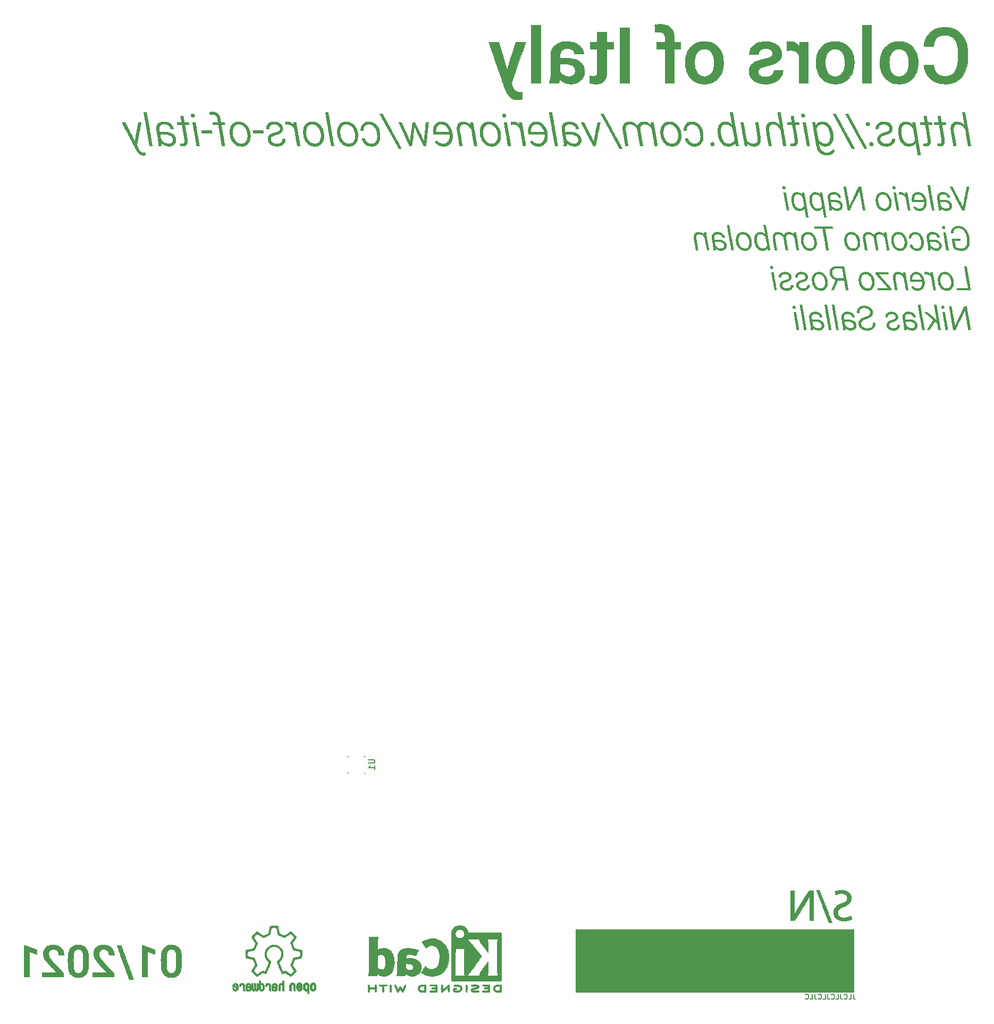
<source format=gbr>
G04 #@! TF.GenerationSoftware,KiCad,Pcbnew,(5.1.9)-1*
G04 #@! TF.CreationDate,2021-02-28T22:53:04+01:00*
G04 #@! TF.ProjectId,DPCM-map,4450434d-2d6d-4617-902e-6b696361645f,rev?*
G04 #@! TF.SameCoordinates,Original*
G04 #@! TF.FileFunction,Legend,Bot*
G04 #@! TF.FilePolarity,Positive*
%FSLAX46Y46*%
G04 Gerber Fmt 4.6, Leading zero omitted, Abs format (unit mm)*
G04 Created by KiCad (PCBNEW (5.1.9)-1) date 2021-02-28 22:53:04*
%MOMM*%
%LPD*%
G01*
G04 APERTURE LIST*
%ADD10C,0.150000*%
%ADD11C,0.010000*%
%ADD12C,0.100000*%
G04 APERTURE END LIST*
D10*
X265695238Y-224561904D02*
X265695238Y-225133333D01*
X265733333Y-225247619D01*
X265809523Y-225323809D01*
X265923809Y-225361904D01*
X266000000Y-225361904D01*
X264933333Y-225361904D02*
X265314285Y-225361904D01*
X265314285Y-224561904D01*
X264209523Y-225285714D02*
X264247619Y-225323809D01*
X264361904Y-225361904D01*
X264438095Y-225361904D01*
X264552380Y-225323809D01*
X264628571Y-225247619D01*
X264666666Y-225171428D01*
X264704761Y-225019047D01*
X264704761Y-224904761D01*
X264666666Y-224752380D01*
X264628571Y-224676190D01*
X264552380Y-224600000D01*
X264438095Y-224561904D01*
X264361904Y-224561904D01*
X264247619Y-224600000D01*
X264209523Y-224638095D01*
X263638095Y-224561904D02*
X263638095Y-225133333D01*
X263676190Y-225247619D01*
X263752380Y-225323809D01*
X263866666Y-225361904D01*
X263942857Y-225361904D01*
X262876190Y-225361904D02*
X263257142Y-225361904D01*
X263257142Y-224561904D01*
X262152380Y-225285714D02*
X262190476Y-225323809D01*
X262304761Y-225361904D01*
X262380952Y-225361904D01*
X262495238Y-225323809D01*
X262571428Y-225247619D01*
X262609523Y-225171428D01*
X262647619Y-225019047D01*
X262647619Y-224904761D01*
X262609523Y-224752380D01*
X262571428Y-224676190D01*
X262495238Y-224600000D01*
X262380952Y-224561904D01*
X262304761Y-224561904D01*
X262190476Y-224600000D01*
X262152380Y-224638095D01*
X261580952Y-224561904D02*
X261580952Y-225133333D01*
X261619047Y-225247619D01*
X261695238Y-225323809D01*
X261809523Y-225361904D01*
X261885714Y-225361904D01*
X260819047Y-225361904D02*
X261200000Y-225361904D01*
X261200000Y-224561904D01*
X260095238Y-225285714D02*
X260133333Y-225323809D01*
X260247619Y-225361904D01*
X260323809Y-225361904D01*
X260438095Y-225323809D01*
X260514285Y-225247619D01*
X260552380Y-225171428D01*
X260590476Y-225019047D01*
X260590476Y-224904761D01*
X260552380Y-224752380D01*
X260514285Y-224676190D01*
X260438095Y-224600000D01*
X260323809Y-224561904D01*
X260247619Y-224561904D01*
X260133333Y-224600000D01*
X260095238Y-224638095D01*
X259523809Y-224561904D02*
X259523809Y-225133333D01*
X259561904Y-225247619D01*
X259638095Y-225323809D01*
X259752380Y-225361904D01*
X259828571Y-225361904D01*
X258761904Y-225361904D02*
X259142857Y-225361904D01*
X259142857Y-224561904D01*
X258038095Y-225285714D02*
X258076190Y-225323809D01*
X258190476Y-225361904D01*
X258266666Y-225361904D01*
X258380952Y-225323809D01*
X258457142Y-225247619D01*
X258495238Y-225171428D01*
X258533333Y-225019047D01*
X258533333Y-224904761D01*
X258495238Y-224752380D01*
X258457142Y-224676190D01*
X258380952Y-224600000D01*
X258266666Y-224561904D01*
X258190476Y-224561904D01*
X258076190Y-224600000D01*
X258038095Y-224638095D01*
D11*
G36*
X178432688Y-222736256D02*
G01*
X178336260Y-222757725D01*
X178250660Y-222797029D01*
X178176748Y-222853592D01*
X178115384Y-222926842D01*
X178067428Y-223016204D01*
X178051375Y-223058750D01*
X178044006Y-223082101D01*
X178038415Y-223104724D01*
X178034380Y-223129890D01*
X178031679Y-223160870D01*
X178030089Y-223200934D01*
X178029389Y-223253356D01*
X178029357Y-223321404D01*
X178029610Y-223379422D01*
X178030481Y-223453913D01*
X178032187Y-223524508D01*
X178034568Y-223587393D01*
X178037464Y-223638756D01*
X178040714Y-223674783D01*
X178042521Y-223686339D01*
X178072214Y-223778456D01*
X178119398Y-223861191D01*
X178181809Y-223932213D01*
X178257179Y-223989190D01*
X178343242Y-224029792D01*
X178389457Y-224043196D01*
X178448702Y-224051037D01*
X178524393Y-224051225D01*
X178545561Y-224050055D01*
X178644334Y-224043567D01*
X178645592Y-224109429D01*
X178646404Y-224153891D01*
X178647343Y-224208058D01*
X178648210Y-224260469D01*
X178648238Y-224262196D01*
X178650590Y-224313230D01*
X178656029Y-224346218D01*
X178665056Y-224364122D01*
X178665500Y-224364568D01*
X178684867Y-224377687D01*
X178718793Y-224395407D01*
X178762066Y-224415531D01*
X178809476Y-224435860D01*
X178855814Y-224454196D01*
X178895869Y-224468340D01*
X178924430Y-224476094D01*
X178931781Y-224476916D01*
X178955552Y-224472686D01*
X178967755Y-224463217D01*
X178968616Y-224450524D01*
X178969344Y-224418462D01*
X178969935Y-224368829D01*
X178970382Y-224303421D01*
X178970679Y-224224037D01*
X178970820Y-224132474D01*
X178970801Y-224030530D01*
X178970613Y-223920001D01*
X178970253Y-223802685D01*
X178970069Y-223756543D01*
X178968109Y-223295077D01*
X178653613Y-223295077D01*
X178653053Y-223365731D01*
X178652606Y-223404523D01*
X178651610Y-223482653D01*
X178650565Y-223542454D01*
X178649166Y-223586760D01*
X178647107Y-223618406D01*
X178644085Y-223640229D01*
X178639794Y-223655064D01*
X178633929Y-223665745D01*
X178626187Y-223675109D01*
X178623167Y-223678393D01*
X178576147Y-223715111D01*
X178522286Y-223733201D01*
X178465540Y-223731864D01*
X178424987Y-223718365D01*
X178401967Y-223705418D01*
X178384014Y-223689281D01*
X178370512Y-223667339D01*
X178360846Y-223636975D01*
X178354402Y-223595576D01*
X178350563Y-223540526D01*
X178348716Y-223469211D01*
X178348249Y-223392125D01*
X178348557Y-223308278D01*
X178350099Y-223242706D01*
X178353533Y-223192524D01*
X178359513Y-223154848D01*
X178368695Y-223126793D01*
X178381737Y-223105475D01*
X178399292Y-223088010D01*
X178421003Y-223072190D01*
X178468343Y-223052140D01*
X178519452Y-223049404D01*
X178568824Y-223062678D01*
X178610954Y-223090659D01*
X178635913Y-223123067D01*
X178642240Y-223136412D01*
X178646984Y-223151976D01*
X178650320Y-223172690D01*
X178652420Y-223201490D01*
X178653460Y-223241308D01*
X178653613Y-223295077D01*
X178968109Y-223295077D01*
X178967125Y-223063569D01*
X178932975Y-222994212D01*
X178887827Y-222922976D01*
X178827051Y-222856973D01*
X178756184Y-222801551D01*
X178702134Y-222771255D01*
X178658088Y-222752876D01*
X178616493Y-222741593D01*
X178567858Y-222735192D01*
X178539083Y-222733194D01*
X178432688Y-222736256D01*
G37*
X178432688Y-222736256D02*
X178336260Y-222757725D01*
X178250660Y-222797029D01*
X178176748Y-222853592D01*
X178115384Y-222926842D01*
X178067428Y-223016204D01*
X178051375Y-223058750D01*
X178044006Y-223082101D01*
X178038415Y-223104724D01*
X178034380Y-223129890D01*
X178031679Y-223160870D01*
X178030089Y-223200934D01*
X178029389Y-223253356D01*
X178029357Y-223321404D01*
X178029610Y-223379422D01*
X178030481Y-223453913D01*
X178032187Y-223524508D01*
X178034568Y-223587393D01*
X178037464Y-223638756D01*
X178040714Y-223674783D01*
X178042521Y-223686339D01*
X178072214Y-223778456D01*
X178119398Y-223861191D01*
X178181809Y-223932213D01*
X178257179Y-223989190D01*
X178343242Y-224029792D01*
X178389457Y-224043196D01*
X178448702Y-224051037D01*
X178524393Y-224051225D01*
X178545561Y-224050055D01*
X178644334Y-224043567D01*
X178645592Y-224109429D01*
X178646404Y-224153891D01*
X178647343Y-224208058D01*
X178648210Y-224260469D01*
X178648238Y-224262196D01*
X178650590Y-224313230D01*
X178656029Y-224346218D01*
X178665056Y-224364122D01*
X178665500Y-224364568D01*
X178684867Y-224377687D01*
X178718793Y-224395407D01*
X178762066Y-224415531D01*
X178809476Y-224435860D01*
X178855814Y-224454196D01*
X178895869Y-224468340D01*
X178924430Y-224476094D01*
X178931781Y-224476916D01*
X178955552Y-224472686D01*
X178967755Y-224463217D01*
X178968616Y-224450524D01*
X178969344Y-224418462D01*
X178969935Y-224368829D01*
X178970382Y-224303421D01*
X178970679Y-224224037D01*
X178970820Y-224132474D01*
X178970801Y-224030530D01*
X178970613Y-223920001D01*
X178970253Y-223802685D01*
X178970069Y-223756543D01*
X178968109Y-223295077D01*
X178653613Y-223295077D01*
X178653053Y-223365731D01*
X178652606Y-223404523D01*
X178651610Y-223482653D01*
X178650565Y-223542454D01*
X178649166Y-223586760D01*
X178647107Y-223618406D01*
X178644085Y-223640229D01*
X178639794Y-223655064D01*
X178633929Y-223665745D01*
X178626187Y-223675109D01*
X178623167Y-223678393D01*
X178576147Y-223715111D01*
X178522286Y-223733201D01*
X178465540Y-223731864D01*
X178424987Y-223718365D01*
X178401967Y-223705418D01*
X178384014Y-223689281D01*
X178370512Y-223667339D01*
X178360846Y-223636975D01*
X178354402Y-223595576D01*
X178350563Y-223540526D01*
X178348716Y-223469211D01*
X178348249Y-223392125D01*
X178348557Y-223308278D01*
X178350099Y-223242706D01*
X178353533Y-223192524D01*
X178359513Y-223154848D01*
X178368695Y-223126793D01*
X178381737Y-223105475D01*
X178399292Y-223088010D01*
X178421003Y-223072190D01*
X178468343Y-223052140D01*
X178519452Y-223049404D01*
X178568824Y-223062678D01*
X178610954Y-223090659D01*
X178635913Y-223123067D01*
X178642240Y-223136412D01*
X178646984Y-223151976D01*
X178650320Y-223172690D01*
X178652420Y-223201490D01*
X178653460Y-223241308D01*
X178653613Y-223295077D01*
X178968109Y-223295077D01*
X178967125Y-223063569D01*
X178932975Y-222994212D01*
X178887827Y-222922976D01*
X178827051Y-222856973D01*
X178756184Y-222801551D01*
X178702134Y-222771255D01*
X178658088Y-222752876D01*
X178616493Y-222741593D01*
X178567858Y-222735192D01*
X178539083Y-222733194D01*
X178432688Y-222736256D01*
G36*
X221432750Y-224265250D02*
G01*
X265702834Y-224265250D01*
X265702834Y-214242833D01*
X221432750Y-214242833D01*
X221432750Y-224265250D01*
G37*
X221432750Y-224265250D02*
X265702834Y-224265250D01*
X265702834Y-214242833D01*
X221432750Y-214242833D01*
X221432750Y-224265250D01*
G36*
X202227036Y-223049199D02*
G01*
X202200052Y-223051232D01*
X202179172Y-223055227D01*
X202160638Y-223061415D01*
X202147795Y-223066841D01*
X202111314Y-223087529D01*
X202072996Y-223116063D01*
X202055734Y-223131766D01*
X202023224Y-223173832D01*
X202011693Y-223214339D01*
X202021061Y-223253831D01*
X202034269Y-223274281D01*
X202056203Y-223302166D01*
X202232706Y-223302271D01*
X202331750Y-223303432D01*
X202431827Y-223306621D01*
X202528896Y-223311571D01*
X202618920Y-223318016D01*
X202697858Y-223325688D01*
X202761673Y-223334321D01*
X202786389Y-223338861D01*
X202874200Y-223364851D01*
X202944678Y-223402888D01*
X202998074Y-223453242D01*
X203034644Y-223516183D01*
X203054639Y-223591980D01*
X203058186Y-223628254D01*
X203053864Y-223710529D01*
X203031500Y-223781930D01*
X202991512Y-223841938D01*
X202934316Y-223890035D01*
X202860331Y-223925701D01*
X202805848Y-223941428D01*
X202743236Y-223952942D01*
X202665037Y-223962968D01*
X202576803Y-223971024D01*
X202484090Y-223976630D01*
X202392452Y-223979304D01*
X202366514Y-223979463D01*
X202239152Y-223979500D01*
X202182804Y-223922442D01*
X202126455Y-223865385D01*
X202183165Y-223858514D01*
X202252872Y-223849869D01*
X202305264Y-223842398D01*
X202344052Y-223834871D01*
X202372952Y-223826053D01*
X202395676Y-223814713D01*
X202415938Y-223799618D01*
X202437451Y-223779535D01*
X202445680Y-223771382D01*
X202503318Y-223713987D01*
X202374307Y-223584976D01*
X202248352Y-223579789D01*
X202184436Y-223578106D01*
X202135858Y-223579359D01*
X202096945Y-223583917D01*
X202062777Y-223591933D01*
X201995754Y-223620665D01*
X201944764Y-223663142D01*
X201909873Y-223719212D01*
X201891150Y-223788722D01*
X201888661Y-223871519D01*
X201900573Y-223958336D01*
X201916789Y-224026170D01*
X201936665Y-224080314D01*
X201962895Y-224123007D01*
X201998171Y-224156490D01*
X202045186Y-224183003D01*
X202106633Y-224204785D01*
X202185204Y-224224077D01*
X202231226Y-224233387D01*
X202287109Y-224242375D01*
X202352584Y-224250087D01*
X202422168Y-224256162D01*
X202490379Y-224260238D01*
X202551735Y-224261955D01*
X202600752Y-224260951D01*
X202620875Y-224259050D01*
X202727124Y-224241148D01*
X202818512Y-224219114D01*
X202901221Y-224191115D01*
X202981433Y-224155320D01*
X202996584Y-224147649D01*
X203099008Y-224085248D01*
X203182965Y-224013266D01*
X203248175Y-223932195D01*
X203294358Y-223842524D01*
X203321234Y-223744746D01*
X203328522Y-223639349D01*
X203323641Y-223574738D01*
X203303344Y-223471714D01*
X203269298Y-223382690D01*
X203219906Y-223304330D01*
X203165062Y-223244004D01*
X203117320Y-223203798D01*
X203063528Y-223169392D01*
X203001773Y-223140319D01*
X202930139Y-223116109D01*
X202846712Y-223096295D01*
X202749577Y-223080410D01*
X202636820Y-223067983D01*
X202506525Y-223058549D01*
X202382207Y-223052596D01*
X202314355Y-223050110D01*
X202263884Y-223048901D01*
X202227036Y-223049199D01*
G37*
X202227036Y-223049199D02*
X202200052Y-223051232D01*
X202179172Y-223055227D01*
X202160638Y-223061415D01*
X202147795Y-223066841D01*
X202111314Y-223087529D01*
X202072996Y-223116063D01*
X202055734Y-223131766D01*
X202023224Y-223173832D01*
X202011693Y-223214339D01*
X202021061Y-223253831D01*
X202034269Y-223274281D01*
X202056203Y-223302166D01*
X202232706Y-223302271D01*
X202331750Y-223303432D01*
X202431827Y-223306621D01*
X202528896Y-223311571D01*
X202618920Y-223318016D01*
X202697858Y-223325688D01*
X202761673Y-223334321D01*
X202786389Y-223338861D01*
X202874200Y-223364851D01*
X202944678Y-223402888D01*
X202998074Y-223453242D01*
X203034644Y-223516183D01*
X203054639Y-223591980D01*
X203058186Y-223628254D01*
X203053864Y-223710529D01*
X203031500Y-223781930D01*
X202991512Y-223841938D01*
X202934316Y-223890035D01*
X202860331Y-223925701D01*
X202805848Y-223941428D01*
X202743236Y-223952942D01*
X202665037Y-223962968D01*
X202576803Y-223971024D01*
X202484090Y-223976630D01*
X202392452Y-223979304D01*
X202366514Y-223979463D01*
X202239152Y-223979500D01*
X202182804Y-223922442D01*
X202126455Y-223865385D01*
X202183165Y-223858514D01*
X202252872Y-223849869D01*
X202305264Y-223842398D01*
X202344052Y-223834871D01*
X202372952Y-223826053D01*
X202395676Y-223814713D01*
X202415938Y-223799618D01*
X202437451Y-223779535D01*
X202445680Y-223771382D01*
X202503318Y-223713987D01*
X202374307Y-223584976D01*
X202248352Y-223579789D01*
X202184436Y-223578106D01*
X202135858Y-223579359D01*
X202096945Y-223583917D01*
X202062777Y-223591933D01*
X201995754Y-223620665D01*
X201944764Y-223663142D01*
X201909873Y-223719212D01*
X201891150Y-223788722D01*
X201888661Y-223871519D01*
X201900573Y-223958336D01*
X201916789Y-224026170D01*
X201936665Y-224080314D01*
X201962895Y-224123007D01*
X201998171Y-224156490D01*
X202045186Y-224183003D01*
X202106633Y-224204785D01*
X202185204Y-224224077D01*
X202231226Y-224233387D01*
X202287109Y-224242375D01*
X202352584Y-224250087D01*
X202422168Y-224256162D01*
X202490379Y-224260238D01*
X202551735Y-224261955D01*
X202600752Y-224260951D01*
X202620875Y-224259050D01*
X202727124Y-224241148D01*
X202818512Y-224219114D01*
X202901221Y-224191115D01*
X202981433Y-224155320D01*
X202996584Y-224147649D01*
X203099008Y-224085248D01*
X203182965Y-224013266D01*
X203248175Y-223932195D01*
X203294358Y-223842524D01*
X203321234Y-223744746D01*
X203328522Y-223639349D01*
X203323641Y-223574738D01*
X203303344Y-223471714D01*
X203269298Y-223382690D01*
X203219906Y-223304330D01*
X203165062Y-223244004D01*
X203117320Y-223203798D01*
X203063528Y-223169392D01*
X203001773Y-223140319D01*
X202930139Y-223116109D01*
X202846712Y-223096295D01*
X202749577Y-223080410D01*
X202636820Y-223067983D01*
X202506525Y-223058549D01*
X202382207Y-223052596D01*
X202314355Y-223050110D01*
X202263884Y-223048901D01*
X202227036Y-223049199D01*
G36*
X197350487Y-223025355D02*
G01*
X197266057Y-223030181D01*
X197229239Y-223032691D01*
X197088769Y-223043622D01*
X196967531Y-223055510D01*
X196863595Y-223068686D01*
X196775037Y-223083479D01*
X196699929Y-223100221D01*
X196636345Y-223119241D01*
X196582357Y-223140872D01*
X196573121Y-223145257D01*
X196501908Y-223189839D01*
X196433632Y-223250801D01*
X196372150Y-223323377D01*
X196321314Y-223402802D01*
X196284980Y-223484308D01*
X196276500Y-223512077D01*
X196270391Y-223546168D01*
X196266071Y-223591624D01*
X196264466Y-223638660D01*
X196264467Y-223639089D01*
X196275018Y-223743670D01*
X196305595Y-223843573D01*
X196355287Y-223937219D01*
X196423179Y-224023029D01*
X196508361Y-224099426D01*
X196545973Y-224126261D01*
X196608540Y-224163875D01*
X196673208Y-224193392D01*
X196743744Y-224215778D01*
X196823914Y-224232000D01*
X196917484Y-224243022D01*
X197027584Y-224249785D01*
X197083516Y-224252164D01*
X197136446Y-224254509D01*
X197180205Y-224256539D01*
X197207500Y-224257914D01*
X197238780Y-224258497D01*
X197283948Y-224257919D01*
X197335767Y-224256316D01*
X197366250Y-224254957D01*
X197415408Y-224251315D01*
X197458539Y-224245985D01*
X197489956Y-224239779D01*
X197501520Y-224235595D01*
X197531213Y-224210491D01*
X197560040Y-224172986D01*
X197582525Y-224131338D01*
X197592665Y-224098166D01*
X197594062Y-224079368D01*
X197595631Y-224041831D01*
X197597311Y-223987979D01*
X197599043Y-223920239D01*
X197600768Y-223841035D01*
X197602427Y-223752794D01*
X197603960Y-223657940D01*
X197604279Y-223635541D01*
X197345084Y-223635541D01*
X197345084Y-224032416D01*
X197320440Y-224032416D01*
X197302371Y-224030999D01*
X197267170Y-224027062D01*
X197218661Y-224021075D01*
X197160665Y-224013509D01*
X197100836Y-224005368D01*
X196978214Y-223987285D01*
X196874354Y-223969686D01*
X196789871Y-223952695D01*
X196725382Y-223936433D01*
X196685905Y-223922925D01*
X196641595Y-223897205D01*
X196597449Y-223859610D01*
X196559904Y-223816539D01*
X196535395Y-223774389D01*
X196534717Y-223772655D01*
X196521487Y-223710050D01*
X196525140Y-223641526D01*
X196543936Y-223571223D01*
X196576136Y-223503282D01*
X196620001Y-223441845D01*
X196673790Y-223391054D01*
X196703322Y-223371260D01*
X196751349Y-223349197D01*
X196819268Y-223327354D01*
X196905802Y-223306044D01*
X197009677Y-223285578D01*
X197129617Y-223266271D01*
X197134078Y-223265622D01*
X197194952Y-223256892D01*
X197248906Y-223249341D01*
X197292306Y-223243463D01*
X197321518Y-223239750D01*
X197332515Y-223238666D01*
X197335948Y-223244024D01*
X197338756Y-223261061D01*
X197340985Y-223291222D01*
X197342682Y-223335953D01*
X197343891Y-223396699D01*
X197344659Y-223474905D01*
X197345031Y-223572017D01*
X197345084Y-223635541D01*
X197604279Y-223635541D01*
X197604691Y-223606627D01*
X197606145Y-223496648D01*
X197607206Y-223405762D01*
X197607814Y-223331898D01*
X197607906Y-223272983D01*
X197607424Y-223226947D01*
X197606306Y-223191718D01*
X197604492Y-223165224D01*
X197601920Y-223145395D01*
X197598530Y-223130158D01*
X197594263Y-223117444D01*
X197590075Y-223107470D01*
X197575915Y-223079677D01*
X197559253Y-223058107D01*
X197537577Y-223042237D01*
X197508374Y-223031548D01*
X197469133Y-223025518D01*
X197417342Y-223023627D01*
X197350487Y-223025355D01*
G37*
X197350487Y-223025355D02*
X197266057Y-223030181D01*
X197229239Y-223032691D01*
X197088769Y-223043622D01*
X196967531Y-223055510D01*
X196863595Y-223068686D01*
X196775037Y-223083479D01*
X196699929Y-223100221D01*
X196636345Y-223119241D01*
X196582357Y-223140872D01*
X196573121Y-223145257D01*
X196501908Y-223189839D01*
X196433632Y-223250801D01*
X196372150Y-223323377D01*
X196321314Y-223402802D01*
X196284980Y-223484308D01*
X196276500Y-223512077D01*
X196270391Y-223546168D01*
X196266071Y-223591624D01*
X196264466Y-223638660D01*
X196264467Y-223639089D01*
X196275018Y-223743670D01*
X196305595Y-223843573D01*
X196355287Y-223937219D01*
X196423179Y-224023029D01*
X196508361Y-224099426D01*
X196545973Y-224126261D01*
X196608540Y-224163875D01*
X196673208Y-224193392D01*
X196743744Y-224215778D01*
X196823914Y-224232000D01*
X196917484Y-224243022D01*
X197027584Y-224249785D01*
X197083516Y-224252164D01*
X197136446Y-224254509D01*
X197180205Y-224256539D01*
X197207500Y-224257914D01*
X197238780Y-224258497D01*
X197283948Y-224257919D01*
X197335767Y-224256316D01*
X197366250Y-224254957D01*
X197415408Y-224251315D01*
X197458539Y-224245985D01*
X197489956Y-224239779D01*
X197501520Y-224235595D01*
X197531213Y-224210491D01*
X197560040Y-224172986D01*
X197582525Y-224131338D01*
X197592665Y-224098166D01*
X197594062Y-224079368D01*
X197595631Y-224041831D01*
X197597311Y-223987979D01*
X197599043Y-223920239D01*
X197600768Y-223841035D01*
X197602427Y-223752794D01*
X197603960Y-223657940D01*
X197604279Y-223635541D01*
X197345084Y-223635541D01*
X197345084Y-224032416D01*
X197320440Y-224032416D01*
X197302371Y-224030999D01*
X197267170Y-224027062D01*
X197218661Y-224021075D01*
X197160665Y-224013509D01*
X197100836Y-224005368D01*
X196978214Y-223987285D01*
X196874354Y-223969686D01*
X196789871Y-223952695D01*
X196725382Y-223936433D01*
X196685905Y-223922925D01*
X196641595Y-223897205D01*
X196597449Y-223859610D01*
X196559904Y-223816539D01*
X196535395Y-223774389D01*
X196534717Y-223772655D01*
X196521487Y-223710050D01*
X196525140Y-223641526D01*
X196543936Y-223571223D01*
X196576136Y-223503282D01*
X196620001Y-223441845D01*
X196673790Y-223391054D01*
X196703322Y-223371260D01*
X196751349Y-223349197D01*
X196819268Y-223327354D01*
X196905802Y-223306044D01*
X197009677Y-223285578D01*
X197129617Y-223266271D01*
X197134078Y-223265622D01*
X197194952Y-223256892D01*
X197248906Y-223249341D01*
X197292306Y-223243463D01*
X197321518Y-223239750D01*
X197332515Y-223238666D01*
X197335948Y-223244024D01*
X197338756Y-223261061D01*
X197340985Y-223291222D01*
X197342682Y-223335953D01*
X197343891Y-223396699D01*
X197344659Y-223474905D01*
X197345031Y-223572017D01*
X197345084Y-223635541D01*
X197604279Y-223635541D01*
X197604691Y-223606627D01*
X197606145Y-223496648D01*
X197607206Y-223405762D01*
X197607814Y-223331898D01*
X197607906Y-223272983D01*
X197607424Y-223226947D01*
X197606306Y-223191718D01*
X197604492Y-223165224D01*
X197601920Y-223145395D01*
X197598530Y-223130158D01*
X197594263Y-223117444D01*
X197590075Y-223107470D01*
X197575915Y-223079677D01*
X197559253Y-223058107D01*
X197537577Y-223042237D01*
X197508374Y-223031548D01*
X197469133Y-223025518D01*
X197417342Y-223023627D01*
X197350487Y-223025355D01*
G36*
X192605251Y-223050224D02*
G01*
X192593843Y-223074312D01*
X192579791Y-223103963D01*
X192564585Y-223138620D01*
X192554099Y-223167451D01*
X192550834Y-223182245D01*
X192555313Y-223199192D01*
X192568353Y-223233859D01*
X192589359Y-223284881D01*
X192617734Y-223350896D01*
X192652883Y-223430540D01*
X192694209Y-223522448D01*
X192741118Y-223625257D01*
X192793013Y-223737604D01*
X192800754Y-223754258D01*
X192853439Y-223867100D01*
X192898361Y-223962142D01*
X192936439Y-224040891D01*
X192968590Y-224104852D01*
X192995728Y-224155532D01*
X193018772Y-224194437D01*
X193038638Y-224223073D01*
X193056243Y-224242946D01*
X193072503Y-224255563D01*
X193088335Y-224262429D01*
X193104655Y-224265051D01*
X193111750Y-224265250D01*
X193140268Y-224258693D01*
X193169093Y-224242866D01*
X193169785Y-224242329D01*
X193186144Y-224227433D01*
X193203853Y-224206709D01*
X193224210Y-224178062D01*
X193248517Y-224139400D01*
X193278073Y-224088630D01*
X193314178Y-224023660D01*
X193358132Y-223942396D01*
X193370843Y-223918645D01*
X193401874Y-223860838D01*
X193429472Y-223809940D01*
X193452122Y-223768703D01*
X193468309Y-223739881D01*
X193476515Y-223726229D01*
X193477178Y-223725500D01*
X193482866Y-223734379D01*
X193496626Y-223758962D01*
X193516780Y-223796163D01*
X193541654Y-223842896D01*
X193562009Y-223881604D01*
X193612264Y-223975842D01*
X193655427Y-224052505D01*
X193692811Y-224113444D01*
X193725726Y-224160511D01*
X193755486Y-224195557D01*
X193783403Y-224220434D01*
X193810788Y-224236994D01*
X193815335Y-224239050D01*
X193843158Y-224245949D01*
X193870101Y-224240900D01*
X193897437Y-224222498D01*
X193926438Y-224189337D01*
X193958378Y-224140012D01*
X193994529Y-224073116D01*
X194028376Y-224003812D01*
X194086290Y-223880736D01*
X194140961Y-223763343D01*
X194191653Y-223653281D01*
X194237627Y-223552196D01*
X194278148Y-223461735D01*
X194312478Y-223383546D01*
X194339879Y-223319276D01*
X194359616Y-223270571D01*
X194370950Y-223239079D01*
X194371686Y-223236620D01*
X194373246Y-223213651D01*
X194370334Y-223178436D01*
X194364171Y-223137937D01*
X194355974Y-223099117D01*
X194346961Y-223068936D01*
X194340040Y-223055754D01*
X194325496Y-223054153D01*
X194298819Y-223062262D01*
X194265071Y-223077452D01*
X194229317Y-223097096D01*
X194196622Y-223118565D01*
X194172049Y-223139229D01*
X194166127Y-223146017D01*
X194154796Y-223164232D01*
X194135595Y-223198935D01*
X194109858Y-223247551D01*
X194078919Y-223307508D01*
X194044111Y-223376232D01*
X194006769Y-223451149D01*
X193983862Y-223497675D01*
X193829386Y-223812901D01*
X193742899Y-223655430D01*
X193693108Y-223565473D01*
X193651632Y-223492577D01*
X193617085Y-223434989D01*
X193588082Y-223390958D01*
X193563235Y-223358732D01*
X193541159Y-223336558D01*
X193520468Y-223322686D01*
X193499776Y-223315363D01*
X193477695Y-223312837D01*
X193471753Y-223312750D01*
X193447211Y-223314905D01*
X193426912Y-223323896D01*
X193404508Y-223343512D01*
X193385252Y-223364381D01*
X193365985Y-223389856D01*
X193339261Y-223430612D01*
X193307248Y-223483076D01*
X193272113Y-223543677D01*
X193236022Y-223608843D01*
X193228974Y-223621935D01*
X193118656Y-223827858D01*
X193021084Y-223623755D01*
X192971419Y-223520907D01*
X192924135Y-223425013D01*
X192880264Y-223338055D01*
X192840837Y-223262017D01*
X192806886Y-223198882D01*
X192779443Y-223150633D01*
X192759539Y-223119254D01*
X192756490Y-223115094D01*
X192722656Y-223084859D01*
X192672942Y-223059814D01*
X192671208Y-223059159D01*
X192639556Y-223047852D01*
X192617391Y-223040951D01*
X192610150Y-223039856D01*
X192605251Y-223050224D01*
G37*
X192605251Y-223050224D02*
X192593843Y-223074312D01*
X192579791Y-223103963D01*
X192564585Y-223138620D01*
X192554099Y-223167451D01*
X192550834Y-223182245D01*
X192555313Y-223199192D01*
X192568353Y-223233859D01*
X192589359Y-223284881D01*
X192617734Y-223350896D01*
X192652883Y-223430540D01*
X192694209Y-223522448D01*
X192741118Y-223625257D01*
X192793013Y-223737604D01*
X192800754Y-223754258D01*
X192853439Y-223867100D01*
X192898361Y-223962142D01*
X192936439Y-224040891D01*
X192968590Y-224104852D01*
X192995728Y-224155532D01*
X193018772Y-224194437D01*
X193038638Y-224223073D01*
X193056243Y-224242946D01*
X193072503Y-224255563D01*
X193088335Y-224262429D01*
X193104655Y-224265051D01*
X193111750Y-224265250D01*
X193140268Y-224258693D01*
X193169093Y-224242866D01*
X193169785Y-224242329D01*
X193186144Y-224227433D01*
X193203853Y-224206709D01*
X193224210Y-224178062D01*
X193248517Y-224139400D01*
X193278073Y-224088630D01*
X193314178Y-224023660D01*
X193358132Y-223942396D01*
X193370843Y-223918645D01*
X193401874Y-223860838D01*
X193429472Y-223809940D01*
X193452122Y-223768703D01*
X193468309Y-223739881D01*
X193476515Y-223726229D01*
X193477178Y-223725500D01*
X193482866Y-223734379D01*
X193496626Y-223758962D01*
X193516780Y-223796163D01*
X193541654Y-223842896D01*
X193562009Y-223881604D01*
X193612264Y-223975842D01*
X193655427Y-224052505D01*
X193692811Y-224113444D01*
X193725726Y-224160511D01*
X193755486Y-224195557D01*
X193783403Y-224220434D01*
X193810788Y-224236994D01*
X193815335Y-224239050D01*
X193843158Y-224245949D01*
X193870101Y-224240900D01*
X193897437Y-224222498D01*
X193926438Y-224189337D01*
X193958378Y-224140012D01*
X193994529Y-224073116D01*
X194028376Y-224003812D01*
X194086290Y-223880736D01*
X194140961Y-223763343D01*
X194191653Y-223653281D01*
X194237627Y-223552196D01*
X194278148Y-223461735D01*
X194312478Y-223383546D01*
X194339879Y-223319276D01*
X194359616Y-223270571D01*
X194370950Y-223239079D01*
X194371686Y-223236620D01*
X194373246Y-223213651D01*
X194370334Y-223178436D01*
X194364171Y-223137937D01*
X194355974Y-223099117D01*
X194346961Y-223068936D01*
X194340040Y-223055754D01*
X194325496Y-223054153D01*
X194298819Y-223062262D01*
X194265071Y-223077452D01*
X194229317Y-223097096D01*
X194196622Y-223118565D01*
X194172049Y-223139229D01*
X194166127Y-223146017D01*
X194154796Y-223164232D01*
X194135595Y-223198935D01*
X194109858Y-223247551D01*
X194078919Y-223307508D01*
X194044111Y-223376232D01*
X194006769Y-223451149D01*
X193983862Y-223497675D01*
X193829386Y-223812901D01*
X193742899Y-223655430D01*
X193693108Y-223565473D01*
X193651632Y-223492577D01*
X193617085Y-223434989D01*
X193588082Y-223390958D01*
X193563235Y-223358732D01*
X193541159Y-223336558D01*
X193520468Y-223322686D01*
X193499776Y-223315363D01*
X193477695Y-223312837D01*
X193471753Y-223312750D01*
X193447211Y-223314905D01*
X193426912Y-223323896D01*
X193404508Y-223343512D01*
X193385252Y-223364381D01*
X193365985Y-223389856D01*
X193339261Y-223430612D01*
X193307248Y-223483076D01*
X193272113Y-223543677D01*
X193236022Y-223608843D01*
X193228974Y-223621935D01*
X193118656Y-223827858D01*
X193021084Y-223623755D01*
X192971419Y-223520907D01*
X192924135Y-223425013D01*
X192880264Y-223338055D01*
X192840837Y-223262017D01*
X192806886Y-223198882D01*
X192779443Y-223150633D01*
X192759539Y-223119254D01*
X192756490Y-223115094D01*
X192722656Y-223084859D01*
X192672942Y-223059814D01*
X192671208Y-223059159D01*
X192639556Y-223047852D01*
X192617391Y-223040951D01*
X192610150Y-223039856D01*
X192605251Y-223050224D01*
G36*
X209359334Y-223017045D02*
G01*
X209287900Y-223019500D01*
X209198962Y-223023982D01*
X209140209Y-223027383D01*
X209013856Y-223036563D01*
X208905878Y-223048212D01*
X208813561Y-223062980D01*
X208734189Y-223081515D01*
X208665051Y-223104467D01*
X208603431Y-223132483D01*
X208546615Y-223166214D01*
X208539510Y-223171005D01*
X208470808Y-223224304D01*
X208415014Y-223283149D01*
X208367034Y-223353499D01*
X208338915Y-223405627D01*
X208319207Y-223446210D01*
X208306248Y-223478084D01*
X208298361Y-223508238D01*
X208293865Y-223543658D01*
X208291081Y-223591331D01*
X208290392Y-223607523D01*
X208293142Y-223715005D01*
X208311744Y-223810656D01*
X208347568Y-223897976D01*
X208401982Y-223980465D01*
X208462821Y-224048346D01*
X208513479Y-224094953D01*
X208566135Y-224134386D01*
X208622920Y-224167166D01*
X208685967Y-224193815D01*
X208757406Y-224214855D01*
X208839369Y-224230810D01*
X208933988Y-224242200D01*
X209043394Y-224249549D01*
X209169718Y-224253379D01*
X209303142Y-224254242D01*
X209383321Y-224253712D01*
X209444804Y-224252370D01*
X209490053Y-224250064D01*
X209521528Y-224246642D01*
X209541690Y-224241953D01*
X209548284Y-224239093D01*
X209573332Y-224218111D01*
X209588005Y-224196611D01*
X209592482Y-224177152D01*
X209597225Y-224139375D01*
X209601987Y-224086124D01*
X209606520Y-224020241D01*
X209610578Y-223944569D01*
X209611305Y-223928657D01*
X209614562Y-223857177D01*
X209617750Y-223790798D01*
X209620683Y-223733134D01*
X209623173Y-223687795D01*
X209625035Y-223658395D01*
X209625609Y-223651416D01*
X209625989Y-223635277D01*
X209367750Y-223635277D01*
X209367750Y-224031887D01*
X209338646Y-224026954D01*
X209318730Y-224024402D01*
X209281848Y-224020435D01*
X209232125Y-224015466D01*
X209173682Y-224009911D01*
X209125108Y-224005475D01*
X209015141Y-223994751D01*
X208923831Y-223983641D01*
X208848675Y-223971407D01*
X208787165Y-223957311D01*
X208736798Y-223940617D01*
X208695066Y-223920585D01*
X208659464Y-223896478D01*
X208627488Y-223867559D01*
X208616191Y-223855620D01*
X208570670Y-223794688D01*
X208543446Y-223729667D01*
X208533071Y-223656188D01*
X208534200Y-223608022D01*
X208547865Y-223533443D01*
X208577864Y-223469860D01*
X208624945Y-223416545D01*
X208689854Y-223372766D01*
X208773337Y-223337793D01*
X208826211Y-223322361D01*
X208853973Y-223316315D01*
X208897426Y-223308148D01*
X208952727Y-223298464D01*
X209016032Y-223287871D01*
X209083498Y-223276973D01*
X209151281Y-223266377D01*
X209215537Y-223256688D01*
X209272425Y-223248512D01*
X209318098Y-223242455D01*
X209348715Y-223239122D01*
X209357267Y-223238666D01*
X209360228Y-223249134D01*
X209362726Y-223280089D01*
X209364741Y-223330853D01*
X209366257Y-223400752D01*
X209367255Y-223489109D01*
X209367718Y-223595248D01*
X209367750Y-223635277D01*
X209625989Y-223635277D01*
X209626107Y-223630310D01*
X209625487Y-223591644D01*
X209623866Y-223538985D01*
X209621363Y-223475903D01*
X209618098Y-223405969D01*
X209616260Y-223370375D01*
X209611289Y-223283090D01*
X209606316Y-223214299D01*
X209600685Y-223161335D01*
X209593735Y-223121535D01*
X209584809Y-223092234D01*
X209573249Y-223070769D01*
X209558396Y-223054475D01*
X209539593Y-223040688D01*
X209533924Y-223037154D01*
X209515733Y-223028626D01*
X209491464Y-223022407D01*
X209458831Y-223018442D01*
X209415549Y-223016673D01*
X209359334Y-223017045D01*
G37*
X209359334Y-223017045D02*
X209287900Y-223019500D01*
X209198962Y-223023982D01*
X209140209Y-223027383D01*
X209013856Y-223036563D01*
X208905878Y-223048212D01*
X208813561Y-223062980D01*
X208734189Y-223081515D01*
X208665051Y-223104467D01*
X208603431Y-223132483D01*
X208546615Y-223166214D01*
X208539510Y-223171005D01*
X208470808Y-223224304D01*
X208415014Y-223283149D01*
X208367034Y-223353499D01*
X208338915Y-223405627D01*
X208319207Y-223446210D01*
X208306248Y-223478084D01*
X208298361Y-223508238D01*
X208293865Y-223543658D01*
X208291081Y-223591331D01*
X208290392Y-223607523D01*
X208293142Y-223715005D01*
X208311744Y-223810656D01*
X208347568Y-223897976D01*
X208401982Y-223980465D01*
X208462821Y-224048346D01*
X208513479Y-224094953D01*
X208566135Y-224134386D01*
X208622920Y-224167166D01*
X208685967Y-224193815D01*
X208757406Y-224214855D01*
X208839369Y-224230810D01*
X208933988Y-224242200D01*
X209043394Y-224249549D01*
X209169718Y-224253379D01*
X209303142Y-224254242D01*
X209383321Y-224253712D01*
X209444804Y-224252370D01*
X209490053Y-224250064D01*
X209521528Y-224246642D01*
X209541690Y-224241953D01*
X209548284Y-224239093D01*
X209573332Y-224218111D01*
X209588005Y-224196611D01*
X209592482Y-224177152D01*
X209597225Y-224139375D01*
X209601987Y-224086124D01*
X209606520Y-224020241D01*
X209610578Y-223944569D01*
X209611305Y-223928657D01*
X209614562Y-223857177D01*
X209617750Y-223790798D01*
X209620683Y-223733134D01*
X209623173Y-223687795D01*
X209625035Y-223658395D01*
X209625609Y-223651416D01*
X209625989Y-223635277D01*
X209367750Y-223635277D01*
X209367750Y-224031887D01*
X209338646Y-224026954D01*
X209318730Y-224024402D01*
X209281848Y-224020435D01*
X209232125Y-224015466D01*
X209173682Y-224009911D01*
X209125108Y-224005475D01*
X209015141Y-223994751D01*
X208923831Y-223983641D01*
X208848675Y-223971407D01*
X208787165Y-223957311D01*
X208736798Y-223940617D01*
X208695066Y-223920585D01*
X208659464Y-223896478D01*
X208627488Y-223867559D01*
X208616191Y-223855620D01*
X208570670Y-223794688D01*
X208543446Y-223729667D01*
X208533071Y-223656188D01*
X208534200Y-223608022D01*
X208547865Y-223533443D01*
X208577864Y-223469860D01*
X208624945Y-223416545D01*
X208689854Y-223372766D01*
X208773337Y-223337793D01*
X208826211Y-223322361D01*
X208853973Y-223316315D01*
X208897426Y-223308148D01*
X208952727Y-223298464D01*
X209016032Y-223287871D01*
X209083498Y-223276973D01*
X209151281Y-223266377D01*
X209215537Y-223256688D01*
X209272425Y-223248512D01*
X209318098Y-223242455D01*
X209348715Y-223239122D01*
X209357267Y-223238666D01*
X209360228Y-223249134D01*
X209362726Y-223280089D01*
X209364741Y-223330853D01*
X209366257Y-223400752D01*
X209367255Y-223489109D01*
X209367718Y-223595248D01*
X209367750Y-223635277D01*
X209625989Y-223635277D01*
X209626107Y-223630310D01*
X209625487Y-223591644D01*
X209623866Y-223538985D01*
X209621363Y-223475903D01*
X209618098Y-223405969D01*
X209616260Y-223370375D01*
X209611289Y-223283090D01*
X209606316Y-223214299D01*
X209600685Y-223161335D01*
X209593735Y-223121535D01*
X209584809Y-223092234D01*
X209573249Y-223070769D01*
X209558396Y-223054475D01*
X209539593Y-223040688D01*
X209533924Y-223037154D01*
X209515733Y-223028626D01*
X209491464Y-223022407D01*
X209458831Y-223018442D01*
X209415549Y-223016673D01*
X209359334Y-223017045D01*
G36*
X206895988Y-223018462D02*
G01*
X206875206Y-223018945D01*
X206805714Y-223021304D01*
X206753148Y-223024615D01*
X206713273Y-223030181D01*
X206681851Y-223039307D01*
X206654645Y-223053296D01*
X206627419Y-223073451D01*
X206595936Y-223101076D01*
X206589625Y-223106819D01*
X206561829Y-223133430D01*
X206548564Y-223150250D01*
X206547732Y-223160583D01*
X206552584Y-223165210D01*
X206607264Y-223199842D01*
X206648458Y-223224709D01*
X206680389Y-223241634D01*
X206707284Y-223252441D01*
X206733367Y-223258954D01*
X206762862Y-223262996D01*
X206783661Y-223264969D01*
X206818984Y-223267225D01*
X206871016Y-223269395D01*
X206935299Y-223271352D01*
X207007373Y-223272965D01*
X207082782Y-223274107D01*
X207109412Y-223274374D01*
X207188246Y-223275183D01*
X207248872Y-223276249D01*
X207294249Y-223277820D01*
X207327337Y-223280144D01*
X207351093Y-223283469D01*
X207368478Y-223288041D01*
X207382449Y-223294110D01*
X207389094Y-223297791D01*
X207424055Y-223329755D01*
X207443426Y-223374702D01*
X207446429Y-223430497D01*
X207444071Y-223448734D01*
X207435835Y-223497958D01*
X207196889Y-223503250D01*
X207115574Y-223505318D01*
X207052948Y-223507606D01*
X207006532Y-223510316D01*
X206973848Y-223513649D01*
X206952418Y-223517808D01*
X206939764Y-223522995D01*
X206937826Y-223524361D01*
X206918115Y-223540102D01*
X206889947Y-223562867D01*
X206872727Y-223576875D01*
X206827746Y-223613569D01*
X206872727Y-223659800D01*
X206902133Y-223687670D01*
X206930553Y-223710815D01*
X206946004Y-223720910D01*
X206967446Y-223727182D01*
X207006647Y-223733760D01*
X207060205Y-223740321D01*
X207124721Y-223746538D01*
X207196795Y-223752089D01*
X207273027Y-223756648D01*
X207350018Y-223759892D01*
X207356917Y-223760109D01*
X207436292Y-223762541D01*
X207439261Y-223891822D01*
X207442229Y-224021103D01*
X207041548Y-224024114D01*
X206640866Y-224027125D01*
X206601255Y-224057348D01*
X206576315Y-224078487D01*
X206559295Y-224096802D01*
X206555972Y-224102351D01*
X206554721Y-224133137D01*
X206569769Y-224170260D01*
X206597894Y-224207643D01*
X206631959Y-224244252D01*
X206981209Y-224247973D01*
X207073240Y-224248774D01*
X207165594Y-224249247D01*
X207254264Y-224249396D01*
X207335247Y-224249225D01*
X207404537Y-224248737D01*
X207458129Y-224247936D01*
X207472996Y-224247566D01*
X207531365Y-224245592D01*
X207572535Y-224243193D01*
X207600470Y-224239715D01*
X207619136Y-224234504D01*
X207632499Y-224226909D01*
X207640689Y-224219947D01*
X207653165Y-224208138D01*
X207663592Y-224196763D01*
X207672153Y-224183910D01*
X207679033Y-224167668D01*
X207684414Y-224146123D01*
X207688481Y-224117364D01*
X207691418Y-224079479D01*
X207693408Y-224030554D01*
X207694636Y-223968679D01*
X207695285Y-223891940D01*
X207695540Y-223798425D01*
X207695584Y-223686223D01*
X207695584Y-223158913D01*
X207669479Y-223120496D01*
X207652731Y-223097060D01*
X207636166Y-223078492D01*
X207617084Y-223064087D01*
X207592787Y-223053137D01*
X207560573Y-223044935D01*
X207517743Y-223038775D01*
X207461597Y-223033950D01*
X207389436Y-223029751D01*
X207308241Y-223025911D01*
X207223086Y-223022622D01*
X207133418Y-223020138D01*
X207045101Y-223018554D01*
X206964003Y-223017964D01*
X206895988Y-223018462D01*
G37*
X206895988Y-223018462D02*
X206875206Y-223018945D01*
X206805714Y-223021304D01*
X206753148Y-223024615D01*
X206713273Y-223030181D01*
X206681851Y-223039307D01*
X206654645Y-223053296D01*
X206627419Y-223073451D01*
X206595936Y-223101076D01*
X206589625Y-223106819D01*
X206561829Y-223133430D01*
X206548564Y-223150250D01*
X206547732Y-223160583D01*
X206552584Y-223165210D01*
X206607264Y-223199842D01*
X206648458Y-223224709D01*
X206680389Y-223241634D01*
X206707284Y-223252441D01*
X206733367Y-223258954D01*
X206762862Y-223262996D01*
X206783661Y-223264969D01*
X206818984Y-223267225D01*
X206871016Y-223269395D01*
X206935299Y-223271352D01*
X207007373Y-223272965D01*
X207082782Y-223274107D01*
X207109412Y-223274374D01*
X207188246Y-223275183D01*
X207248872Y-223276249D01*
X207294249Y-223277820D01*
X207327337Y-223280144D01*
X207351093Y-223283469D01*
X207368478Y-223288041D01*
X207382449Y-223294110D01*
X207389094Y-223297791D01*
X207424055Y-223329755D01*
X207443426Y-223374702D01*
X207446429Y-223430497D01*
X207444071Y-223448734D01*
X207435835Y-223497958D01*
X207196889Y-223503250D01*
X207115574Y-223505318D01*
X207052948Y-223507606D01*
X207006532Y-223510316D01*
X206973848Y-223513649D01*
X206952418Y-223517808D01*
X206939764Y-223522995D01*
X206937826Y-223524361D01*
X206918115Y-223540102D01*
X206889947Y-223562867D01*
X206872727Y-223576875D01*
X206827746Y-223613569D01*
X206872727Y-223659800D01*
X206902133Y-223687670D01*
X206930553Y-223710815D01*
X206946004Y-223720910D01*
X206967446Y-223727182D01*
X207006647Y-223733760D01*
X207060205Y-223740321D01*
X207124721Y-223746538D01*
X207196795Y-223752089D01*
X207273027Y-223756648D01*
X207350018Y-223759892D01*
X207356917Y-223760109D01*
X207436292Y-223762541D01*
X207439261Y-223891822D01*
X207442229Y-224021103D01*
X207041548Y-224024114D01*
X206640866Y-224027125D01*
X206601255Y-224057348D01*
X206576315Y-224078487D01*
X206559295Y-224096802D01*
X206555972Y-224102351D01*
X206554721Y-224133137D01*
X206569769Y-224170260D01*
X206597894Y-224207643D01*
X206631959Y-224244252D01*
X206981209Y-224247973D01*
X207073240Y-224248774D01*
X207165594Y-224249247D01*
X207254264Y-224249396D01*
X207335247Y-224249225D01*
X207404537Y-224248737D01*
X207458129Y-224247936D01*
X207472996Y-224247566D01*
X207531365Y-224245592D01*
X207572535Y-224243193D01*
X207600470Y-224239715D01*
X207619136Y-224234504D01*
X207632499Y-224226909D01*
X207640689Y-224219947D01*
X207653165Y-224208138D01*
X207663592Y-224196763D01*
X207672153Y-224183910D01*
X207679033Y-224167668D01*
X207684414Y-224146123D01*
X207688481Y-224117364D01*
X207691418Y-224079479D01*
X207693408Y-224030554D01*
X207694636Y-223968679D01*
X207695285Y-223891940D01*
X207695540Y-223798425D01*
X207695584Y-223686223D01*
X207695584Y-223158913D01*
X207669479Y-223120496D01*
X207652731Y-223097060D01*
X207636166Y-223078492D01*
X207617084Y-223064087D01*
X207592787Y-223053137D01*
X207560573Y-223044935D01*
X207517743Y-223038775D01*
X207461597Y-223033950D01*
X207389436Y-223029751D01*
X207308241Y-223025911D01*
X207223086Y-223022622D01*
X207133418Y-223020138D01*
X207045101Y-223018554D01*
X206964003Y-223017964D01*
X206895988Y-223018462D01*
G36*
X203993760Y-223052110D02*
G01*
X203972123Y-223074781D01*
X203949814Y-223101421D01*
X203906750Y-223155900D01*
X203906750Y-223630511D01*
X203907012Y-223759770D01*
X203907789Y-223870943D01*
X203909070Y-223963489D01*
X203910841Y-224036866D01*
X203913093Y-224090535D01*
X203915811Y-224123955D01*
X203917949Y-224134915D01*
X203929229Y-224154629D01*
X203949116Y-224181209D01*
X203973113Y-224209534D01*
X203996723Y-224234485D01*
X204015448Y-224250941D01*
X204023123Y-224254666D01*
X204033096Y-224247687D01*
X204053312Y-224229402D01*
X204079041Y-224204120D01*
X204128827Y-224153574D01*
X204139317Y-223910432D01*
X204142517Y-223823834D01*
X204145341Y-223723704D01*
X204147629Y-223617675D01*
X204149221Y-223513380D01*
X204149957Y-223418454D01*
X204149987Y-223402042D01*
X204150167Y-223136793D01*
X204121063Y-223110057D01*
X204082070Y-223077348D01*
X204047109Y-223053763D01*
X204020026Y-223041636D01*
X204007647Y-223041274D01*
X203993760Y-223052110D01*
G37*
X203993760Y-223052110D02*
X203972123Y-223074781D01*
X203949814Y-223101421D01*
X203906750Y-223155900D01*
X203906750Y-223630511D01*
X203907012Y-223759770D01*
X203907789Y-223870943D01*
X203909070Y-223963489D01*
X203910841Y-224036866D01*
X203913093Y-224090535D01*
X203915811Y-224123955D01*
X203917949Y-224134915D01*
X203929229Y-224154629D01*
X203949116Y-224181209D01*
X203973113Y-224209534D01*
X203996723Y-224234485D01*
X204015448Y-224250941D01*
X204023123Y-224254666D01*
X204033096Y-224247687D01*
X204053312Y-224229402D01*
X204079041Y-224204120D01*
X204128827Y-224153574D01*
X204139317Y-223910432D01*
X204142517Y-223823834D01*
X204145341Y-223723704D01*
X204147629Y-223617675D01*
X204149221Y-223513380D01*
X204149957Y-223418454D01*
X204149987Y-223402042D01*
X204150167Y-223136793D01*
X204121063Y-223110057D01*
X204082070Y-223077348D01*
X204047109Y-223053763D01*
X204020026Y-223041636D01*
X204007647Y-223041274D01*
X203993760Y-223052110D01*
G36*
X200079295Y-223038519D02*
G01*
X200038872Y-223053656D01*
X200026129Y-223062930D01*
X199996661Y-223088278D01*
X199988140Y-223314285D01*
X199985707Y-223394970D01*
X199983839Y-223489614D01*
X199982615Y-223591014D01*
X199982118Y-223691967D01*
X199982429Y-223785272D01*
X199982623Y-223804875D01*
X199985625Y-224069458D01*
X200020629Y-224148833D01*
X200038024Y-224186916D01*
X200053152Y-224217608D01*
X200063362Y-224235595D01*
X200064948Y-224237601D01*
X200078800Y-224238313D01*
X200107690Y-224231203D01*
X200147460Y-224217370D01*
X200160002Y-224212433D01*
X200182047Y-224203193D01*
X200203118Y-224193246D01*
X200224701Y-224181403D01*
X200248283Y-224166479D01*
X200275349Y-224147285D01*
X200307385Y-224122633D01*
X200345876Y-224091338D01*
X200392309Y-224052210D01*
X200448170Y-224004064D01*
X200514943Y-223945710D01*
X200594115Y-223875963D01*
X200687172Y-223793634D01*
X200715875Y-223768204D01*
X200797400Y-223696117D01*
X200864572Y-223637111D01*
X200918743Y-223590075D01*
X200961264Y-223553897D01*
X200993486Y-223527465D01*
X201016759Y-223509666D01*
X201032434Y-223499389D01*
X201041862Y-223495522D01*
X201045977Y-223496448D01*
X201049534Y-223509496D01*
X201053044Y-223538249D01*
X201055894Y-223577257D01*
X201056547Y-223590547D01*
X201060016Y-223665087D01*
X201064042Y-223742980D01*
X201068406Y-223820762D01*
X201072892Y-223894972D01*
X201077280Y-223962145D01*
X201081352Y-224018820D01*
X201084892Y-224061532D01*
X201087680Y-224086819D01*
X201087851Y-224087900D01*
X201102695Y-224127229D01*
X201135957Y-224174918D01*
X201147382Y-224188441D01*
X201173512Y-224217805D01*
X201194347Y-224240022D01*
X201206019Y-224250997D01*
X201206864Y-224251467D01*
X201216211Y-224244943D01*
X201234771Y-224225806D01*
X201258667Y-224198078D01*
X201260594Y-224195730D01*
X201286005Y-224163972D01*
X201306957Y-224136544D01*
X201318802Y-224119554D01*
X201321841Y-224103904D01*
X201324411Y-224069740D01*
X201326519Y-224019709D01*
X201328173Y-223956457D01*
X201329381Y-223882632D01*
X201330149Y-223800881D01*
X201330487Y-223713851D01*
X201330400Y-223624189D01*
X201329896Y-223534542D01*
X201328984Y-223447557D01*
X201327670Y-223365881D01*
X201325963Y-223292161D01*
X201323868Y-223229044D01*
X201321395Y-223179178D01*
X201318551Y-223145208D01*
X201315997Y-223131212D01*
X201293552Y-223086393D01*
X201264116Y-223054301D01*
X201231367Y-223038570D01*
X201221167Y-223037583D01*
X201203419Y-223039210D01*
X201183574Y-223044772D01*
X201160286Y-223055289D01*
X201132210Y-223071780D01*
X201098001Y-223095266D01*
X201056313Y-223126767D01*
X201005802Y-223167302D01*
X200945121Y-223217891D01*
X200872927Y-223279555D01*
X200787872Y-223353313D01*
X200688614Y-223440185D01*
X200678834Y-223448773D01*
X200271375Y-223806648D01*
X200264267Y-223699928D01*
X200261524Y-223655734D01*
X200258082Y-223595679D01*
X200254229Y-223525046D01*
X200250253Y-223449118D01*
X200246441Y-223373177D01*
X200246066Y-223365517D01*
X200242206Y-223296013D01*
X200237751Y-223231750D01*
X200233028Y-223176429D01*
X200228362Y-223133750D01*
X200224082Y-223107414D01*
X200222923Y-223103258D01*
X200201303Y-223070653D01*
X200166299Y-223048203D01*
X200123701Y-223037097D01*
X200079295Y-223038519D01*
G37*
X200079295Y-223038519D02*
X200038872Y-223053656D01*
X200026129Y-223062930D01*
X199996661Y-223088278D01*
X199988140Y-223314285D01*
X199985707Y-223394970D01*
X199983839Y-223489614D01*
X199982615Y-223591014D01*
X199982118Y-223691967D01*
X199982429Y-223785272D01*
X199982623Y-223804875D01*
X199985625Y-224069458D01*
X200020629Y-224148833D01*
X200038024Y-224186916D01*
X200053152Y-224217608D01*
X200063362Y-224235595D01*
X200064948Y-224237601D01*
X200078800Y-224238313D01*
X200107690Y-224231203D01*
X200147460Y-224217370D01*
X200160002Y-224212433D01*
X200182047Y-224203193D01*
X200203118Y-224193246D01*
X200224701Y-224181403D01*
X200248283Y-224166479D01*
X200275349Y-224147285D01*
X200307385Y-224122633D01*
X200345876Y-224091338D01*
X200392309Y-224052210D01*
X200448170Y-224004064D01*
X200514943Y-223945710D01*
X200594115Y-223875963D01*
X200687172Y-223793634D01*
X200715875Y-223768204D01*
X200797400Y-223696117D01*
X200864572Y-223637111D01*
X200918743Y-223590075D01*
X200961264Y-223553897D01*
X200993486Y-223527465D01*
X201016759Y-223509666D01*
X201032434Y-223499389D01*
X201041862Y-223495522D01*
X201045977Y-223496448D01*
X201049534Y-223509496D01*
X201053044Y-223538249D01*
X201055894Y-223577257D01*
X201056547Y-223590547D01*
X201060016Y-223665087D01*
X201064042Y-223742980D01*
X201068406Y-223820762D01*
X201072892Y-223894972D01*
X201077280Y-223962145D01*
X201081352Y-224018820D01*
X201084892Y-224061532D01*
X201087680Y-224086819D01*
X201087851Y-224087900D01*
X201102695Y-224127229D01*
X201135957Y-224174918D01*
X201147382Y-224188441D01*
X201173512Y-224217805D01*
X201194347Y-224240022D01*
X201206019Y-224250997D01*
X201206864Y-224251467D01*
X201216211Y-224244943D01*
X201234771Y-224225806D01*
X201258667Y-224198078D01*
X201260594Y-224195730D01*
X201286005Y-224163972D01*
X201306957Y-224136544D01*
X201318802Y-224119554D01*
X201321841Y-224103904D01*
X201324411Y-224069740D01*
X201326519Y-224019709D01*
X201328173Y-223956457D01*
X201329381Y-223882632D01*
X201330149Y-223800881D01*
X201330487Y-223713851D01*
X201330400Y-223624189D01*
X201329896Y-223534542D01*
X201328984Y-223447557D01*
X201327670Y-223365881D01*
X201325963Y-223292161D01*
X201323868Y-223229044D01*
X201321395Y-223179178D01*
X201318551Y-223145208D01*
X201315997Y-223131212D01*
X201293552Y-223086393D01*
X201264116Y-223054301D01*
X201231367Y-223038570D01*
X201221167Y-223037583D01*
X201203419Y-223039210D01*
X201183574Y-223044772D01*
X201160286Y-223055289D01*
X201132210Y-223071780D01*
X201098001Y-223095266D01*
X201056313Y-223126767D01*
X201005802Y-223167302D01*
X200945121Y-223217891D01*
X200872927Y-223279555D01*
X200787872Y-223353313D01*
X200688614Y-223440185D01*
X200678834Y-223448773D01*
X200271375Y-223806648D01*
X200264267Y-223699928D01*
X200261524Y-223655734D01*
X200258082Y-223595679D01*
X200254229Y-223525046D01*
X200250253Y-223449118D01*
X200246441Y-223373177D01*
X200246066Y-223365517D01*
X200242206Y-223296013D01*
X200237751Y-223231750D01*
X200233028Y-223176429D01*
X200228362Y-223133750D01*
X200224082Y-223107414D01*
X200222923Y-223103258D01*
X200201303Y-223070653D01*
X200166299Y-223048203D01*
X200123701Y-223037097D01*
X200079295Y-223038519D01*
G36*
X198945783Y-223016669D02*
G01*
X198843392Y-223017324D01*
X198742873Y-223019004D01*
X198646651Y-223021587D01*
X198557154Y-223024952D01*
X198476810Y-223028979D01*
X198408047Y-223033548D01*
X198353291Y-223038536D01*
X198314971Y-223043823D01*
X198296010Y-223049008D01*
X198275736Y-223062841D01*
X198247663Y-223085539D01*
X198227708Y-223103212D01*
X198182052Y-223145296D01*
X198230724Y-223187421D01*
X198253644Y-223207535D01*
X198272805Y-223223798D01*
X198290673Y-223236621D01*
X198309713Y-223246415D01*
X198332391Y-223253589D01*
X198361170Y-223258554D01*
X198398518Y-223261719D01*
X198446898Y-223263495D01*
X198508776Y-223264292D01*
X198586618Y-223264520D01*
X198682888Y-223264588D01*
X198694686Y-223264604D01*
X199057267Y-223265125D01*
X199064457Y-223360375D01*
X199068321Y-223405962D01*
X199072453Y-223445758D01*
X199076161Y-223473353D01*
X199077346Y-223479437D01*
X199083045Y-223503250D01*
X198840962Y-223503250D01*
X198759326Y-223503336D01*
X198695643Y-223504053D01*
X198646701Y-223506083D01*
X198609287Y-223510111D01*
X198580188Y-223516822D01*
X198556192Y-223526900D01*
X198534085Y-223541029D01*
X198510654Y-223559893D01*
X198489707Y-223578061D01*
X198446421Y-223615831D01*
X198496357Y-223664150D01*
X198525860Y-223691188D01*
X198552520Y-223713056D01*
X198568302Y-223723684D01*
X198589689Y-223729758D01*
X198628070Y-223736012D01*
X198679278Y-223742077D01*
X198739148Y-223747582D01*
X198803514Y-223752158D01*
X198868210Y-223755434D01*
X198929070Y-223757040D01*
X198944947Y-223757140D01*
X198990973Y-223757827D01*
X199030106Y-223759579D01*
X199056743Y-223762090D01*
X199064010Y-223763673D01*
X199071290Y-223769675D01*
X199076162Y-223783383D01*
X199079067Y-223808285D01*
X199080447Y-223847871D01*
X199080750Y-223895965D01*
X199080750Y-224021833D01*
X198673790Y-224021833D01*
X198551192Y-224022129D01*
X198449400Y-224023023D01*
X198368065Y-224024526D01*
X198306833Y-224026646D01*
X198265353Y-224029393D01*
X198243275Y-224032777D01*
X198241041Y-224033583D01*
X198213962Y-224056574D01*
X198196879Y-224092418D01*
X198190583Y-224134908D01*
X198195868Y-224177835D01*
X198213524Y-224214993D01*
X198217284Y-224219680D01*
X198242818Y-224249375D01*
X198727930Y-224251821D01*
X198846198Y-224252313D01*
X198945082Y-224252466D01*
X199026364Y-224252237D01*
X199091823Y-224251582D01*
X199143241Y-224250461D01*
X199182399Y-224248830D01*
X199211078Y-224246646D01*
X199231058Y-224243868D01*
X199244120Y-224240452D01*
X199246639Y-224239438D01*
X199276469Y-224219934D01*
X199299556Y-224195086D01*
X199304036Y-224187118D01*
X199307767Y-224176872D01*
X199310818Y-224162474D01*
X199313255Y-224142052D01*
X199315148Y-224113733D01*
X199316563Y-224075643D01*
X199317569Y-224025910D01*
X199318234Y-223962660D01*
X199318624Y-223884022D01*
X199318809Y-223788121D01*
X199318857Y-223673084D01*
X199318856Y-223662426D01*
X199318882Y-223542479D01*
X199318804Y-223441778D01*
X199318372Y-223358401D01*
X199317337Y-223290430D01*
X199315451Y-223235943D01*
X199312465Y-223193020D01*
X199308130Y-223159740D01*
X199302197Y-223134183D01*
X199294416Y-223114429D01*
X199284540Y-223098556D01*
X199272318Y-223084646D01*
X199257503Y-223070776D01*
X199240155Y-223055308D01*
X199197106Y-223016416D01*
X198945783Y-223016669D01*
G37*
X198945783Y-223016669D02*
X198843392Y-223017324D01*
X198742873Y-223019004D01*
X198646651Y-223021587D01*
X198557154Y-223024952D01*
X198476810Y-223028979D01*
X198408047Y-223033548D01*
X198353291Y-223038536D01*
X198314971Y-223043823D01*
X198296010Y-223049008D01*
X198275736Y-223062841D01*
X198247663Y-223085539D01*
X198227708Y-223103212D01*
X198182052Y-223145296D01*
X198230724Y-223187421D01*
X198253644Y-223207535D01*
X198272805Y-223223798D01*
X198290673Y-223236621D01*
X198309713Y-223246415D01*
X198332391Y-223253589D01*
X198361170Y-223258554D01*
X198398518Y-223261719D01*
X198446898Y-223263495D01*
X198508776Y-223264292D01*
X198586618Y-223264520D01*
X198682888Y-223264588D01*
X198694686Y-223264604D01*
X199057267Y-223265125D01*
X199064457Y-223360375D01*
X199068321Y-223405962D01*
X199072453Y-223445758D01*
X199076161Y-223473353D01*
X199077346Y-223479437D01*
X199083045Y-223503250D01*
X198840962Y-223503250D01*
X198759326Y-223503336D01*
X198695643Y-223504053D01*
X198646701Y-223506083D01*
X198609287Y-223510111D01*
X198580188Y-223516822D01*
X198556192Y-223526900D01*
X198534085Y-223541029D01*
X198510654Y-223559893D01*
X198489707Y-223578061D01*
X198446421Y-223615831D01*
X198496357Y-223664150D01*
X198525860Y-223691188D01*
X198552520Y-223713056D01*
X198568302Y-223723684D01*
X198589689Y-223729758D01*
X198628070Y-223736012D01*
X198679278Y-223742077D01*
X198739148Y-223747582D01*
X198803514Y-223752158D01*
X198868210Y-223755434D01*
X198929070Y-223757040D01*
X198944947Y-223757140D01*
X198990973Y-223757827D01*
X199030106Y-223759579D01*
X199056743Y-223762090D01*
X199064010Y-223763673D01*
X199071290Y-223769675D01*
X199076162Y-223783383D01*
X199079067Y-223808285D01*
X199080447Y-223847871D01*
X199080750Y-223895965D01*
X199080750Y-224021833D01*
X198673790Y-224021833D01*
X198551192Y-224022129D01*
X198449400Y-224023023D01*
X198368065Y-224024526D01*
X198306833Y-224026646D01*
X198265353Y-224029393D01*
X198243275Y-224032777D01*
X198241041Y-224033583D01*
X198213962Y-224056574D01*
X198196879Y-224092418D01*
X198190583Y-224134908D01*
X198195868Y-224177835D01*
X198213524Y-224214993D01*
X198217284Y-224219680D01*
X198242818Y-224249375D01*
X198727930Y-224251821D01*
X198846198Y-224252313D01*
X198945082Y-224252466D01*
X199026364Y-224252237D01*
X199091823Y-224251582D01*
X199143241Y-224250461D01*
X199182399Y-224248830D01*
X199211078Y-224246646D01*
X199231058Y-224243868D01*
X199244120Y-224240452D01*
X199246639Y-224239438D01*
X199276469Y-224219934D01*
X199299556Y-224195086D01*
X199304036Y-224187118D01*
X199307767Y-224176872D01*
X199310818Y-224162474D01*
X199313255Y-224142052D01*
X199315148Y-224113733D01*
X199316563Y-224075643D01*
X199317569Y-224025910D01*
X199318234Y-223962660D01*
X199318624Y-223884022D01*
X199318809Y-223788121D01*
X199318857Y-223673084D01*
X199318856Y-223662426D01*
X199318882Y-223542479D01*
X199318804Y-223441778D01*
X199318372Y-223358401D01*
X199317337Y-223290430D01*
X199315451Y-223235943D01*
X199312465Y-223193020D01*
X199308130Y-223159740D01*
X199302197Y-223134183D01*
X199294416Y-223114429D01*
X199284540Y-223098556D01*
X199272318Y-223084646D01*
X199257503Y-223070776D01*
X199240155Y-223055308D01*
X199197106Y-223016416D01*
X198945783Y-223016669D01*
G36*
X191892366Y-223054101D02*
G01*
X191872955Y-223075748D01*
X191857102Y-223094127D01*
X191844429Y-223111564D01*
X191834558Y-223130385D01*
X191827111Y-223152916D01*
X191821711Y-223181484D01*
X191817979Y-223218415D01*
X191815539Y-223266035D01*
X191814012Y-223326670D01*
X191813020Y-223402647D01*
X191812185Y-223496291D01*
X191811707Y-223550745D01*
X191811072Y-223644621D01*
X191810872Y-223735958D01*
X191811085Y-223821584D01*
X191811687Y-223898324D01*
X191812654Y-223963005D01*
X191813962Y-224012454D01*
X191815359Y-224040602D01*
X191822596Y-224138746D01*
X191875569Y-224196706D01*
X191902261Y-224224749D01*
X191923877Y-224245329D01*
X191936247Y-224254514D01*
X191937000Y-224254666D01*
X191947719Y-224247379D01*
X191968322Y-224228113D01*
X191994691Y-224200764D01*
X191999439Y-224195605D01*
X192053417Y-224136544D01*
X192053042Y-223653209D01*
X192052789Y-223529930D01*
X192052213Y-223426487D01*
X192051280Y-223341551D01*
X192049955Y-223273792D01*
X192048203Y-223221881D01*
X192045990Y-223184490D01*
X192043281Y-223160288D01*
X192040040Y-223147948D01*
X192039813Y-223147530D01*
X192026258Y-223128408D01*
X192003293Y-223100108D01*
X191977033Y-223070039D01*
X191927107Y-223014894D01*
X191892366Y-223054101D01*
G37*
X191892366Y-223054101D02*
X191872955Y-223075748D01*
X191857102Y-223094127D01*
X191844429Y-223111564D01*
X191834558Y-223130385D01*
X191827111Y-223152916D01*
X191821711Y-223181484D01*
X191817979Y-223218415D01*
X191815539Y-223266035D01*
X191814012Y-223326670D01*
X191813020Y-223402647D01*
X191812185Y-223496291D01*
X191811707Y-223550745D01*
X191811072Y-223644621D01*
X191810872Y-223735958D01*
X191811085Y-223821584D01*
X191811687Y-223898324D01*
X191812654Y-223963005D01*
X191813962Y-224012454D01*
X191815359Y-224040602D01*
X191822596Y-224138746D01*
X191875569Y-224196706D01*
X191902261Y-224224749D01*
X191923877Y-224245329D01*
X191936247Y-224254514D01*
X191937000Y-224254666D01*
X191947719Y-224247379D01*
X191968322Y-224228113D01*
X191994691Y-224200764D01*
X191999439Y-224195605D01*
X192053417Y-224136544D01*
X192053042Y-223653209D01*
X192052789Y-223529930D01*
X192052213Y-223426487D01*
X192051280Y-223341551D01*
X192049955Y-223273792D01*
X192048203Y-223221881D01*
X192045990Y-223184490D01*
X192043281Y-223160288D01*
X192040040Y-223147948D01*
X192039813Y-223147530D01*
X192026258Y-223128408D01*
X192003293Y-223100108D01*
X191977033Y-223070039D01*
X191927107Y-223014894D01*
X191892366Y-223054101D01*
G36*
X190749861Y-223018458D02*
G01*
X190650669Y-223018978D01*
X190631443Y-223019134D01*
X190199010Y-223022828D01*
X190141964Y-223082191D01*
X190114898Y-223111569D01*
X190094782Y-223135715D01*
X190085239Y-223150218D01*
X190084917Y-223151621D01*
X190092124Y-223163492D01*
X190110978Y-223184754D01*
X190136193Y-223209649D01*
X190187469Y-223257611D01*
X190292156Y-223265460D01*
X190348828Y-223268128D01*
X190416339Y-223268936D01*
X190484440Y-223267850D01*
X190521945Y-223266239D01*
X190647046Y-223259169D01*
X190639717Y-223452647D01*
X190637777Y-223527323D01*
X190636904Y-223615506D01*
X190637087Y-223709563D01*
X190638317Y-223801861D01*
X190640265Y-223875793D01*
X190648141Y-224105461D01*
X190691967Y-224179964D01*
X190712791Y-224214315D01*
X190729675Y-224240225D01*
X190739775Y-224253396D01*
X190741084Y-224254219D01*
X190750266Y-224246698D01*
X190768506Y-224227515D01*
X190785616Y-224208057D01*
X190813089Y-224173523D01*
X190838798Y-224137367D01*
X190848862Y-224121455D01*
X190854959Y-224110712D01*
X190859926Y-224099751D01*
X190863880Y-224086406D01*
X190866937Y-224068509D01*
X190869216Y-224043893D01*
X190870832Y-224010390D01*
X190871902Y-223965833D01*
X190872544Y-223908055D01*
X190872874Y-223834888D01*
X190873009Y-223744165D01*
X190873049Y-223672947D01*
X190873230Y-223265125D01*
X191074386Y-223265125D01*
X191150696Y-223264823D01*
X191209368Y-223263316D01*
X191253928Y-223259699D01*
X191287902Y-223253070D01*
X191314818Y-223242524D01*
X191338201Y-223227157D01*
X191361578Y-223206067D01*
X191380541Y-223186667D01*
X191411456Y-223154352D01*
X191358215Y-223093322D01*
X191304973Y-223032291D01*
X191184424Y-223023865D01*
X191146712Y-223022082D01*
X191090954Y-223020616D01*
X191020270Y-223019494D01*
X190937781Y-223018743D01*
X190846604Y-223018389D01*
X190749861Y-223018458D01*
G37*
X190749861Y-223018458D02*
X190650669Y-223018978D01*
X190631443Y-223019134D01*
X190199010Y-223022828D01*
X190141964Y-223082191D01*
X190114898Y-223111569D01*
X190094782Y-223135715D01*
X190085239Y-223150218D01*
X190084917Y-223151621D01*
X190092124Y-223163492D01*
X190110978Y-223184754D01*
X190136193Y-223209649D01*
X190187469Y-223257611D01*
X190292156Y-223265460D01*
X190348828Y-223268128D01*
X190416339Y-223268936D01*
X190484440Y-223267850D01*
X190521945Y-223266239D01*
X190647046Y-223259169D01*
X190639717Y-223452647D01*
X190637777Y-223527323D01*
X190636904Y-223615506D01*
X190637087Y-223709563D01*
X190638317Y-223801861D01*
X190640265Y-223875793D01*
X190648141Y-224105461D01*
X190691967Y-224179964D01*
X190712791Y-224214315D01*
X190729675Y-224240225D01*
X190739775Y-224253396D01*
X190741084Y-224254219D01*
X190750266Y-224246698D01*
X190768506Y-224227515D01*
X190785616Y-224208057D01*
X190813089Y-224173523D01*
X190838798Y-224137367D01*
X190848862Y-224121455D01*
X190854959Y-224110712D01*
X190859926Y-224099751D01*
X190863880Y-224086406D01*
X190866937Y-224068509D01*
X190869216Y-224043893D01*
X190870832Y-224010390D01*
X190871902Y-223965833D01*
X190872544Y-223908055D01*
X190872874Y-223834888D01*
X190873009Y-223744165D01*
X190873049Y-223672947D01*
X190873230Y-223265125D01*
X191074386Y-223265125D01*
X191150696Y-223264823D01*
X191209368Y-223263316D01*
X191253928Y-223259699D01*
X191287902Y-223253070D01*
X191314818Y-223242524D01*
X191338201Y-223227157D01*
X191361578Y-223206067D01*
X191380541Y-223186667D01*
X191411456Y-223154352D01*
X191358215Y-223093322D01*
X191304973Y-223032291D01*
X191184424Y-223023865D01*
X191146712Y-223022082D01*
X191090954Y-223020616D01*
X191020270Y-223019494D01*
X190937781Y-223018743D01*
X190846604Y-223018389D01*
X190749861Y-223018458D01*
G36*
X189509576Y-223072271D02*
G01*
X189477464Y-223094919D01*
X189458528Y-223113838D01*
X189447663Y-223135971D01*
X189440068Y-223166776D01*
X189434184Y-223201509D01*
X189427535Y-223250225D01*
X189420858Y-223306263D01*
X189414888Y-223362962D01*
X189410361Y-223413661D01*
X189408015Y-223451699D01*
X189407857Y-223458270D01*
X189407584Y-223482083D01*
X188583540Y-223482083D01*
X188576792Y-223144165D01*
X188524273Y-223090874D01*
X188496945Y-223064478D01*
X188474705Y-223045418D01*
X188462141Y-223037608D01*
X188461809Y-223037583D01*
X188450084Y-223044594D01*
X188428006Y-223063166D01*
X188399897Y-223089606D01*
X188393548Y-223095897D01*
X188335234Y-223154212D01*
X188341961Y-223637076D01*
X188343518Y-223753059D01*
X188344880Y-223849860D01*
X188346359Y-223929457D01*
X188348267Y-223993827D01*
X188350917Y-224044948D01*
X188354620Y-224084799D01*
X188359690Y-224115357D01*
X188366438Y-224138601D01*
X188375176Y-224156508D01*
X188386217Y-224171056D01*
X188399873Y-224184224D01*
X188416456Y-224197990D01*
X188432592Y-224211223D01*
X188485963Y-224255908D01*
X188534024Y-224190623D01*
X188582084Y-224125338D01*
X188582084Y-223767833D01*
X189407584Y-223767833D01*
X189407824Y-223796937D01*
X189409381Y-223843287D01*
X189413019Y-223897812D01*
X189418200Y-223955572D01*
X189424380Y-224011629D01*
X189431019Y-224061042D01*
X189437575Y-224098871D01*
X189443148Y-224119381D01*
X189458645Y-224144916D01*
X189484193Y-224177013D01*
X189510888Y-224205325D01*
X189563657Y-224256525D01*
X189612234Y-224196892D01*
X189637590Y-224162145D01*
X189657275Y-224128496D01*
X189666989Y-224103358D01*
X189668213Y-224085869D01*
X189669215Y-224049554D01*
X189669981Y-223996755D01*
X189670497Y-223929813D01*
X189670749Y-223851067D01*
X189670722Y-223762860D01*
X189670403Y-223667530D01*
X189670022Y-223601276D01*
X189666875Y-223133095D01*
X189617211Y-223083438D01*
X189567546Y-223033781D01*
X189509576Y-223072271D01*
G37*
X189509576Y-223072271D02*
X189477464Y-223094919D01*
X189458528Y-223113838D01*
X189447663Y-223135971D01*
X189440068Y-223166776D01*
X189434184Y-223201509D01*
X189427535Y-223250225D01*
X189420858Y-223306263D01*
X189414888Y-223362962D01*
X189410361Y-223413661D01*
X189408015Y-223451699D01*
X189407857Y-223458270D01*
X189407584Y-223482083D01*
X188583540Y-223482083D01*
X188576792Y-223144165D01*
X188524273Y-223090874D01*
X188496945Y-223064478D01*
X188474705Y-223045418D01*
X188462141Y-223037608D01*
X188461809Y-223037583D01*
X188450084Y-223044594D01*
X188428006Y-223063166D01*
X188399897Y-223089606D01*
X188393548Y-223095897D01*
X188335234Y-223154212D01*
X188341961Y-223637076D01*
X188343518Y-223753059D01*
X188344880Y-223849860D01*
X188346359Y-223929457D01*
X188348267Y-223993827D01*
X188350917Y-224044948D01*
X188354620Y-224084799D01*
X188359690Y-224115357D01*
X188366438Y-224138601D01*
X188375176Y-224156508D01*
X188386217Y-224171056D01*
X188399873Y-224184224D01*
X188416456Y-224197990D01*
X188432592Y-224211223D01*
X188485963Y-224255908D01*
X188534024Y-224190623D01*
X188582084Y-224125338D01*
X188582084Y-223767833D01*
X189407584Y-223767833D01*
X189407824Y-223796937D01*
X189409381Y-223843287D01*
X189413019Y-223897812D01*
X189418200Y-223955572D01*
X189424380Y-224011629D01*
X189431019Y-224061042D01*
X189437575Y-224098871D01*
X189443148Y-224119381D01*
X189458645Y-224144916D01*
X189484193Y-224177013D01*
X189510888Y-224205325D01*
X189563657Y-224256525D01*
X189612234Y-224196892D01*
X189637590Y-224162145D01*
X189657275Y-224128496D01*
X189666989Y-224103358D01*
X189668213Y-224085869D01*
X189669215Y-224049554D01*
X189669981Y-223996755D01*
X189670497Y-223929813D01*
X189670749Y-223851067D01*
X189670722Y-223762860D01*
X189670403Y-223667530D01*
X189670022Y-223601276D01*
X189666875Y-223133095D01*
X189617211Y-223083438D01*
X189567546Y-223033781D01*
X189509576Y-223072271D01*
G36*
X205225730Y-223016448D02*
G01*
X205220747Y-223016824D01*
X205150801Y-223023603D01*
X205078951Y-223033000D01*
X205008868Y-223044289D01*
X204944223Y-223056748D01*
X204888689Y-223069652D01*
X204845938Y-223082276D01*
X204819642Y-223093896D01*
X204815958Y-223096660D01*
X204797096Y-223118521D01*
X204777397Y-223148565D01*
X204760266Y-223180465D01*
X204749110Y-223207896D01*
X204747227Y-223224266D01*
X204758619Y-223236347D01*
X204782954Y-223254083D01*
X204808449Y-223269800D01*
X204864542Y-223301968D01*
X205243101Y-223302067D01*
X205621659Y-223302166D01*
X205695538Y-223330909D01*
X205739990Y-223350574D01*
X205764018Y-223368021D01*
X205768015Y-223384883D01*
X205752370Y-223402792D01*
X205717661Y-223423286D01*
X205695435Y-223433838D01*
X205671321Y-223443479D01*
X205642746Y-223452844D01*
X205607135Y-223462568D01*
X205561915Y-223473286D01*
X205504511Y-223485635D01*
X205432350Y-223500248D01*
X205342858Y-223517761D01*
X205305990Y-223524881D01*
X205196748Y-223546800D01*
X205105922Y-223567241D01*
X205030906Y-223587191D01*
X204969094Y-223607638D01*
X204917879Y-223629570D01*
X204874655Y-223653975D01*
X204836815Y-223681840D01*
X204801754Y-223714152D01*
X204798897Y-223717055D01*
X204752554Y-223777022D01*
X204726923Y-223840598D01*
X204722128Y-223907125D01*
X204738292Y-223975945D01*
X204746731Y-223995839D01*
X204777702Y-224044610D01*
X204824124Y-224095066D01*
X204881175Y-224142817D01*
X204944031Y-224183471D01*
X204964825Y-224194384D01*
X205033358Y-224228208D01*
X205361700Y-224229304D01*
X205449441Y-224229371D01*
X205536013Y-224229022D01*
X205617589Y-224228303D01*
X205690340Y-224227260D01*
X205750438Y-224225939D01*
X205794055Y-224224387D01*
X205801167Y-224224012D01*
X205849844Y-224220135D01*
X205892467Y-224214773D01*
X205923401Y-224208743D01*
X205934884Y-224204676D01*
X205955551Y-224188727D01*
X205979823Y-224164212D01*
X206003954Y-224135843D01*
X206024196Y-224108331D01*
X206036801Y-224086387D01*
X206038147Y-224074837D01*
X206024766Y-224064990D01*
X205998765Y-224048089D01*
X205965831Y-224027827D01*
X205902954Y-223990083D01*
X205208754Y-223990083D01*
X205108085Y-223957836D01*
X205061865Y-223942546D01*
X205032338Y-223931018D01*
X205015857Y-223921161D01*
X205008773Y-223910882D01*
X205007417Y-223900088D01*
X205009634Y-223886664D01*
X205018963Y-223876062D01*
X205039427Y-223865770D01*
X205075044Y-223853277D01*
X205090020Y-223848493D01*
X205150112Y-223830032D01*
X205204871Y-223814590D01*
X205259508Y-223800954D01*
X205319234Y-223787912D01*
X205389259Y-223774253D01*
X205474795Y-223758763D01*
X205478795Y-223758056D01*
X205580331Y-223738716D01*
X205664115Y-223719317D01*
X205733534Y-223698688D01*
X205791973Y-223675662D01*
X205842819Y-223649070D01*
X205889458Y-223617743D01*
X205892974Y-223615099D01*
X205961358Y-223554084D01*
X206011122Y-223489745D01*
X206042094Y-223423752D01*
X206054101Y-223357776D01*
X206046970Y-223293487D01*
X206020528Y-223232556D01*
X205974602Y-223176653D01*
X205941238Y-223148848D01*
X205874580Y-223109635D01*
X205790650Y-223076195D01*
X205692699Y-223049125D01*
X205583980Y-223029019D01*
X205467745Y-223016473D01*
X205347244Y-223012084D01*
X205225730Y-223016448D01*
G37*
X205225730Y-223016448D02*
X205220747Y-223016824D01*
X205150801Y-223023603D01*
X205078951Y-223033000D01*
X205008868Y-223044289D01*
X204944223Y-223056748D01*
X204888689Y-223069652D01*
X204845938Y-223082276D01*
X204819642Y-223093896D01*
X204815958Y-223096660D01*
X204797096Y-223118521D01*
X204777397Y-223148565D01*
X204760266Y-223180465D01*
X204749110Y-223207896D01*
X204747227Y-223224266D01*
X204758619Y-223236347D01*
X204782954Y-223254083D01*
X204808449Y-223269800D01*
X204864542Y-223301968D01*
X205243101Y-223302067D01*
X205621659Y-223302166D01*
X205695538Y-223330909D01*
X205739990Y-223350574D01*
X205764018Y-223368021D01*
X205768015Y-223384883D01*
X205752370Y-223402792D01*
X205717661Y-223423286D01*
X205695435Y-223433838D01*
X205671321Y-223443479D01*
X205642746Y-223452844D01*
X205607135Y-223462568D01*
X205561915Y-223473286D01*
X205504511Y-223485635D01*
X205432350Y-223500248D01*
X205342858Y-223517761D01*
X205305990Y-223524881D01*
X205196748Y-223546800D01*
X205105922Y-223567241D01*
X205030906Y-223587191D01*
X204969094Y-223607638D01*
X204917879Y-223629570D01*
X204874655Y-223653975D01*
X204836815Y-223681840D01*
X204801754Y-223714152D01*
X204798897Y-223717055D01*
X204752554Y-223777022D01*
X204726923Y-223840598D01*
X204722128Y-223907125D01*
X204738292Y-223975945D01*
X204746731Y-223995839D01*
X204777702Y-224044610D01*
X204824124Y-224095066D01*
X204881175Y-224142817D01*
X204944031Y-224183471D01*
X204964825Y-224194384D01*
X205033358Y-224228208D01*
X205361700Y-224229304D01*
X205449441Y-224229371D01*
X205536013Y-224229022D01*
X205617589Y-224228303D01*
X205690340Y-224227260D01*
X205750438Y-224225939D01*
X205794055Y-224224387D01*
X205801167Y-224224012D01*
X205849844Y-224220135D01*
X205892467Y-224214773D01*
X205923401Y-224208743D01*
X205934884Y-224204676D01*
X205955551Y-224188727D01*
X205979823Y-224164212D01*
X206003954Y-224135843D01*
X206024196Y-224108331D01*
X206036801Y-224086387D01*
X206038147Y-224074837D01*
X206024766Y-224064990D01*
X205998765Y-224048089D01*
X205965831Y-224027827D01*
X205902954Y-223990083D01*
X205208754Y-223990083D01*
X205108085Y-223957836D01*
X205061865Y-223942546D01*
X205032338Y-223931018D01*
X205015857Y-223921161D01*
X205008773Y-223910882D01*
X205007417Y-223900088D01*
X205009634Y-223886664D01*
X205018963Y-223876062D01*
X205039427Y-223865770D01*
X205075044Y-223853277D01*
X205090020Y-223848493D01*
X205150112Y-223830032D01*
X205204871Y-223814590D01*
X205259508Y-223800954D01*
X205319234Y-223787912D01*
X205389259Y-223774253D01*
X205474795Y-223758763D01*
X205478795Y-223758056D01*
X205580331Y-223738716D01*
X205664115Y-223719317D01*
X205733534Y-223698688D01*
X205791973Y-223675662D01*
X205842819Y-223649070D01*
X205889458Y-223617743D01*
X205892974Y-223615099D01*
X205961358Y-223554084D01*
X206011122Y-223489745D01*
X206042094Y-223423752D01*
X206054101Y-223357776D01*
X206046970Y-223293487D01*
X206020528Y-223232556D01*
X205974602Y-223176653D01*
X205941238Y-223148848D01*
X205874580Y-223109635D01*
X205790650Y-223076195D01*
X205692699Y-223049125D01*
X205583980Y-223029019D01*
X205467745Y-223016473D01*
X205347244Y-223012084D01*
X205225730Y-223016448D01*
G36*
X176219389Y-222739234D02*
G01*
X176192707Y-222745429D01*
X176101005Y-222780303D01*
X176019126Y-222832336D01*
X175949569Y-222899155D01*
X175894833Y-222978387D01*
X175859041Y-223062338D01*
X175854077Y-223080000D01*
X175850034Y-223099540D01*
X175846821Y-223123228D01*
X175844345Y-223153334D01*
X175842513Y-223192129D01*
X175841232Y-223241883D01*
X175840409Y-223304867D01*
X175839953Y-223383349D01*
X175839769Y-223479602D01*
X175839750Y-223534647D01*
X175839844Y-223640515D01*
X175840174Y-223727155D01*
X175840813Y-223796503D01*
X175841834Y-223850497D01*
X175843308Y-223891075D01*
X175845310Y-223920172D01*
X175847911Y-223939728D01*
X175851185Y-223951678D01*
X175855204Y-223957961D01*
X175855648Y-223958352D01*
X175876512Y-223971506D01*
X175910937Y-223989015D01*
X175953672Y-224008652D01*
X175999468Y-224028193D01*
X176043074Y-224045414D01*
X176079240Y-224058089D01*
X176102718Y-224063993D01*
X176105347Y-224064166D01*
X176130460Y-224059535D01*
X176144252Y-224050937D01*
X176147198Y-224036800D01*
X176149940Y-224002569D01*
X176152441Y-223949317D01*
X176154667Y-223878117D01*
X176156582Y-223790041D01*
X176158149Y-223686162D01*
X176158979Y-223609083D01*
X176160016Y-223502141D01*
X176161033Y-223414252D01*
X176162146Y-223343303D01*
X176163468Y-223287182D01*
X176165114Y-223243775D01*
X176167199Y-223210970D01*
X176169837Y-223186653D01*
X176173142Y-223168712D01*
X176177229Y-223155033D01*
X176182213Y-223143504D01*
X176184446Y-223139094D01*
X176217334Y-223095191D01*
X176259040Y-223068858D01*
X176306107Y-223060421D01*
X176355081Y-223070203D01*
X176402505Y-223098530D01*
X176421834Y-223116785D01*
X176448292Y-223145082D01*
X176453584Y-223540847D01*
X176454791Y-223645544D01*
X176455780Y-223731256D01*
X176457213Y-223800147D01*
X176459753Y-223854380D01*
X176464062Y-223896119D01*
X176470802Y-223927527D01*
X176480635Y-223950768D01*
X176494224Y-223968005D01*
X176512230Y-223981402D01*
X176535316Y-223993121D01*
X176564145Y-224005328D01*
X176599377Y-224020185D01*
X176600441Y-224020651D01*
X176661241Y-224045520D01*
X176706491Y-224059488D01*
X176738598Y-224062867D01*
X176759965Y-224055968D01*
X176771222Y-224042742D01*
X176774312Y-224027561D01*
X176776748Y-223994438D01*
X176778540Y-223942828D01*
X176779696Y-223872186D01*
X176780226Y-223781970D01*
X176780139Y-223671635D01*
X176779532Y-223553263D01*
X176778744Y-223441271D01*
X176777959Y-223348378D01*
X176777074Y-223272516D01*
X176775986Y-223211618D01*
X176774592Y-223163615D01*
X176772787Y-223126440D01*
X176770469Y-223098025D01*
X176767534Y-223076302D01*
X176763879Y-223059204D01*
X176759400Y-223044664D01*
X176753994Y-223030612D01*
X176753322Y-223028966D01*
X176708221Y-222945258D01*
X176647861Y-222873194D01*
X176575161Y-222814251D01*
X176493044Y-222769907D01*
X176404429Y-222741637D01*
X176312237Y-222730921D01*
X176219389Y-222739234D01*
G37*
X176219389Y-222739234D02*
X176192707Y-222745429D01*
X176101005Y-222780303D01*
X176019126Y-222832336D01*
X175949569Y-222899155D01*
X175894833Y-222978387D01*
X175859041Y-223062338D01*
X175854077Y-223080000D01*
X175850034Y-223099540D01*
X175846821Y-223123228D01*
X175844345Y-223153334D01*
X175842513Y-223192129D01*
X175841232Y-223241883D01*
X175840409Y-223304867D01*
X175839953Y-223383349D01*
X175839769Y-223479602D01*
X175839750Y-223534647D01*
X175839844Y-223640515D01*
X175840174Y-223727155D01*
X175840813Y-223796503D01*
X175841834Y-223850497D01*
X175843308Y-223891075D01*
X175845310Y-223920172D01*
X175847911Y-223939728D01*
X175851185Y-223951678D01*
X175855204Y-223957961D01*
X175855648Y-223958352D01*
X175876512Y-223971506D01*
X175910937Y-223989015D01*
X175953672Y-224008652D01*
X175999468Y-224028193D01*
X176043074Y-224045414D01*
X176079240Y-224058089D01*
X176102718Y-224063993D01*
X176105347Y-224064166D01*
X176130460Y-224059535D01*
X176144252Y-224050937D01*
X176147198Y-224036800D01*
X176149940Y-224002569D01*
X176152441Y-223949317D01*
X176154667Y-223878117D01*
X176156582Y-223790041D01*
X176158149Y-223686162D01*
X176158979Y-223609083D01*
X176160016Y-223502141D01*
X176161033Y-223414252D01*
X176162146Y-223343303D01*
X176163468Y-223287182D01*
X176165114Y-223243775D01*
X176167199Y-223210970D01*
X176169837Y-223186653D01*
X176173142Y-223168712D01*
X176177229Y-223155033D01*
X176182213Y-223143504D01*
X176184446Y-223139094D01*
X176217334Y-223095191D01*
X176259040Y-223068858D01*
X176306107Y-223060421D01*
X176355081Y-223070203D01*
X176402505Y-223098530D01*
X176421834Y-223116785D01*
X176448292Y-223145082D01*
X176453584Y-223540847D01*
X176454791Y-223645544D01*
X176455780Y-223731256D01*
X176457213Y-223800147D01*
X176459753Y-223854380D01*
X176464062Y-223896119D01*
X176470802Y-223927527D01*
X176480635Y-223950768D01*
X176494224Y-223968005D01*
X176512230Y-223981402D01*
X176535316Y-223993121D01*
X176564145Y-224005328D01*
X176599377Y-224020185D01*
X176600441Y-224020651D01*
X176661241Y-224045520D01*
X176706491Y-224059488D01*
X176738598Y-224062867D01*
X176759965Y-224055968D01*
X176771222Y-224042742D01*
X176774312Y-224027561D01*
X176776748Y-223994438D01*
X176778540Y-223942828D01*
X176779696Y-223872186D01*
X176780226Y-223781970D01*
X176780139Y-223671635D01*
X176779532Y-223553263D01*
X176778744Y-223441271D01*
X176777959Y-223348378D01*
X176777074Y-223272516D01*
X176775986Y-223211618D01*
X176774592Y-223163615D01*
X176772787Y-223126440D01*
X176770469Y-223098025D01*
X176767534Y-223076302D01*
X176763879Y-223059204D01*
X176759400Y-223044664D01*
X176753994Y-223030612D01*
X176753322Y-223028966D01*
X176708221Y-222945258D01*
X176647861Y-222873194D01*
X176575161Y-222814251D01*
X176493044Y-222769907D01*
X176404429Y-222741637D01*
X176312237Y-222730921D01*
X176219389Y-222739234D01*
G36*
X170966125Y-222397291D02*
G01*
X170966125Y-223751958D01*
X170994500Y-223812498D01*
X171038619Y-223882888D01*
X171098648Y-223944016D01*
X171170692Y-223993975D01*
X171250855Y-224030859D01*
X171335241Y-224052762D01*
X171419954Y-224057778D01*
X171479417Y-224049759D01*
X171568073Y-224019690D01*
X171648079Y-223973088D01*
X171716570Y-223912511D01*
X171770680Y-223840517D01*
X171807543Y-223759662D01*
X171808764Y-223755814D01*
X171815205Y-223732594D01*
X171820117Y-223707543D01*
X171823699Y-223677483D01*
X171826147Y-223639238D01*
X171827659Y-223589629D01*
X171828433Y-223525481D01*
X171828666Y-223443616D01*
X171828667Y-223435738D01*
X171828609Y-223420673D01*
X171574667Y-223420673D01*
X171574488Y-223505771D01*
X171573643Y-223572524D01*
X171571671Y-223623751D01*
X171568110Y-223662274D01*
X171562498Y-223690913D01*
X171554373Y-223712488D01*
X171543274Y-223729820D01*
X171528739Y-223745728D01*
X171520105Y-223753968D01*
X171485883Y-223779095D01*
X171445877Y-223793278D01*
X171393412Y-223798706D01*
X171383086Y-223798912D01*
X171338690Y-223796262D01*
X171305360Y-223785589D01*
X171288810Y-223775770D01*
X171265107Y-223759180D01*
X171246668Y-223743683D01*
X171232794Y-223726445D01*
X171222788Y-223704634D01*
X171215953Y-223675416D01*
X171211589Y-223635957D01*
X171209000Y-223583424D01*
X171207488Y-223514983D01*
X171206521Y-223441647D01*
X171205639Y-223362220D01*
X171205292Y-223300946D01*
X171205694Y-223254814D01*
X171207059Y-223220815D01*
X171209601Y-223195936D01*
X171213533Y-223177167D01*
X171219069Y-223161497D01*
X171226423Y-223145915D01*
X171227688Y-223143416D01*
X171262690Y-223095852D01*
X171310483Y-223064868D01*
X171370096Y-223050962D01*
X171408122Y-223050811D01*
X171463897Y-223060541D01*
X171507303Y-223083669D01*
X171544545Y-223123754D01*
X171550855Y-223132725D01*
X171558354Y-223144524D01*
X171564088Y-223156966D01*
X171568293Y-223172910D01*
X171571206Y-223195218D01*
X171573063Y-223226750D01*
X171574101Y-223270368D01*
X171574556Y-223328931D01*
X171574666Y-223405300D01*
X171574667Y-223420673D01*
X171828609Y-223420673D01*
X171828321Y-223346034D01*
X171827185Y-223274630D01*
X171825112Y-223218668D01*
X171821954Y-223175290D01*
X171817566Y-223141640D01*
X171812242Y-223116536D01*
X171779183Y-223028797D01*
X171730108Y-222953094D01*
X171667280Y-222890792D01*
X171592963Y-222843257D01*
X171509421Y-222811855D01*
X171418917Y-222797950D01*
X171323715Y-222802909D01*
X171299500Y-222807245D01*
X171261067Y-222814381D01*
X171231340Y-222818522D01*
X171215763Y-222818943D01*
X171214834Y-222818526D01*
X171212823Y-222806693D01*
X171210986Y-222777703D01*
X171209496Y-222735568D01*
X171208527Y-222684298D01*
X171208373Y-222668921D01*
X171207833Y-222603822D01*
X171207145Y-222556567D01*
X171205885Y-222523831D01*
X171203630Y-222502293D01*
X171199954Y-222488631D01*
X171194434Y-222479521D01*
X171186647Y-222471643D01*
X171182737Y-222468031D01*
X171159293Y-222452170D01*
X171123527Y-222434423D01*
X171081935Y-222417295D01*
X171041014Y-222403290D01*
X171007258Y-222394912D01*
X170990319Y-222393859D01*
X170966125Y-222397291D01*
G37*
X170966125Y-222397291D02*
X170966125Y-223751958D01*
X170994500Y-223812498D01*
X171038619Y-223882888D01*
X171098648Y-223944016D01*
X171170692Y-223993975D01*
X171250855Y-224030859D01*
X171335241Y-224052762D01*
X171419954Y-224057778D01*
X171479417Y-224049759D01*
X171568073Y-224019690D01*
X171648079Y-223973088D01*
X171716570Y-223912511D01*
X171770680Y-223840517D01*
X171807543Y-223759662D01*
X171808764Y-223755814D01*
X171815205Y-223732594D01*
X171820117Y-223707543D01*
X171823699Y-223677483D01*
X171826147Y-223639238D01*
X171827659Y-223589629D01*
X171828433Y-223525481D01*
X171828666Y-223443616D01*
X171828667Y-223435738D01*
X171828609Y-223420673D01*
X171574667Y-223420673D01*
X171574488Y-223505771D01*
X171573643Y-223572524D01*
X171571671Y-223623751D01*
X171568110Y-223662274D01*
X171562498Y-223690913D01*
X171554373Y-223712488D01*
X171543274Y-223729820D01*
X171528739Y-223745728D01*
X171520105Y-223753968D01*
X171485883Y-223779095D01*
X171445877Y-223793278D01*
X171393412Y-223798706D01*
X171383086Y-223798912D01*
X171338690Y-223796262D01*
X171305360Y-223785589D01*
X171288810Y-223775770D01*
X171265107Y-223759180D01*
X171246668Y-223743683D01*
X171232794Y-223726445D01*
X171222788Y-223704634D01*
X171215953Y-223675416D01*
X171211589Y-223635957D01*
X171209000Y-223583424D01*
X171207488Y-223514983D01*
X171206521Y-223441647D01*
X171205639Y-223362220D01*
X171205292Y-223300946D01*
X171205694Y-223254814D01*
X171207059Y-223220815D01*
X171209601Y-223195936D01*
X171213533Y-223177167D01*
X171219069Y-223161497D01*
X171226423Y-223145915D01*
X171227688Y-223143416D01*
X171262690Y-223095852D01*
X171310483Y-223064868D01*
X171370096Y-223050962D01*
X171408122Y-223050811D01*
X171463897Y-223060541D01*
X171507303Y-223083669D01*
X171544545Y-223123754D01*
X171550855Y-223132725D01*
X171558354Y-223144524D01*
X171564088Y-223156966D01*
X171568293Y-223172910D01*
X171571206Y-223195218D01*
X171573063Y-223226750D01*
X171574101Y-223270368D01*
X171574556Y-223328931D01*
X171574666Y-223405300D01*
X171574667Y-223420673D01*
X171828609Y-223420673D01*
X171828321Y-223346034D01*
X171827185Y-223274630D01*
X171825112Y-223218668D01*
X171821954Y-223175290D01*
X171817566Y-223141640D01*
X171812242Y-223116536D01*
X171779183Y-223028797D01*
X171730108Y-222953094D01*
X171667280Y-222890792D01*
X171592963Y-222843257D01*
X171509421Y-222811855D01*
X171418917Y-222797950D01*
X171323715Y-222802909D01*
X171299500Y-222807245D01*
X171261067Y-222814381D01*
X171231340Y-222818522D01*
X171215763Y-222818943D01*
X171214834Y-222818526D01*
X171212823Y-222806693D01*
X171210986Y-222777703D01*
X171209496Y-222735568D01*
X171208527Y-222684298D01*
X171208373Y-222668921D01*
X171207833Y-222603822D01*
X171207145Y-222556567D01*
X171205885Y-222523831D01*
X171203630Y-222502293D01*
X171199954Y-222488631D01*
X171194434Y-222479521D01*
X171186647Y-222471643D01*
X171182737Y-222468031D01*
X171159293Y-222452170D01*
X171123527Y-222434423D01*
X171081935Y-222417295D01*
X171041014Y-222403290D01*
X171007258Y-222394912D01*
X170990319Y-222393859D01*
X170966125Y-222397291D01*
G36*
X179543408Y-222736320D02*
G01*
X179504605Y-222738102D01*
X179475011Y-222742346D01*
X179448649Y-222750091D01*
X179419542Y-222762381D01*
X179403970Y-222769666D01*
X179321863Y-222818841D01*
X179251045Y-222881935D01*
X179194471Y-222955608D01*
X179155097Y-223036519D01*
X179147782Y-223059226D01*
X179140884Y-223095501D01*
X179135359Y-223148841D01*
X179131222Y-223215190D01*
X179128492Y-223290491D01*
X179127183Y-223370687D01*
X179127312Y-223451721D01*
X179128895Y-223529535D01*
X179131948Y-223600072D01*
X179136488Y-223659275D01*
X179142530Y-223703088D01*
X179145169Y-223714655D01*
X179180496Y-223807444D01*
X179232305Y-223887323D01*
X179299586Y-223953296D01*
X179381326Y-224004368D01*
X179475125Y-224039175D01*
X179528450Y-224048398D01*
X179592778Y-224052145D01*
X179658791Y-224050416D01*
X179717167Y-224043216D01*
X179735165Y-224039112D01*
X179818942Y-224005882D01*
X179894810Y-223954785D01*
X179960343Y-223888398D01*
X180013113Y-223809297D01*
X180050696Y-223720059D01*
X180057297Y-223696995D01*
X180062524Y-223665235D01*
X180066784Y-223616465D01*
X180070036Y-223554822D01*
X180072243Y-223484445D01*
X180073365Y-223409470D01*
X180073363Y-223334034D01*
X180072716Y-223294177D01*
X179754884Y-223294177D01*
X179754765Y-223367958D01*
X179753723Y-223441656D01*
X179752328Y-223511874D01*
X179750685Y-223564207D01*
X179748428Y-223601935D01*
X179745191Y-223628340D01*
X179740610Y-223646703D01*
X179734318Y-223660305D01*
X179728373Y-223669197D01*
X179687870Y-223707574D01*
X179637330Y-223729681D01*
X179581672Y-223734224D01*
X179529479Y-223721490D01*
X179497846Y-223702444D01*
X179471611Y-223677730D01*
X179464435Y-223667773D01*
X179458935Y-223656619D01*
X179454888Y-223641492D01*
X179452072Y-223619620D01*
X179450264Y-223588230D01*
X179449243Y-223544548D01*
X179448785Y-223485801D01*
X179448669Y-223409215D01*
X179448667Y-223391509D01*
X179448667Y-223134457D01*
X179475472Y-223102601D01*
X179516925Y-223069267D01*
X179570178Y-223051986D01*
X179626829Y-223051180D01*
X179664824Y-223059647D01*
X179694373Y-223078602D01*
X179709337Y-223093606D01*
X179724198Y-223112030D01*
X179735680Y-223132771D01*
X179744138Y-223158592D01*
X179749923Y-223192257D01*
X179753387Y-223236531D01*
X179754884Y-223294177D01*
X180072716Y-223294177D01*
X180072197Y-223262274D01*
X180069830Y-223198328D01*
X180066222Y-223146332D01*
X180062758Y-223118153D01*
X180037112Y-223024559D01*
X179992924Y-222940322D01*
X179931265Y-222866842D01*
X179853209Y-222805524D01*
X179801274Y-222776296D01*
X179765404Y-222758953D01*
X179737371Y-222747466D01*
X179711082Y-222740628D01*
X179680444Y-222737235D01*
X179639364Y-222736080D01*
X179597398Y-222735958D01*
X179543408Y-222736320D01*
G37*
X179543408Y-222736320D02*
X179504605Y-222738102D01*
X179475011Y-222742346D01*
X179448649Y-222750091D01*
X179419542Y-222762381D01*
X179403970Y-222769666D01*
X179321863Y-222818841D01*
X179251045Y-222881935D01*
X179194471Y-222955608D01*
X179155097Y-223036519D01*
X179147782Y-223059226D01*
X179140884Y-223095501D01*
X179135359Y-223148841D01*
X179131222Y-223215190D01*
X179128492Y-223290491D01*
X179127183Y-223370687D01*
X179127312Y-223451721D01*
X179128895Y-223529535D01*
X179131948Y-223600072D01*
X179136488Y-223659275D01*
X179142530Y-223703088D01*
X179145169Y-223714655D01*
X179180496Y-223807444D01*
X179232305Y-223887323D01*
X179299586Y-223953296D01*
X179381326Y-224004368D01*
X179475125Y-224039175D01*
X179528450Y-224048398D01*
X179592778Y-224052145D01*
X179658791Y-224050416D01*
X179717167Y-224043216D01*
X179735165Y-224039112D01*
X179818942Y-224005882D01*
X179894810Y-223954785D01*
X179960343Y-223888398D01*
X180013113Y-223809297D01*
X180050696Y-223720059D01*
X180057297Y-223696995D01*
X180062524Y-223665235D01*
X180066784Y-223616465D01*
X180070036Y-223554822D01*
X180072243Y-223484445D01*
X180073365Y-223409470D01*
X180073363Y-223334034D01*
X180072716Y-223294177D01*
X179754884Y-223294177D01*
X179754765Y-223367958D01*
X179753723Y-223441656D01*
X179752328Y-223511874D01*
X179750685Y-223564207D01*
X179748428Y-223601935D01*
X179745191Y-223628340D01*
X179740610Y-223646703D01*
X179734318Y-223660305D01*
X179728373Y-223669197D01*
X179687870Y-223707574D01*
X179637330Y-223729681D01*
X179581672Y-223734224D01*
X179529479Y-223721490D01*
X179497846Y-223702444D01*
X179471611Y-223677730D01*
X179464435Y-223667773D01*
X179458935Y-223656619D01*
X179454888Y-223641492D01*
X179452072Y-223619620D01*
X179450264Y-223588230D01*
X179449243Y-223544548D01*
X179448785Y-223485801D01*
X179448669Y-223409215D01*
X179448667Y-223391509D01*
X179448667Y-223134457D01*
X179475472Y-223102601D01*
X179516925Y-223069267D01*
X179570178Y-223051986D01*
X179626829Y-223051180D01*
X179664824Y-223059647D01*
X179694373Y-223078602D01*
X179709337Y-223093606D01*
X179724198Y-223112030D01*
X179735680Y-223132771D01*
X179744138Y-223158592D01*
X179749923Y-223192257D01*
X179753387Y-223236531D01*
X179754884Y-223294177D01*
X180072716Y-223294177D01*
X180072197Y-223262274D01*
X180069830Y-223198328D01*
X180066222Y-223146332D01*
X180062758Y-223118153D01*
X180037112Y-223024559D01*
X179992924Y-222940322D01*
X179931265Y-222866842D01*
X179853209Y-222805524D01*
X179801274Y-222776296D01*
X179765404Y-222758953D01*
X179737371Y-222747466D01*
X179711082Y-222740628D01*
X179680444Y-222737235D01*
X179639364Y-222736080D01*
X179597398Y-222735958D01*
X179543408Y-222736320D01*
G36*
X177330717Y-222734612D02*
G01*
X177294747Y-222741552D01*
X177264063Y-222751125D01*
X177175883Y-222791797D01*
X177096442Y-222847612D01*
X177029644Y-222915263D01*
X176979393Y-222991442D01*
X176978566Y-222993064D01*
X176956847Y-223049736D01*
X176940933Y-223118993D01*
X176932219Y-223192721D01*
X176932098Y-223262802D01*
X176932142Y-223263415D01*
X176936556Y-223302046D01*
X176944915Y-223327372D01*
X176960291Y-223347235D01*
X176967665Y-223354139D01*
X176985315Y-223365641D01*
X177019537Y-223384176D01*
X177067487Y-223408347D01*
X177126323Y-223436755D01*
X177193200Y-223468003D01*
X177265276Y-223500693D01*
X177270414Y-223502986D01*
X177542202Y-223624173D01*
X177524414Y-223655134D01*
X177491338Y-223695227D01*
X177450813Y-223718317D01*
X177406575Y-223725369D01*
X177362363Y-223717349D01*
X177321913Y-223695222D01*
X177288964Y-223659953D01*
X177267254Y-223612507D01*
X177262142Y-223587401D01*
X177249437Y-223540213D01*
X177230997Y-223513399D01*
X177208509Y-223497567D01*
X177171721Y-223477149D01*
X177126229Y-223454788D01*
X177077627Y-223433129D01*
X177031509Y-223414814D01*
X177000276Y-223404380D01*
X176972334Y-223398691D01*
X176952574Y-223402128D01*
X176939896Y-223417092D01*
X176933202Y-223445981D01*
X176931390Y-223491197D01*
X176933164Y-223550875D01*
X176946441Y-223664639D01*
X176975395Y-223764348D01*
X177020342Y-223850507D01*
X177081598Y-223923621D01*
X177159478Y-223984197D01*
X177226167Y-224020398D01*
X177283113Y-224039051D01*
X177352458Y-224049835D01*
X177426840Y-224052466D01*
X177498899Y-224046656D01*
X177557892Y-224033260D01*
X177640807Y-223996405D01*
X177715814Y-223944411D01*
X177778581Y-223880876D01*
X177822803Y-223813347D01*
X177837392Y-223782164D01*
X177848933Y-223750600D01*
X177857756Y-223715748D01*
X177864190Y-223674701D01*
X177868566Y-223624551D01*
X177871215Y-223562392D01*
X177872465Y-223485317D01*
X177872649Y-223390419D01*
X177872606Y-223374870D01*
X177872125Y-223282699D01*
X177871491Y-223239767D01*
X177554650Y-223239767D01*
X177554394Y-223257728D01*
X177550646Y-223268358D01*
X177540724Y-223271545D01*
X177521948Y-223267174D01*
X177491638Y-223255132D01*
X177447113Y-223235303D01*
X177385691Y-223207575D01*
X177385324Y-223207410D01*
X177338868Y-223186386D01*
X177299817Y-223168326D01*
X177272032Y-223155043D01*
X177259372Y-223148350D01*
X177259095Y-223148122D01*
X177262083Y-223137858D01*
X177277014Y-223119416D01*
X177299090Y-223097564D01*
X177323508Y-223077070D01*
X177344704Y-223063096D01*
X177391965Y-223049370D01*
X177443144Y-223052169D01*
X177489637Y-223070952D01*
X177491677Y-223072296D01*
X177523714Y-223099423D01*
X177543127Y-223131740D01*
X177552366Y-223174837D01*
X177554094Y-223214592D01*
X177554650Y-223239767D01*
X177871491Y-223239767D01*
X177871032Y-223208734D01*
X177868867Y-223150013D01*
X177865170Y-223103573D01*
X177859483Y-223066455D01*
X177851346Y-223035697D01*
X177840299Y-223008338D01*
X177825885Y-222981416D01*
X177807643Y-222951970D01*
X177806826Y-222950696D01*
X177754332Y-222885015D01*
X177686886Y-222825395D01*
X177610686Y-222777179D01*
X177598072Y-222770868D01*
X177560036Y-222753908D01*
X177526506Y-222743225D01*
X177489555Y-222737065D01*
X177441256Y-222733674D01*
X177427250Y-222733084D01*
X177372326Y-222732072D01*
X177330717Y-222734612D01*
G37*
X177330717Y-222734612D02*
X177294747Y-222741552D01*
X177264063Y-222751125D01*
X177175883Y-222791797D01*
X177096442Y-222847612D01*
X177029644Y-222915263D01*
X176979393Y-222991442D01*
X176978566Y-222993064D01*
X176956847Y-223049736D01*
X176940933Y-223118993D01*
X176932219Y-223192721D01*
X176932098Y-223262802D01*
X176932142Y-223263415D01*
X176936556Y-223302046D01*
X176944915Y-223327372D01*
X176960291Y-223347235D01*
X176967665Y-223354139D01*
X176985315Y-223365641D01*
X177019537Y-223384176D01*
X177067487Y-223408347D01*
X177126323Y-223436755D01*
X177193200Y-223468003D01*
X177265276Y-223500693D01*
X177270414Y-223502986D01*
X177542202Y-223624173D01*
X177524414Y-223655134D01*
X177491338Y-223695227D01*
X177450813Y-223718317D01*
X177406575Y-223725369D01*
X177362363Y-223717349D01*
X177321913Y-223695222D01*
X177288964Y-223659953D01*
X177267254Y-223612507D01*
X177262142Y-223587401D01*
X177249437Y-223540213D01*
X177230997Y-223513399D01*
X177208509Y-223497567D01*
X177171721Y-223477149D01*
X177126229Y-223454788D01*
X177077627Y-223433129D01*
X177031509Y-223414814D01*
X177000276Y-223404380D01*
X176972334Y-223398691D01*
X176952574Y-223402128D01*
X176939896Y-223417092D01*
X176933202Y-223445981D01*
X176931390Y-223491197D01*
X176933164Y-223550875D01*
X176946441Y-223664639D01*
X176975395Y-223764348D01*
X177020342Y-223850507D01*
X177081598Y-223923621D01*
X177159478Y-223984197D01*
X177226167Y-224020398D01*
X177283113Y-224039051D01*
X177352458Y-224049835D01*
X177426840Y-224052466D01*
X177498899Y-224046656D01*
X177557892Y-224033260D01*
X177640807Y-223996405D01*
X177715814Y-223944411D01*
X177778581Y-223880876D01*
X177822803Y-223813347D01*
X177837392Y-223782164D01*
X177848933Y-223750600D01*
X177857756Y-223715748D01*
X177864190Y-223674701D01*
X177868566Y-223624551D01*
X177871215Y-223562392D01*
X177872465Y-223485317D01*
X177872649Y-223390419D01*
X177872606Y-223374870D01*
X177872125Y-223282699D01*
X177871491Y-223239767D01*
X177554650Y-223239767D01*
X177554394Y-223257728D01*
X177550646Y-223268358D01*
X177540724Y-223271545D01*
X177521948Y-223267174D01*
X177491638Y-223255132D01*
X177447113Y-223235303D01*
X177385691Y-223207575D01*
X177385324Y-223207410D01*
X177338868Y-223186386D01*
X177299817Y-223168326D01*
X177272032Y-223155043D01*
X177259372Y-223148350D01*
X177259095Y-223148122D01*
X177262083Y-223137858D01*
X177277014Y-223119416D01*
X177299090Y-223097564D01*
X177323508Y-223077070D01*
X177344704Y-223063096D01*
X177391965Y-223049370D01*
X177443144Y-223052169D01*
X177489637Y-223070952D01*
X177491677Y-223072296D01*
X177523714Y-223099423D01*
X177543127Y-223131740D01*
X177552366Y-223174837D01*
X177554094Y-223214592D01*
X177554650Y-223239767D01*
X177871491Y-223239767D01*
X177871032Y-223208734D01*
X177868867Y-223150013D01*
X177865170Y-223103573D01*
X177859483Y-223066455D01*
X177851346Y-223035697D01*
X177840299Y-223008338D01*
X177825885Y-222981416D01*
X177807643Y-222951970D01*
X177806826Y-222950696D01*
X177754332Y-222885015D01*
X177686886Y-222825395D01*
X177610686Y-222777179D01*
X177598072Y-222770868D01*
X177560036Y-222753908D01*
X177526506Y-222743225D01*
X177489555Y-222737065D01*
X177441256Y-222733674D01*
X177427250Y-222733084D01*
X177372326Y-222732072D01*
X177330717Y-222734612D01*
G36*
X173421755Y-222804706D02*
G01*
X173419838Y-222805008D01*
X173319664Y-222829796D01*
X173234234Y-222869579D01*
X173163929Y-222923971D01*
X173109127Y-222992585D01*
X173070211Y-223075033D01*
X173047560Y-223170928D01*
X173045666Y-223185780D01*
X173042981Y-223219929D01*
X173040551Y-223271563D01*
X173038468Y-223337000D01*
X173036829Y-223412558D01*
X173035727Y-223494557D01*
X173035257Y-223579314D01*
X173035247Y-223590902D01*
X173035277Y-223689817D01*
X173035785Y-223769859D01*
X173037314Y-223833322D01*
X173040410Y-223882497D01*
X173045617Y-223919680D01*
X173053480Y-223947163D01*
X173064542Y-223967240D01*
X173079349Y-223982204D01*
X173098444Y-223994349D01*
X173122372Y-224005967D01*
X173135152Y-224011766D01*
X173175594Y-224027732D01*
X173214100Y-224038990D01*
X173241007Y-224043000D01*
X173267056Y-224040407D01*
X173280581Y-224028519D01*
X173287910Y-224008604D01*
X173294595Y-223989589D01*
X173298511Y-223986251D01*
X173298796Y-223988032D01*
X173308277Y-223999839D01*
X173331506Y-224014988D01*
X173350021Y-224024133D01*
X173402977Y-224040349D01*
X173468083Y-224049631D01*
X173537409Y-224051741D01*
X173603025Y-224046439D01*
X173657001Y-224033485D01*
X173657218Y-224033405D01*
X173741673Y-223992492D01*
X173812766Y-223938374D01*
X173868084Y-223873159D01*
X173894338Y-223826041D01*
X173913672Y-223761911D01*
X173918053Y-223707137D01*
X173645857Y-223707137D01*
X173637275Y-223732959D01*
X173616744Y-223758361D01*
X173585235Y-223775279D01*
X173539892Y-223784560D01*
X173477854Y-223787052D01*
X173456189Y-223786622D01*
X173359229Y-223783708D01*
X173326844Y-223865474D01*
X173294459Y-223947241D01*
X173291598Y-223723696D01*
X173290949Y-223657154D01*
X173290761Y-223598079D01*
X173291010Y-223549634D01*
X173291676Y-223514985D01*
X173292737Y-223497296D01*
X173293168Y-223495721D01*
X173304207Y-223497778D01*
X173330481Y-223507015D01*
X173367997Y-223521763D01*
X173412765Y-223540349D01*
X173460792Y-223561101D01*
X173508087Y-223582348D01*
X173550658Y-223602420D01*
X173565436Y-223609728D01*
X173612934Y-223640032D01*
X173639801Y-223672604D01*
X173645857Y-223707137D01*
X173918053Y-223707137D01*
X173919458Y-223689583D01*
X173911725Y-223617094D01*
X173893297Y-223558501D01*
X173876885Y-223526329D01*
X173856701Y-223497009D01*
X173830846Y-223469366D01*
X173797422Y-223442229D01*
X173754528Y-223414425D01*
X173700267Y-223384780D01*
X173632739Y-223352123D01*
X173550044Y-223315281D01*
X173450284Y-223273081D01*
X173392355Y-223249172D01*
X173347279Y-223229034D01*
X173320606Y-223211322D01*
X173310426Y-223192508D01*
X173314830Y-223169065D01*
X173331900Y-223137479D01*
X173365686Y-223100973D01*
X173411890Y-223075025D01*
X173464114Y-223061472D01*
X173515962Y-223062149D01*
X173552705Y-223074084D01*
X173584223Y-223096064D01*
X173614018Y-223126179D01*
X173637116Y-223158353D01*
X173648545Y-223186508D01*
X173649000Y-223191749D01*
X173657202Y-223241497D01*
X173682689Y-223280906D01*
X173726782Y-223311816D01*
X173739469Y-223317818D01*
X173800772Y-223343769D01*
X173845842Y-223358952D01*
X173877132Y-223362549D01*
X173897093Y-223353741D01*
X173908177Y-223331708D01*
X173912834Y-223295633D01*
X173913584Y-223259652D01*
X173904036Y-223157590D01*
X173875379Y-223064609D01*
X173827592Y-222980641D01*
X173825004Y-222977090D01*
X173759395Y-222903223D01*
X173685880Y-222848887D01*
X173604844Y-222814246D01*
X173516674Y-222799464D01*
X173421755Y-222804706D01*
G37*
X173421755Y-222804706D02*
X173419838Y-222805008D01*
X173319664Y-222829796D01*
X173234234Y-222869579D01*
X173163929Y-222923971D01*
X173109127Y-222992585D01*
X173070211Y-223075033D01*
X173047560Y-223170928D01*
X173045666Y-223185780D01*
X173042981Y-223219929D01*
X173040551Y-223271563D01*
X173038468Y-223337000D01*
X173036829Y-223412558D01*
X173035727Y-223494557D01*
X173035257Y-223579314D01*
X173035247Y-223590902D01*
X173035277Y-223689817D01*
X173035785Y-223769859D01*
X173037314Y-223833322D01*
X173040410Y-223882497D01*
X173045617Y-223919680D01*
X173053480Y-223947163D01*
X173064542Y-223967240D01*
X173079349Y-223982204D01*
X173098444Y-223994349D01*
X173122372Y-224005967D01*
X173135152Y-224011766D01*
X173175594Y-224027732D01*
X173214100Y-224038990D01*
X173241007Y-224043000D01*
X173267056Y-224040407D01*
X173280581Y-224028519D01*
X173287910Y-224008604D01*
X173294595Y-223989589D01*
X173298511Y-223986251D01*
X173298796Y-223988032D01*
X173308277Y-223999839D01*
X173331506Y-224014988D01*
X173350021Y-224024133D01*
X173402977Y-224040349D01*
X173468083Y-224049631D01*
X173537409Y-224051741D01*
X173603025Y-224046439D01*
X173657001Y-224033485D01*
X173657218Y-224033405D01*
X173741673Y-223992492D01*
X173812766Y-223938374D01*
X173868084Y-223873159D01*
X173894338Y-223826041D01*
X173913672Y-223761911D01*
X173918053Y-223707137D01*
X173645857Y-223707137D01*
X173637275Y-223732959D01*
X173616744Y-223758361D01*
X173585235Y-223775279D01*
X173539892Y-223784560D01*
X173477854Y-223787052D01*
X173456189Y-223786622D01*
X173359229Y-223783708D01*
X173326844Y-223865474D01*
X173294459Y-223947241D01*
X173291598Y-223723696D01*
X173290949Y-223657154D01*
X173290761Y-223598079D01*
X173291010Y-223549634D01*
X173291676Y-223514985D01*
X173292737Y-223497296D01*
X173293168Y-223495721D01*
X173304207Y-223497778D01*
X173330481Y-223507015D01*
X173367997Y-223521763D01*
X173412765Y-223540349D01*
X173460792Y-223561101D01*
X173508087Y-223582348D01*
X173550658Y-223602420D01*
X173565436Y-223609728D01*
X173612934Y-223640032D01*
X173639801Y-223672604D01*
X173645857Y-223707137D01*
X173918053Y-223707137D01*
X173919458Y-223689583D01*
X173911725Y-223617094D01*
X173893297Y-223558501D01*
X173876885Y-223526329D01*
X173856701Y-223497009D01*
X173830846Y-223469366D01*
X173797422Y-223442229D01*
X173754528Y-223414425D01*
X173700267Y-223384780D01*
X173632739Y-223352123D01*
X173550044Y-223315281D01*
X173450284Y-223273081D01*
X173392355Y-223249172D01*
X173347279Y-223229034D01*
X173320606Y-223211322D01*
X173310426Y-223192508D01*
X173314830Y-223169065D01*
X173331900Y-223137479D01*
X173365686Y-223100973D01*
X173411890Y-223075025D01*
X173464114Y-223061472D01*
X173515962Y-223062149D01*
X173552705Y-223074084D01*
X173584223Y-223096064D01*
X173614018Y-223126179D01*
X173637116Y-223158353D01*
X173648545Y-223186508D01*
X173649000Y-223191749D01*
X173657202Y-223241497D01*
X173682689Y-223280906D01*
X173726782Y-223311816D01*
X173739469Y-223317818D01*
X173800772Y-223343769D01*
X173845842Y-223358952D01*
X173877132Y-223362549D01*
X173897093Y-223353741D01*
X173908177Y-223331708D01*
X173912834Y-223295633D01*
X173913584Y-223259652D01*
X173904036Y-223157590D01*
X173875379Y-223064609D01*
X173827592Y-222980641D01*
X173825004Y-222977090D01*
X173759395Y-222903223D01*
X173685880Y-222848887D01*
X173604844Y-222814246D01*
X173516674Y-222799464D01*
X173421755Y-222804706D01*
G36*
X169838553Y-222807903D02*
G01*
X169825784Y-222819925D01*
X169822879Y-222828562D01*
X169821722Y-222843812D01*
X169820773Y-222877987D01*
X169820046Y-222928845D01*
X169819552Y-222994146D01*
X169819306Y-223071648D01*
X169819319Y-223159110D01*
X169819603Y-223254291D01*
X169820032Y-223333916D01*
X169823125Y-223815458D01*
X169852072Y-223870358D01*
X169900283Y-223940972D01*
X169961854Y-223997141D01*
X170006987Y-224024163D01*
X170058371Y-224040990D01*
X170121486Y-224049102D01*
X170188775Y-224048505D01*
X170252681Y-224039204D01*
X170299846Y-224023947D01*
X170353232Y-223999932D01*
X170405679Y-224023260D01*
X170447120Y-224036528D01*
X170499123Y-224045971D01*
X170554077Y-224050915D01*
X170604371Y-224050686D01*
X170642393Y-224044610D01*
X170643334Y-224044308D01*
X170721492Y-224008810D01*
X170784789Y-223958343D01*
X170833910Y-223892304D01*
X170848963Y-223863083D01*
X170875960Y-223804875D01*
X170875727Y-223355083D01*
X170875538Y-223240443D01*
X170875068Y-223145303D01*
X170874266Y-223067995D01*
X170873081Y-223006853D01*
X170871464Y-222960211D01*
X170869363Y-222926402D01*
X170866730Y-222903760D01*
X170863513Y-222890618D01*
X170861586Y-222886977D01*
X170839819Y-222868528D01*
X170804353Y-222848344D01*
X170762131Y-222829383D01*
X170720094Y-222814600D01*
X170685184Y-222806953D01*
X170673041Y-222806680D01*
X170651196Y-222810521D01*
X170639613Y-222820622D01*
X170633230Y-222843108D01*
X170630889Y-222857666D01*
X170629286Y-222878675D01*
X170627769Y-222918253D01*
X170626381Y-222973803D01*
X170625167Y-223042727D01*
X170624170Y-223122429D01*
X170623434Y-223210311D01*
X170623004Y-223303776D01*
X170622952Y-223326460D01*
X170622167Y-223747628D01*
X170596190Y-223773606D01*
X170565073Y-223795364D01*
X170536266Y-223796084D01*
X170509753Y-223775767D01*
X170508252Y-223773901D01*
X170503133Y-223766249D01*
X170498888Y-223756154D01*
X170495392Y-223741555D01*
X170492518Y-223720390D01*
X170490140Y-223690598D01*
X170488132Y-223650119D01*
X170486368Y-223596892D01*
X170484721Y-223528855D01*
X170483066Y-223443947D01*
X170481276Y-223340108D01*
X170481117Y-223330504D01*
X170479429Y-223238000D01*
X170477562Y-223151758D01*
X170475591Y-223074156D01*
X170473587Y-223007573D01*
X170471625Y-222954385D01*
X170469778Y-222916972D01*
X170468120Y-222897710D01*
X170467718Y-222895941D01*
X170453991Y-222881307D01*
X170425682Y-222863008D01*
X170388393Y-222843748D01*
X170347730Y-222826228D01*
X170309295Y-222813150D01*
X170285000Y-222807842D01*
X170256777Y-222805495D01*
X170241789Y-222810564D01*
X170232537Y-222826192D01*
X170230839Y-222830537D01*
X170227969Y-222848951D01*
X170225492Y-222887278D01*
X170223437Y-222944270D01*
X170221836Y-223018677D01*
X170220716Y-223109250D01*
X170220108Y-223214738D01*
X170220000Y-223287320D01*
X170219865Y-223402597D01*
X170219345Y-223498551D01*
X170218269Y-223577028D01*
X170216465Y-223639872D01*
X170213763Y-223688925D01*
X170209992Y-223726033D01*
X170204981Y-223753038D01*
X170198557Y-223771785D01*
X170190551Y-223784119D01*
X170180791Y-223791882D01*
X170172830Y-223795581D01*
X170140693Y-223797812D01*
X170111598Y-223783298D01*
X170095189Y-223760030D01*
X170092255Y-223742091D01*
X170089317Y-223704878D01*
X170086450Y-223650282D01*
X170083729Y-223580196D01*
X170081230Y-223496511D01*
X170079030Y-223401121D01*
X170077581Y-223320529D01*
X170075964Y-223228852D01*
X170074154Y-223143437D01*
X170072227Y-223066687D01*
X170070254Y-223001005D01*
X170068311Y-222948795D01*
X170066469Y-222912460D01*
X170064804Y-222894405D01*
X170064497Y-222893195D01*
X170051014Y-222879427D01*
X170022808Y-222862030D01*
X169985429Y-222843466D01*
X169944425Y-222826196D01*
X169905347Y-222812681D01*
X169873744Y-222805382D01*
X169865074Y-222804750D01*
X169838553Y-222807903D01*
G37*
X169838553Y-222807903D02*
X169825784Y-222819925D01*
X169822879Y-222828562D01*
X169821722Y-222843812D01*
X169820773Y-222877987D01*
X169820046Y-222928845D01*
X169819552Y-222994146D01*
X169819306Y-223071648D01*
X169819319Y-223159110D01*
X169819603Y-223254291D01*
X169820032Y-223333916D01*
X169823125Y-223815458D01*
X169852072Y-223870358D01*
X169900283Y-223940972D01*
X169961854Y-223997141D01*
X170006987Y-224024163D01*
X170058371Y-224040990D01*
X170121486Y-224049102D01*
X170188775Y-224048505D01*
X170252681Y-224039204D01*
X170299846Y-224023947D01*
X170353232Y-223999932D01*
X170405679Y-224023260D01*
X170447120Y-224036528D01*
X170499123Y-224045971D01*
X170554077Y-224050915D01*
X170604371Y-224050686D01*
X170642393Y-224044610D01*
X170643334Y-224044308D01*
X170721492Y-224008810D01*
X170784789Y-223958343D01*
X170833910Y-223892304D01*
X170848963Y-223863083D01*
X170875960Y-223804875D01*
X170875727Y-223355083D01*
X170875538Y-223240443D01*
X170875068Y-223145303D01*
X170874266Y-223067995D01*
X170873081Y-223006853D01*
X170871464Y-222960211D01*
X170869363Y-222926402D01*
X170866730Y-222903760D01*
X170863513Y-222890618D01*
X170861586Y-222886977D01*
X170839819Y-222868528D01*
X170804353Y-222848344D01*
X170762131Y-222829383D01*
X170720094Y-222814600D01*
X170685184Y-222806953D01*
X170673041Y-222806680D01*
X170651196Y-222810521D01*
X170639613Y-222820622D01*
X170633230Y-222843108D01*
X170630889Y-222857666D01*
X170629286Y-222878675D01*
X170627769Y-222918253D01*
X170626381Y-222973803D01*
X170625167Y-223042727D01*
X170624170Y-223122429D01*
X170623434Y-223210311D01*
X170623004Y-223303776D01*
X170622952Y-223326460D01*
X170622167Y-223747628D01*
X170596190Y-223773606D01*
X170565073Y-223795364D01*
X170536266Y-223796084D01*
X170509753Y-223775767D01*
X170508252Y-223773901D01*
X170503133Y-223766249D01*
X170498888Y-223756154D01*
X170495392Y-223741555D01*
X170492518Y-223720390D01*
X170490140Y-223690598D01*
X170488132Y-223650119D01*
X170486368Y-223596892D01*
X170484721Y-223528855D01*
X170483066Y-223443947D01*
X170481276Y-223340108D01*
X170481117Y-223330504D01*
X170479429Y-223238000D01*
X170477562Y-223151758D01*
X170475591Y-223074156D01*
X170473587Y-223007573D01*
X170471625Y-222954385D01*
X170469778Y-222916972D01*
X170468120Y-222897710D01*
X170467718Y-222895941D01*
X170453991Y-222881307D01*
X170425682Y-222863008D01*
X170388393Y-222843748D01*
X170347730Y-222826228D01*
X170309295Y-222813150D01*
X170285000Y-222807842D01*
X170256777Y-222805495D01*
X170241789Y-222810564D01*
X170232537Y-222826192D01*
X170230839Y-222830537D01*
X170227969Y-222848951D01*
X170225492Y-222887278D01*
X170223437Y-222944270D01*
X170221836Y-223018677D01*
X170220716Y-223109250D01*
X170220108Y-223214738D01*
X170220000Y-223287320D01*
X170219865Y-223402597D01*
X170219345Y-223498551D01*
X170218269Y-223577028D01*
X170216465Y-223639872D01*
X170213763Y-223688925D01*
X170209992Y-223726033D01*
X170204981Y-223753038D01*
X170198557Y-223771785D01*
X170190551Y-223784119D01*
X170180791Y-223791882D01*
X170172830Y-223795581D01*
X170140693Y-223797812D01*
X170111598Y-223783298D01*
X170095189Y-223760030D01*
X170092255Y-223742091D01*
X170089317Y-223704878D01*
X170086450Y-223650282D01*
X170083729Y-223580196D01*
X170081230Y-223496511D01*
X170079030Y-223401121D01*
X170077581Y-223320529D01*
X170075964Y-223228852D01*
X170074154Y-223143437D01*
X170072227Y-223066687D01*
X170070254Y-223001005D01*
X170068311Y-222948795D01*
X170066469Y-222912460D01*
X170064804Y-222894405D01*
X170064497Y-222893195D01*
X170051014Y-222879427D01*
X170022808Y-222862030D01*
X169985429Y-222843466D01*
X169944425Y-222826196D01*
X169905347Y-222812681D01*
X169873744Y-222805382D01*
X169865074Y-222804750D01*
X169838553Y-222807903D01*
G36*
X169249443Y-222804383D02*
G01*
X169152726Y-222827194D01*
X169068222Y-222866672D01*
X168996880Y-222922163D01*
X168939651Y-222993010D01*
X168916482Y-223034279D01*
X168903871Y-223060993D01*
X168894621Y-223084933D01*
X168887952Y-223110467D01*
X168883083Y-223141968D01*
X168879236Y-223183805D01*
X168875629Y-223240349D01*
X168873780Y-223273515D01*
X168871088Y-223337344D01*
X168869004Y-223416068D01*
X168867622Y-223503421D01*
X168867033Y-223593140D01*
X168867332Y-223678958D01*
X168867518Y-223696121D01*
X168868517Y-223779725D01*
X168869891Y-223844929D01*
X168872690Y-223894487D01*
X168877963Y-223931155D01*
X168886757Y-223957688D01*
X168900122Y-223976842D01*
X168919105Y-223991371D01*
X168944757Y-224004032D01*
X168978124Y-224017578D01*
X168991955Y-224023094D01*
X169036978Y-224040612D01*
X169067126Y-224049877D01*
X169086963Y-224051021D01*
X169101051Y-224044173D01*
X169113951Y-224029465D01*
X169116024Y-224026646D01*
X169135646Y-223999709D01*
X169187477Y-224022636D01*
X169242596Y-224039545D01*
X169309402Y-224048813D01*
X169379681Y-224050011D01*
X169445219Y-224042711D01*
X169468327Y-224037299D01*
X169549222Y-224004979D01*
X169621180Y-223957269D01*
X169680450Y-223897266D01*
X169723281Y-223828068D01*
X169724201Y-223826041D01*
X169743243Y-223761994D01*
X169748949Y-223689661D01*
X169748593Y-223686255D01*
X169489059Y-223686255D01*
X169486248Y-223722032D01*
X169462524Y-223757918D01*
X169457226Y-223763207D01*
X169441060Y-223777598D01*
X169425542Y-223786724D01*
X169405404Y-223791823D01*
X169375380Y-223794135D01*
X169330201Y-223794898D01*
X169322288Y-223794952D01*
X169276991Y-223795433D01*
X169239322Y-223796180D01*
X169214552Y-223797073D01*
X169208234Y-223797598D01*
X169198610Y-223807664D01*
X169184296Y-223832258D01*
X169168290Y-223866189D01*
X169167356Y-223868375D01*
X169151702Y-223902311D01*
X169138019Y-223926887D01*
X169129106Y-223937116D01*
X169128726Y-223937166D01*
X169125961Y-223927090D01*
X169123519Y-223898884D01*
X169121528Y-223855588D01*
X169120112Y-223800238D01*
X169119396Y-223735872D01*
X169119334Y-223709625D01*
X169119754Y-223641601D01*
X169120934Y-223582028D01*
X169122751Y-223533834D01*
X169125084Y-223499947D01*
X169127810Y-223483297D01*
X169128809Y-223482083D01*
X169143681Y-223486236D01*
X169174033Y-223497654D01*
X169216107Y-223514771D01*
X169266145Y-223536023D01*
X169320390Y-223559845D01*
X169374187Y-223584258D01*
X169432811Y-223616900D01*
X169471174Y-223651055D01*
X169489059Y-223686255D01*
X169748593Y-223686255D01*
X169741351Y-223617169D01*
X169723162Y-223558501D01*
X169702052Y-223518280D01*
X169675123Y-223483031D01*
X169639615Y-223450699D01*
X169592771Y-223419230D01*
X169531830Y-223386569D01*
X169454035Y-223350662D01*
X169430262Y-223340349D01*
X169347602Y-223304811D01*
X169282352Y-223276583D01*
X169232459Y-223254663D01*
X169195867Y-223238049D01*
X169170522Y-223225737D01*
X169154367Y-223216726D01*
X169145350Y-223210012D01*
X169141413Y-223204594D01*
X169140504Y-223199468D01*
X169140500Y-223198974D01*
X169148339Y-223170057D01*
X169168482Y-223136071D01*
X169195870Y-223104051D01*
X169225210Y-223081164D01*
X169280095Y-223062035D01*
X169339398Y-223062912D01*
X169391030Y-223079262D01*
X169428395Y-223101248D01*
X169453937Y-223130352D01*
X169471494Y-223171985D01*
X169479532Y-223204006D01*
X169496588Y-223251590D01*
X169526688Y-223289449D01*
X169572489Y-223319977D01*
X169636645Y-223345563D01*
X169636718Y-223345586D01*
X169677087Y-223357678D01*
X169702791Y-223362535D01*
X169718838Y-223360727D01*
X169726912Y-223355882D01*
X169743518Y-223329489D01*
X169751297Y-223288160D01*
X169750629Y-223236016D01*
X169741897Y-223177179D01*
X169725483Y-223115771D01*
X169701769Y-223055912D01*
X169698469Y-223049065D01*
X169663695Y-222991406D01*
X169618417Y-222934986D01*
X169567873Y-222885349D01*
X169517298Y-222848043D01*
X169499642Y-222838483D01*
X169416596Y-222809313D01*
X169327533Y-222799072D01*
X169249443Y-222804383D01*
G37*
X169249443Y-222804383D02*
X169152726Y-222827194D01*
X169068222Y-222866672D01*
X168996880Y-222922163D01*
X168939651Y-222993010D01*
X168916482Y-223034279D01*
X168903871Y-223060993D01*
X168894621Y-223084933D01*
X168887952Y-223110467D01*
X168883083Y-223141968D01*
X168879236Y-223183805D01*
X168875629Y-223240349D01*
X168873780Y-223273515D01*
X168871088Y-223337344D01*
X168869004Y-223416068D01*
X168867622Y-223503421D01*
X168867033Y-223593140D01*
X168867332Y-223678958D01*
X168867518Y-223696121D01*
X168868517Y-223779725D01*
X168869891Y-223844929D01*
X168872690Y-223894487D01*
X168877963Y-223931155D01*
X168886757Y-223957688D01*
X168900122Y-223976842D01*
X168919105Y-223991371D01*
X168944757Y-224004032D01*
X168978124Y-224017578D01*
X168991955Y-224023094D01*
X169036978Y-224040612D01*
X169067126Y-224049877D01*
X169086963Y-224051021D01*
X169101051Y-224044173D01*
X169113951Y-224029465D01*
X169116024Y-224026646D01*
X169135646Y-223999709D01*
X169187477Y-224022636D01*
X169242596Y-224039545D01*
X169309402Y-224048813D01*
X169379681Y-224050011D01*
X169445219Y-224042711D01*
X169468327Y-224037299D01*
X169549222Y-224004979D01*
X169621180Y-223957269D01*
X169680450Y-223897266D01*
X169723281Y-223828068D01*
X169724201Y-223826041D01*
X169743243Y-223761994D01*
X169748949Y-223689661D01*
X169748593Y-223686255D01*
X169489059Y-223686255D01*
X169486248Y-223722032D01*
X169462524Y-223757918D01*
X169457226Y-223763207D01*
X169441060Y-223777598D01*
X169425542Y-223786724D01*
X169405404Y-223791823D01*
X169375380Y-223794135D01*
X169330201Y-223794898D01*
X169322288Y-223794952D01*
X169276991Y-223795433D01*
X169239322Y-223796180D01*
X169214552Y-223797073D01*
X169208234Y-223797598D01*
X169198610Y-223807664D01*
X169184296Y-223832258D01*
X169168290Y-223866189D01*
X169167356Y-223868375D01*
X169151702Y-223902311D01*
X169138019Y-223926887D01*
X169129106Y-223937116D01*
X169128726Y-223937166D01*
X169125961Y-223927090D01*
X169123519Y-223898884D01*
X169121528Y-223855588D01*
X169120112Y-223800238D01*
X169119396Y-223735872D01*
X169119334Y-223709625D01*
X169119754Y-223641601D01*
X169120934Y-223582028D01*
X169122751Y-223533834D01*
X169125084Y-223499947D01*
X169127810Y-223483297D01*
X169128809Y-223482083D01*
X169143681Y-223486236D01*
X169174033Y-223497654D01*
X169216107Y-223514771D01*
X169266145Y-223536023D01*
X169320390Y-223559845D01*
X169374187Y-223584258D01*
X169432811Y-223616900D01*
X169471174Y-223651055D01*
X169489059Y-223686255D01*
X169748593Y-223686255D01*
X169741351Y-223617169D01*
X169723162Y-223558501D01*
X169702052Y-223518280D01*
X169675123Y-223483031D01*
X169639615Y-223450699D01*
X169592771Y-223419230D01*
X169531830Y-223386569D01*
X169454035Y-223350662D01*
X169430262Y-223340349D01*
X169347602Y-223304811D01*
X169282352Y-223276583D01*
X169232459Y-223254663D01*
X169195867Y-223238049D01*
X169170522Y-223225737D01*
X169154367Y-223216726D01*
X169145350Y-223210012D01*
X169141413Y-223204594D01*
X169140504Y-223199468D01*
X169140500Y-223198974D01*
X169148339Y-223170057D01*
X169168482Y-223136071D01*
X169195870Y-223104051D01*
X169225210Y-223081164D01*
X169280095Y-223062035D01*
X169339398Y-223062912D01*
X169391030Y-223079262D01*
X169428395Y-223101248D01*
X169453937Y-223130352D01*
X169471494Y-223171985D01*
X169479532Y-223204006D01*
X169496588Y-223251590D01*
X169526688Y-223289449D01*
X169572489Y-223319977D01*
X169636645Y-223345563D01*
X169636718Y-223345586D01*
X169677087Y-223357678D01*
X169702791Y-223362535D01*
X169718838Y-223360727D01*
X169726912Y-223355882D01*
X169743518Y-223329489D01*
X169751297Y-223288160D01*
X169750629Y-223236016D01*
X169741897Y-223177179D01*
X169725483Y-223115771D01*
X169701769Y-223055912D01*
X169698469Y-223049065D01*
X169663695Y-222991406D01*
X169618417Y-222934986D01*
X169567873Y-222885349D01*
X169517298Y-222848043D01*
X169499642Y-222838483D01*
X169416596Y-222809313D01*
X169327533Y-222799072D01*
X169249443Y-222804383D01*
G36*
X168166938Y-222809572D02*
G01*
X168101048Y-222825715D01*
X168041578Y-222855689D01*
X167982115Y-222902008D01*
X167970745Y-222912436D01*
X167907431Y-222983137D01*
X167862215Y-223059085D01*
X167836448Y-223137857D01*
X167832997Y-223159321D01*
X167828767Y-223207754D01*
X167832532Y-223241606D01*
X167847388Y-223266457D01*
X167876433Y-223287890D01*
X167915528Y-223308037D01*
X167973040Y-223332401D01*
X168015696Y-223342990D01*
X168044597Y-223339942D01*
X168059579Y-223325979D01*
X168066786Y-223306119D01*
X168075539Y-223273154D01*
X168082628Y-223240637D01*
X168102743Y-223172640D01*
X168134082Y-223120312D01*
X168170256Y-223086181D01*
X168208361Y-223069063D01*
X168256692Y-223062554D01*
X168307235Y-223066520D01*
X168351978Y-223080829D01*
X168366505Y-223089452D01*
X168385376Y-223103672D01*
X168400789Y-223118245D01*
X168413097Y-223135377D01*
X168422650Y-223157270D01*
X168429801Y-223186127D01*
X168434902Y-223224153D01*
X168438306Y-223273549D01*
X168440364Y-223336521D01*
X168441428Y-223415270D01*
X168441850Y-223512001D01*
X168441924Y-223561458D01*
X168442278Y-223668444D01*
X168443123Y-223755761D01*
X168444510Y-223824905D01*
X168446491Y-223877369D01*
X168449119Y-223914648D01*
X168452446Y-223938235D01*
X168455386Y-223947750D01*
X168474311Y-223968821D01*
X168510412Y-223993043D01*
X168542052Y-224009619D01*
X168600043Y-224035250D01*
X168643125Y-224048744D01*
X168673440Y-224050507D01*
X168693127Y-224040943D01*
X168695263Y-224038597D01*
X168698789Y-224030831D01*
X168701595Y-224015754D01*
X168703715Y-223991602D01*
X168705182Y-223956616D01*
X168706029Y-223909034D01*
X168706290Y-223847095D01*
X168705999Y-223769036D01*
X168705189Y-223673098D01*
X168704098Y-223574541D01*
X168702754Y-223465119D01*
X168701490Y-223374715D01*
X168700185Y-223301181D01*
X168698719Y-223242369D01*
X168696972Y-223196131D01*
X168694823Y-223160320D01*
X168692152Y-223132788D01*
X168688838Y-223111386D01*
X168684760Y-223093968D01*
X168679800Y-223078384D01*
X168675653Y-223067199D01*
X168635364Y-222990672D01*
X168578621Y-222925459D01*
X168507651Y-222872918D01*
X168424678Y-222834409D01*
X168331930Y-222811288D01*
X168245663Y-222804750D01*
X168166938Y-222809572D01*
G37*
X168166938Y-222809572D02*
X168101048Y-222825715D01*
X168041578Y-222855689D01*
X167982115Y-222902008D01*
X167970745Y-222912436D01*
X167907431Y-222983137D01*
X167862215Y-223059085D01*
X167836448Y-223137857D01*
X167832997Y-223159321D01*
X167828767Y-223207754D01*
X167832532Y-223241606D01*
X167847388Y-223266457D01*
X167876433Y-223287890D01*
X167915528Y-223308037D01*
X167973040Y-223332401D01*
X168015696Y-223342990D01*
X168044597Y-223339942D01*
X168059579Y-223325979D01*
X168066786Y-223306119D01*
X168075539Y-223273154D01*
X168082628Y-223240637D01*
X168102743Y-223172640D01*
X168134082Y-223120312D01*
X168170256Y-223086181D01*
X168208361Y-223069063D01*
X168256692Y-223062554D01*
X168307235Y-223066520D01*
X168351978Y-223080829D01*
X168366505Y-223089452D01*
X168385376Y-223103672D01*
X168400789Y-223118245D01*
X168413097Y-223135377D01*
X168422650Y-223157270D01*
X168429801Y-223186127D01*
X168434902Y-223224153D01*
X168438306Y-223273549D01*
X168440364Y-223336521D01*
X168441428Y-223415270D01*
X168441850Y-223512001D01*
X168441924Y-223561458D01*
X168442278Y-223668444D01*
X168443123Y-223755761D01*
X168444510Y-223824905D01*
X168446491Y-223877369D01*
X168449119Y-223914648D01*
X168452446Y-223938235D01*
X168455386Y-223947750D01*
X168474311Y-223968821D01*
X168510412Y-223993043D01*
X168542052Y-224009619D01*
X168600043Y-224035250D01*
X168643125Y-224048744D01*
X168673440Y-224050507D01*
X168693127Y-224040943D01*
X168695263Y-224038597D01*
X168698789Y-224030831D01*
X168701595Y-224015754D01*
X168703715Y-223991602D01*
X168705182Y-223956616D01*
X168706029Y-223909034D01*
X168706290Y-223847095D01*
X168705999Y-223769036D01*
X168705189Y-223673098D01*
X168704098Y-223574541D01*
X168702754Y-223465119D01*
X168701490Y-223374715D01*
X168700185Y-223301181D01*
X168698719Y-223242369D01*
X168696972Y-223196131D01*
X168694823Y-223160320D01*
X168692152Y-223132788D01*
X168688838Y-223111386D01*
X168684760Y-223093968D01*
X168679800Y-223078384D01*
X168675653Y-223067199D01*
X168635364Y-222990672D01*
X168578621Y-222925459D01*
X168507651Y-222872918D01*
X168424678Y-222834409D01*
X168331930Y-222811288D01*
X168245663Y-222804750D01*
X168166938Y-222809572D01*
G36*
X167154143Y-222803548D02*
G01*
X167056596Y-222831005D01*
X166972253Y-222874880D01*
X166901426Y-222934945D01*
X166844427Y-223010969D01*
X166826133Y-223044651D01*
X166805787Y-223088497D01*
X166793326Y-223124766D01*
X166786403Y-223162729D01*
X166782670Y-223211656D01*
X166782383Y-223217480D01*
X166777920Y-223310817D01*
X166813565Y-223342819D01*
X166833874Y-223356620D01*
X166871007Y-223377355D01*
X166922309Y-223403687D01*
X166985121Y-223434275D01*
X167056787Y-223467779D01*
X167103209Y-223488849D01*
X167172584Y-223520150D01*
X167236572Y-223549317D01*
X167292321Y-223575026D01*
X167336979Y-223595955D01*
X167367697Y-223610779D01*
X167381021Y-223617780D01*
X167401199Y-223641048D01*
X167403537Y-223672353D01*
X167388281Y-223708742D01*
X167371513Y-223730964D01*
X167329581Y-223770254D01*
X167285498Y-223792046D01*
X167232515Y-223799501D01*
X167225103Y-223799583D01*
X167159113Y-223791871D01*
X167107139Y-223768416D01*
X167068533Y-223728733D01*
X167042645Y-223672341D01*
X167039667Y-223661840D01*
X167025752Y-223623707D01*
X167006936Y-223589533D01*
X166996995Y-223576936D01*
X166951063Y-223542773D01*
X166895239Y-223522014D01*
X166837729Y-223517479D01*
X166827429Y-223518663D01*
X166780417Y-223525713D01*
X166780417Y-223598667D01*
X166790137Y-223685139D01*
X166818114Y-223773135D01*
X166862574Y-223857341D01*
X166871046Y-223870032D01*
X166920774Y-223930840D01*
X166979134Y-223978794D01*
X167052029Y-224018854D01*
X167113741Y-224039273D01*
X167185483Y-224050509D01*
X167259226Y-224052135D01*
X167326943Y-224043720D01*
X167357347Y-224035149D01*
X167443822Y-223995251D01*
X167518219Y-223942596D01*
X167577916Y-223879551D01*
X167620292Y-223808483D01*
X167627218Y-223791503D01*
X167644718Y-223728120D01*
X167657022Y-223646900D01*
X167663953Y-223550572D01*
X167665334Y-223441863D01*
X167662615Y-223367820D01*
X167425947Y-223367820D01*
X167424425Y-223370683D01*
X167419066Y-223370870D01*
X167407579Y-223367498D01*
X167387670Y-223359683D01*
X167357047Y-223346542D01*
X167313418Y-223327192D01*
X167254490Y-223300752D01*
X167198459Y-223275549D01*
X167145211Y-223251521D01*
X167099139Y-223230579D01*
X167063527Y-223214228D01*
X167041657Y-223203972D01*
X167036283Y-223201226D01*
X167037854Y-223190248D01*
X167048103Y-223168176D01*
X167063553Y-223141248D01*
X167080724Y-223115698D01*
X167091218Y-223102723D01*
X167135088Y-223067622D01*
X167187904Y-223050466D01*
X167221050Y-223048166D01*
X167275540Y-223055563D01*
X167325315Y-223075727D01*
X167364045Y-223105618D01*
X167377230Y-223123160D01*
X167386103Y-223145807D01*
X167396331Y-223183309D01*
X167406667Y-223229515D01*
X167415863Y-223278273D01*
X167422669Y-223323434D01*
X167425839Y-223358845D01*
X167425926Y-223363162D01*
X167425947Y-223367820D01*
X167662615Y-223367820D01*
X167660986Y-223323500D01*
X167659365Y-223298198D01*
X167652732Y-223214616D01*
X167645083Y-223148419D01*
X167635523Y-223095827D01*
X167623157Y-223053058D01*
X167607090Y-223016331D01*
X167586428Y-222981866D01*
X167583485Y-222977540D01*
X167526868Y-222913162D01*
X167456211Y-222861345D01*
X167375617Y-222823754D01*
X167289191Y-222802052D01*
X167201036Y-222797902D01*
X167154143Y-222803548D01*
G37*
X167154143Y-222803548D02*
X167056596Y-222831005D01*
X166972253Y-222874880D01*
X166901426Y-222934945D01*
X166844427Y-223010969D01*
X166826133Y-223044651D01*
X166805787Y-223088497D01*
X166793326Y-223124766D01*
X166786403Y-223162729D01*
X166782670Y-223211656D01*
X166782383Y-223217480D01*
X166777920Y-223310817D01*
X166813565Y-223342819D01*
X166833874Y-223356620D01*
X166871007Y-223377355D01*
X166922309Y-223403687D01*
X166985121Y-223434275D01*
X167056787Y-223467779D01*
X167103209Y-223488849D01*
X167172584Y-223520150D01*
X167236572Y-223549317D01*
X167292321Y-223575026D01*
X167336979Y-223595955D01*
X167367697Y-223610779D01*
X167381021Y-223617780D01*
X167401199Y-223641048D01*
X167403537Y-223672353D01*
X167388281Y-223708742D01*
X167371513Y-223730964D01*
X167329581Y-223770254D01*
X167285498Y-223792046D01*
X167232515Y-223799501D01*
X167225103Y-223799583D01*
X167159113Y-223791871D01*
X167107139Y-223768416D01*
X167068533Y-223728733D01*
X167042645Y-223672341D01*
X167039667Y-223661840D01*
X167025752Y-223623707D01*
X167006936Y-223589533D01*
X166996995Y-223576936D01*
X166951063Y-223542773D01*
X166895239Y-223522014D01*
X166837729Y-223517479D01*
X166827429Y-223518663D01*
X166780417Y-223525713D01*
X166780417Y-223598667D01*
X166790137Y-223685139D01*
X166818114Y-223773135D01*
X166862574Y-223857341D01*
X166871046Y-223870032D01*
X166920774Y-223930840D01*
X166979134Y-223978794D01*
X167052029Y-224018854D01*
X167113741Y-224039273D01*
X167185483Y-224050509D01*
X167259226Y-224052135D01*
X167326943Y-224043720D01*
X167357347Y-224035149D01*
X167443822Y-223995251D01*
X167518219Y-223942596D01*
X167577916Y-223879551D01*
X167620292Y-223808483D01*
X167627218Y-223791503D01*
X167644718Y-223728120D01*
X167657022Y-223646900D01*
X167663953Y-223550572D01*
X167665334Y-223441863D01*
X167662615Y-223367820D01*
X167425947Y-223367820D01*
X167424425Y-223370683D01*
X167419066Y-223370870D01*
X167407579Y-223367498D01*
X167387670Y-223359683D01*
X167357047Y-223346542D01*
X167313418Y-223327192D01*
X167254490Y-223300752D01*
X167198459Y-223275549D01*
X167145211Y-223251521D01*
X167099139Y-223230579D01*
X167063527Y-223214228D01*
X167041657Y-223203972D01*
X167036283Y-223201226D01*
X167037854Y-223190248D01*
X167048103Y-223168176D01*
X167063553Y-223141248D01*
X167080724Y-223115698D01*
X167091218Y-223102723D01*
X167135088Y-223067622D01*
X167187904Y-223050466D01*
X167221050Y-223048166D01*
X167275540Y-223055563D01*
X167325315Y-223075727D01*
X167364045Y-223105618D01*
X167377230Y-223123160D01*
X167386103Y-223145807D01*
X167396331Y-223183309D01*
X167406667Y-223229515D01*
X167415863Y-223278273D01*
X167422669Y-223323434D01*
X167425839Y-223358845D01*
X167425926Y-223363162D01*
X167425947Y-223367820D01*
X167662615Y-223367820D01*
X167660986Y-223323500D01*
X167659365Y-223298198D01*
X167652732Y-223214616D01*
X167645083Y-223148419D01*
X167635523Y-223095827D01*
X167623157Y-223053058D01*
X167607090Y-223016331D01*
X167586428Y-222981866D01*
X167583485Y-222977540D01*
X167526868Y-222913162D01*
X167456211Y-222861345D01*
X167375617Y-222823754D01*
X167289191Y-222802052D01*
X167201036Y-222797902D01*
X167154143Y-222803548D01*
G36*
X174723766Y-222398111D02*
G01*
X174713758Y-222408740D01*
X174711741Y-222424220D01*
X174709984Y-222457249D01*
X174708593Y-222504210D01*
X174707674Y-222561486D01*
X174707334Y-222625460D01*
X174707334Y-222828385D01*
X174683521Y-222821845D01*
X174578259Y-222801893D01*
X174478498Y-222800898D01*
X174385713Y-222818551D01*
X174301377Y-222854544D01*
X174226965Y-222908569D01*
X174215239Y-222919691D01*
X174161621Y-222980820D01*
X174124285Y-223044563D01*
X174099343Y-223116536D01*
X174094826Y-223137481D01*
X174091181Y-223163585D01*
X174088322Y-223197113D01*
X174086168Y-223240332D01*
X174084634Y-223295510D01*
X174083636Y-223364914D01*
X174083092Y-223450810D01*
X174082918Y-223555466D01*
X174082917Y-223562509D01*
X174082838Y-223666383D01*
X174082922Y-223751223D01*
X174083654Y-223819160D01*
X174085516Y-223872325D01*
X174088992Y-223912848D01*
X174094566Y-223942860D01*
X174102721Y-223964492D01*
X174113940Y-223979875D01*
X174128708Y-223991138D01*
X174147506Y-224000413D01*
X174170820Y-224009830D01*
X174185786Y-224015860D01*
X174244059Y-224036080D01*
X174287089Y-224042267D01*
X174315457Y-224034448D01*
X174325961Y-224022529D01*
X174329114Y-224005768D01*
X174331774Y-223968788D01*
X174333914Y-223912527D01*
X174335510Y-223837928D01*
X174336535Y-223745931D01*
X174336964Y-223637477D01*
X174336976Y-223617716D01*
X174337302Y-223514066D01*
X174338213Y-223421566D01*
X174339662Y-223342071D01*
X174341601Y-223277434D01*
X174343981Y-223229510D01*
X174346755Y-223200153D01*
X174347966Y-223194016D01*
X174372468Y-223140062D01*
X174409869Y-223099406D01*
X174456304Y-223072759D01*
X174507912Y-223060834D01*
X174560828Y-223064344D01*
X174611189Y-223084000D01*
X174655132Y-223120514D01*
X174666755Y-223135239D01*
X174673235Y-223144788D01*
X174678522Y-223154909D01*
X174682788Y-223167828D01*
X174686209Y-223185768D01*
X174688959Y-223210955D01*
X174691211Y-223245613D01*
X174693140Y-223291966D01*
X174694920Y-223352240D01*
X174696725Y-223428659D01*
X174698730Y-223523448D01*
X174699295Y-223550875D01*
X174701476Y-223643323D01*
X174704023Y-223728229D01*
X174706827Y-223803235D01*
X174709779Y-223865986D01*
X174712773Y-223914123D01*
X174715701Y-223945288D01*
X174717866Y-223956296D01*
X174735672Y-223977554D01*
X174767092Y-223998247D01*
X174806726Y-224016534D01*
X174849174Y-224030575D01*
X174889039Y-224038529D01*
X174920919Y-224038557D01*
X174937521Y-224031166D01*
X174940161Y-224024119D01*
X174942451Y-224007957D01*
X174944413Y-223981475D01*
X174946067Y-223943468D01*
X174947433Y-223892728D01*
X174948533Y-223828050D01*
X174949387Y-223748227D01*
X174950015Y-223652055D01*
X174950438Y-223538327D01*
X174950676Y-223405836D01*
X174950750Y-223254447D01*
X174950673Y-223101718D01*
X174950429Y-222968951D01*
X174949996Y-222854940D01*
X174949355Y-222758482D01*
X174948485Y-222678372D01*
X174947366Y-222613405D01*
X174945977Y-222562376D01*
X174944298Y-222524081D01*
X174942308Y-222497316D01*
X174939988Y-222480875D01*
X174937521Y-222473804D01*
X174920208Y-222460260D01*
X174888857Y-222443150D01*
X174849664Y-222425122D01*
X174808824Y-222408825D01*
X174772535Y-222396906D01*
X174746991Y-222392012D01*
X174746088Y-222392000D01*
X174723766Y-222398111D01*
G37*
X174723766Y-222398111D02*
X174713758Y-222408740D01*
X174711741Y-222424220D01*
X174709984Y-222457249D01*
X174708593Y-222504210D01*
X174707674Y-222561486D01*
X174707334Y-222625460D01*
X174707334Y-222828385D01*
X174683521Y-222821845D01*
X174578259Y-222801893D01*
X174478498Y-222800898D01*
X174385713Y-222818551D01*
X174301377Y-222854544D01*
X174226965Y-222908569D01*
X174215239Y-222919691D01*
X174161621Y-222980820D01*
X174124285Y-223044563D01*
X174099343Y-223116536D01*
X174094826Y-223137481D01*
X174091181Y-223163585D01*
X174088322Y-223197113D01*
X174086168Y-223240332D01*
X174084634Y-223295510D01*
X174083636Y-223364914D01*
X174083092Y-223450810D01*
X174082918Y-223555466D01*
X174082917Y-223562509D01*
X174082838Y-223666383D01*
X174082922Y-223751223D01*
X174083654Y-223819160D01*
X174085516Y-223872325D01*
X174088992Y-223912848D01*
X174094566Y-223942860D01*
X174102721Y-223964492D01*
X174113940Y-223979875D01*
X174128708Y-223991138D01*
X174147506Y-224000413D01*
X174170820Y-224009830D01*
X174185786Y-224015860D01*
X174244059Y-224036080D01*
X174287089Y-224042267D01*
X174315457Y-224034448D01*
X174325961Y-224022529D01*
X174329114Y-224005768D01*
X174331774Y-223968788D01*
X174333914Y-223912527D01*
X174335510Y-223837928D01*
X174336535Y-223745931D01*
X174336964Y-223637477D01*
X174336976Y-223617716D01*
X174337302Y-223514066D01*
X174338213Y-223421566D01*
X174339662Y-223342071D01*
X174341601Y-223277434D01*
X174343981Y-223229510D01*
X174346755Y-223200153D01*
X174347966Y-223194016D01*
X174372468Y-223140062D01*
X174409869Y-223099406D01*
X174456304Y-223072759D01*
X174507912Y-223060834D01*
X174560828Y-223064344D01*
X174611189Y-223084000D01*
X174655132Y-223120514D01*
X174666755Y-223135239D01*
X174673235Y-223144788D01*
X174678522Y-223154909D01*
X174682788Y-223167828D01*
X174686209Y-223185768D01*
X174688959Y-223210955D01*
X174691211Y-223245613D01*
X174693140Y-223291966D01*
X174694920Y-223352240D01*
X174696725Y-223428659D01*
X174698730Y-223523448D01*
X174699295Y-223550875D01*
X174701476Y-223643323D01*
X174704023Y-223728229D01*
X174706827Y-223803235D01*
X174709779Y-223865986D01*
X174712773Y-223914123D01*
X174715701Y-223945288D01*
X174717866Y-223956296D01*
X174735672Y-223977554D01*
X174767092Y-223998247D01*
X174806726Y-224016534D01*
X174849174Y-224030575D01*
X174889039Y-224038529D01*
X174920919Y-224038557D01*
X174937521Y-224031166D01*
X174940161Y-224024119D01*
X174942451Y-224007957D01*
X174944413Y-223981475D01*
X174946067Y-223943468D01*
X174947433Y-223892728D01*
X174948533Y-223828050D01*
X174949387Y-223748227D01*
X174950015Y-223652055D01*
X174950438Y-223538327D01*
X174950676Y-223405836D01*
X174950750Y-223254447D01*
X174950673Y-223101718D01*
X174950429Y-222968951D01*
X174949996Y-222854940D01*
X174949355Y-222758482D01*
X174948485Y-222678372D01*
X174947366Y-222613405D01*
X174945977Y-222562376D01*
X174944298Y-222524081D01*
X174942308Y-222497316D01*
X174939988Y-222480875D01*
X174937521Y-222473804D01*
X174920208Y-222460260D01*
X174888857Y-222443150D01*
X174849664Y-222425122D01*
X174808824Y-222408825D01*
X174772535Y-222396906D01*
X174746991Y-222392012D01*
X174746088Y-222392000D01*
X174723766Y-222398111D01*
G36*
X172355465Y-222803063D02*
G01*
X172272785Y-222826497D01*
X172194140Y-222867622D01*
X172124438Y-222924752D01*
X172082821Y-222974130D01*
X172047899Y-223030522D01*
X172021047Y-223089838D01*
X172003640Y-223147986D01*
X171997052Y-223200873D01*
X172002659Y-223244408D01*
X172011025Y-223262260D01*
X172029236Y-223278270D01*
X172061628Y-223296951D01*
X172101912Y-223315590D01*
X172143798Y-223331477D01*
X172180995Y-223341899D01*
X172201792Y-223344500D01*
X172224086Y-223340989D01*
X172238943Y-223327974D01*
X172248525Y-223301729D01*
X172254995Y-223258527D01*
X172255705Y-223251630D01*
X172265757Y-223191470D01*
X172283699Y-223145995D01*
X172311933Y-223109444D01*
X172317141Y-223104434D01*
X172364192Y-223073925D01*
X172417476Y-223060743D01*
X172472159Y-223064183D01*
X172523407Y-223083542D01*
X172566386Y-223118114D01*
X172584786Y-223143422D01*
X172590558Y-223154234D01*
X172595264Y-223166539D01*
X172599053Y-223182601D01*
X172602071Y-223204679D01*
X172604467Y-223235034D01*
X172606390Y-223275929D01*
X172607987Y-223329625D01*
X172609408Y-223398382D01*
X172610799Y-223484461D01*
X172611834Y-223556166D01*
X172613522Y-223662508D01*
X172615358Y-223749420D01*
X172617426Y-223818637D01*
X172619811Y-223871895D01*
X172622596Y-223910929D01*
X172625867Y-223937477D01*
X172629707Y-223953274D01*
X172631315Y-223956786D01*
X172651756Y-223978805D01*
X172684620Y-223999679D01*
X172724925Y-224017838D01*
X172767690Y-224031708D01*
X172807934Y-224039719D01*
X172840676Y-224040296D01*
X172860934Y-224031870D01*
X172862563Y-224029770D01*
X172865075Y-224015570D01*
X172867318Y-223982993D01*
X172869278Y-223934828D01*
X172870942Y-223873863D01*
X172872297Y-223802886D01*
X172873330Y-223724686D01*
X172874027Y-223642052D01*
X172874375Y-223557771D01*
X172874361Y-223474633D01*
X172873971Y-223395425D01*
X172873193Y-223322936D01*
X172872013Y-223259955D01*
X172870418Y-223209269D01*
X172868394Y-223173668D01*
X172866702Y-223159143D01*
X172840382Y-223069045D01*
X172798399Y-222990416D01*
X172743215Y-222924036D01*
X172677293Y-222870680D01*
X172603094Y-222831128D01*
X172523082Y-222806156D01*
X172439718Y-222796542D01*
X172355465Y-222803063D01*
G37*
X172355465Y-222803063D02*
X172272785Y-222826497D01*
X172194140Y-222867622D01*
X172124438Y-222924752D01*
X172082821Y-222974130D01*
X172047899Y-223030522D01*
X172021047Y-223089838D01*
X172003640Y-223147986D01*
X171997052Y-223200873D01*
X172002659Y-223244408D01*
X172011025Y-223262260D01*
X172029236Y-223278270D01*
X172061628Y-223296951D01*
X172101912Y-223315590D01*
X172143798Y-223331477D01*
X172180995Y-223341899D01*
X172201792Y-223344500D01*
X172224086Y-223340989D01*
X172238943Y-223327974D01*
X172248525Y-223301729D01*
X172254995Y-223258527D01*
X172255705Y-223251630D01*
X172265757Y-223191470D01*
X172283699Y-223145995D01*
X172311933Y-223109444D01*
X172317141Y-223104434D01*
X172364192Y-223073925D01*
X172417476Y-223060743D01*
X172472159Y-223064183D01*
X172523407Y-223083542D01*
X172566386Y-223118114D01*
X172584786Y-223143422D01*
X172590558Y-223154234D01*
X172595264Y-223166539D01*
X172599053Y-223182601D01*
X172602071Y-223204679D01*
X172604467Y-223235034D01*
X172606390Y-223275929D01*
X172607987Y-223329625D01*
X172609408Y-223398382D01*
X172610799Y-223484461D01*
X172611834Y-223556166D01*
X172613522Y-223662508D01*
X172615358Y-223749420D01*
X172617426Y-223818637D01*
X172619811Y-223871895D01*
X172622596Y-223910929D01*
X172625867Y-223937477D01*
X172629707Y-223953274D01*
X172631315Y-223956786D01*
X172651756Y-223978805D01*
X172684620Y-223999679D01*
X172724925Y-224017838D01*
X172767690Y-224031708D01*
X172807934Y-224039719D01*
X172840676Y-224040296D01*
X172860934Y-224031870D01*
X172862563Y-224029770D01*
X172865075Y-224015570D01*
X172867318Y-223982993D01*
X172869278Y-223934828D01*
X172870942Y-223873863D01*
X172872297Y-223802886D01*
X172873330Y-223724686D01*
X172874027Y-223642052D01*
X172874375Y-223557771D01*
X172874361Y-223474633D01*
X172873971Y-223395425D01*
X172873193Y-223322936D01*
X172872013Y-223259955D01*
X172870418Y-223209269D01*
X172868394Y-223173668D01*
X172866702Y-223159143D01*
X172840382Y-223069045D01*
X172798399Y-222990416D01*
X172743215Y-222924036D01*
X172677293Y-222870680D01*
X172603094Y-222831128D01*
X172523082Y-222806156D01*
X172439718Y-222796542D01*
X172355465Y-222803063D01*
G36*
X202798649Y-213625034D02*
G01*
X202632792Y-213654812D01*
X202473732Y-213704159D01*
X202322650Y-213772589D01*
X202180722Y-213859619D01*
X202049128Y-213964765D01*
X201996459Y-214014979D01*
X201885667Y-214140475D01*
X201793663Y-214275524D01*
X201720622Y-214419825D01*
X201666720Y-214573081D01*
X201665193Y-214578564D01*
X201636625Y-214682041D01*
X201636625Y-218492041D01*
X201636629Y-218829850D01*
X201636640Y-219147144D01*
X201636663Y-219444572D01*
X201636701Y-219722786D01*
X201636756Y-219982437D01*
X201636833Y-220224175D01*
X201636934Y-220448651D01*
X201637063Y-220656516D01*
X201637223Y-220848421D01*
X201637416Y-221025016D01*
X201637647Y-221186953D01*
X201637918Y-221334882D01*
X201638233Y-221469454D01*
X201638595Y-221591320D01*
X201639006Y-221701131D01*
X201639471Y-221799537D01*
X201639993Y-221887189D01*
X201640574Y-221964738D01*
X201641218Y-222032835D01*
X201641928Y-222092130D01*
X201642707Y-222143276D01*
X201643559Y-222186921D01*
X201644486Y-222223717D01*
X201645493Y-222254315D01*
X201646581Y-222279366D01*
X201647755Y-222299521D01*
X201649017Y-222315429D01*
X201650372Y-222327743D01*
X201651821Y-222337113D01*
X201653368Y-222344189D01*
X201655017Y-222349623D01*
X201655653Y-222351347D01*
X201660459Y-222365096D01*
X201664450Y-222377330D01*
X201668820Y-222388143D01*
X201674760Y-222397631D01*
X201683465Y-222405889D01*
X201696127Y-222413013D01*
X201713940Y-222419098D01*
X201738095Y-222424240D01*
X201769787Y-222428534D01*
X201810208Y-222432075D01*
X201860550Y-222434959D01*
X201922008Y-222437282D01*
X201995774Y-222439138D01*
X202083041Y-222440623D01*
X202185001Y-222441833D01*
X202302849Y-222442863D01*
X202437776Y-222443808D01*
X202590977Y-222444764D01*
X202763643Y-222445827D01*
X202843125Y-222446333D01*
X203020084Y-222447412D01*
X203211247Y-222448452D01*
X203415280Y-222449452D01*
X203630844Y-222450409D01*
X203856604Y-222451322D01*
X204091224Y-222452188D01*
X204333366Y-222453004D01*
X204581695Y-222453770D01*
X204834875Y-222454483D01*
X205091568Y-222455141D01*
X205350438Y-222455741D01*
X205610150Y-222456282D01*
X205869365Y-222456762D01*
X206126749Y-222457178D01*
X206380965Y-222457529D01*
X206630675Y-222457811D01*
X206874545Y-222458025D01*
X207111237Y-222458166D01*
X207339415Y-222458233D01*
X207557743Y-222458224D01*
X207764883Y-222458138D01*
X207959501Y-222457971D01*
X208140259Y-222457721D01*
X208305820Y-222457388D01*
X208454849Y-222456968D01*
X208586010Y-222456459D01*
X208697965Y-222455860D01*
X208743334Y-222455548D01*
X208883663Y-222454488D01*
X209004420Y-222453522D01*
X209107199Y-222452589D01*
X209193594Y-222451629D01*
X209265199Y-222450583D01*
X209323607Y-222449391D01*
X209370412Y-222447993D01*
X209407210Y-222446329D01*
X209435592Y-222444340D01*
X209457155Y-222441965D01*
X209473490Y-222439144D01*
X209486193Y-222435819D01*
X209496858Y-222431928D01*
X209507077Y-222427413D01*
X209508337Y-222426832D01*
X209545678Y-222405104D01*
X209569172Y-222378566D01*
X209577129Y-222363332D01*
X209578761Y-222358880D01*
X209580293Y-222352523D01*
X209581727Y-222343607D01*
X209583068Y-222331476D01*
X209584317Y-222315474D01*
X209585479Y-222294946D01*
X209586556Y-222269237D01*
X209587552Y-222237690D01*
X209588470Y-222199652D01*
X209589313Y-222154465D01*
X209590084Y-222101475D01*
X209590786Y-222040026D01*
X209591422Y-221969463D01*
X209591997Y-221889130D01*
X209592512Y-221798372D01*
X209592971Y-221696533D01*
X209593377Y-221582957D01*
X209593393Y-221577083D01*
X209042136Y-221577083D01*
X208194235Y-221577083D01*
X208062326Y-221577017D01*
X207936704Y-221576826D01*
X207818952Y-221576520D01*
X207710653Y-221576110D01*
X207613389Y-221575605D01*
X207528744Y-221575015D01*
X207458300Y-221574351D01*
X207403641Y-221573623D01*
X207366350Y-221572840D01*
X207348009Y-221572013D01*
X207346334Y-221571672D01*
X207349232Y-221560022D01*
X207357129Y-221532255D01*
X207368827Y-221492497D01*
X207383129Y-221444870D01*
X207383513Y-221443604D01*
X207411706Y-221344360D01*
X207435159Y-221247016D01*
X207454140Y-221148778D01*
X207468915Y-221046850D01*
X207479753Y-220938439D01*
X207486922Y-220820750D01*
X207490689Y-220690988D01*
X207491323Y-220546358D01*
X207489089Y-220384066D01*
X207488326Y-220349416D01*
X207486063Y-220243430D01*
X207483987Y-220129915D01*
X207482168Y-220014071D01*
X207480679Y-219901100D01*
X207479592Y-219796200D01*
X207478978Y-219704572D01*
X207478870Y-219664145D01*
X207478565Y-219588495D01*
X207477825Y-219520262D01*
X207476719Y-219462161D01*
X207475314Y-219416907D01*
X207473676Y-219387213D01*
X207471872Y-219375795D01*
X207471750Y-219375750D01*
X207462952Y-219380413D01*
X207447628Y-219394928D01*
X207425168Y-219420084D01*
X207394961Y-219456670D01*
X207356395Y-219505475D01*
X207308859Y-219567286D01*
X207251744Y-219642894D01*
X207184437Y-219733087D01*
X207106327Y-219838654D01*
X207016805Y-219960383D01*
X206979166Y-220011726D01*
X206862939Y-220170522D01*
X206758722Y-220313203D01*
X206665895Y-220440639D01*
X206583837Y-220553699D01*
X206511928Y-220653253D01*
X206449548Y-220740172D01*
X206396075Y-220815325D01*
X206350890Y-220879582D01*
X206313372Y-220933812D01*
X206282901Y-220978887D01*
X206258855Y-221015675D01*
X206240616Y-221045047D01*
X206233579Y-221057050D01*
X206180755Y-221160303D01*
X206138345Y-221265850D01*
X206107764Y-221369181D01*
X206090424Y-221465785D01*
X206086917Y-221525097D01*
X206086917Y-221577083D01*
X205122194Y-221577083D01*
X203728694Y-221577083D01*
X202917514Y-221577083D01*
X202762196Y-221577021D01*
X202626871Y-221576821D01*
X202510367Y-221576465D01*
X202411509Y-221575933D01*
X202329125Y-221575205D01*
X202262043Y-221574263D01*
X202209088Y-221573087D01*
X202169088Y-221571658D01*
X202140870Y-221569957D01*
X202123260Y-221567963D01*
X202115086Y-221565658D01*
X202114348Y-221563854D01*
X202124691Y-221548263D01*
X202142771Y-221522236D01*
X202157217Y-221501860D01*
X202187735Y-221454443D01*
X202211581Y-221404980D01*
X202232275Y-221345635D01*
X202241063Y-221315193D01*
X202244924Y-221298803D01*
X202248136Y-221278802D01*
X202250747Y-221253310D01*
X202252803Y-221220445D01*
X202254353Y-221178326D01*
X202255443Y-221125073D01*
X202256120Y-221058805D01*
X202256432Y-220977639D01*
X202256425Y-220879696D01*
X202256148Y-220763095D01*
X202256003Y-220719833D01*
X202255828Y-220641280D01*
X202255778Y-220543473D01*
X202255847Y-220428324D01*
X202256031Y-220297743D01*
X202256323Y-220153643D01*
X202256717Y-219997936D01*
X202257209Y-219832534D01*
X202257792Y-219659348D01*
X202258461Y-219480290D01*
X202259210Y-219297271D01*
X202260033Y-219112204D01*
X202260925Y-218927001D01*
X202261796Y-218759270D01*
X202269466Y-217333166D01*
X202998150Y-217333166D01*
X203145311Y-217333238D01*
X203272551Y-217333469D01*
X203381117Y-217333881D01*
X203472254Y-217334497D01*
X203547207Y-217335341D01*
X203607222Y-217336434D01*
X203653546Y-217337800D01*
X203687423Y-217339461D01*
X203710099Y-217341441D01*
X203722821Y-217343761D01*
X203726833Y-217346444D01*
X203726834Y-217346473D01*
X203725296Y-217360795D01*
X203721024Y-217392439D01*
X203714532Y-217437812D01*
X203706332Y-217493319D01*
X203697730Y-217550202D01*
X203668625Y-217740625D01*
X203668625Y-221148458D01*
X203692474Y-221323083D01*
X203700941Y-221384745D01*
X203708880Y-221441955D01*
X203715653Y-221490148D01*
X203720618Y-221524760D01*
X203722508Y-221537395D01*
X203728694Y-221577083D01*
X205122194Y-221577083D01*
X204957403Y-221577068D01*
X204812527Y-221577006D01*
X204686314Y-221576874D01*
X204577512Y-221576647D01*
X204484869Y-221576300D01*
X204407134Y-221575809D01*
X204343054Y-221575150D01*
X204291378Y-221574298D01*
X204250853Y-221573228D01*
X204220228Y-221571916D01*
X204198252Y-221570338D01*
X204183671Y-221568470D01*
X204175235Y-221566286D01*
X204171691Y-221563763D01*
X204171788Y-221560876D01*
X204173406Y-221558562D01*
X204221149Y-221502535D01*
X204275583Y-221437750D01*
X204334348Y-221367097D01*
X204395085Y-221293465D01*
X204455433Y-221219743D01*
X204513034Y-221148822D01*
X204565527Y-221083589D01*
X204610554Y-221026936D01*
X204645754Y-220981751D01*
X204661737Y-220960589D01*
X204692498Y-220918772D01*
X204734549Y-220861234D01*
X204786828Y-220789444D01*
X204848277Y-220704872D01*
X204917833Y-220608986D01*
X204994438Y-220503256D01*
X205077029Y-220389151D01*
X205164548Y-220268140D01*
X205255932Y-220141693D01*
X205350123Y-220011279D01*
X205446059Y-219878366D01*
X205542680Y-219744425D01*
X205638926Y-219610924D01*
X205733736Y-219479332D01*
X205826050Y-219351119D01*
X205914806Y-219227755D01*
X205998946Y-219110707D01*
X206077408Y-219001447D01*
X206149132Y-218901441D01*
X206213058Y-218812161D01*
X206268124Y-218735075D01*
X206274254Y-218726479D01*
X206320836Y-218660039D01*
X206355295Y-218607559D01*
X206378621Y-218566387D01*
X206391807Y-218533869D01*
X206395842Y-218507352D01*
X206391719Y-218484182D01*
X206380429Y-218461707D01*
X206375796Y-218454709D01*
X206366207Y-218442305D01*
X206344328Y-218414916D01*
X206311283Y-218373928D01*
X206268198Y-218320726D01*
X206216200Y-218256696D01*
X206156415Y-218183223D01*
X206089969Y-218101693D01*
X206017987Y-218013492D01*
X205941596Y-217920004D01*
X205885767Y-217851750D01*
X205794607Y-217740333D01*
X205692764Y-217615831D01*
X205582945Y-217481554D01*
X205467854Y-217340812D01*
X205350198Y-217196913D01*
X205232683Y-217053168D01*
X205118015Y-216912886D01*
X205008900Y-216779376D01*
X204908043Y-216655948D01*
X204891802Y-216636070D01*
X204806886Y-216532270D01*
X204723951Y-216431155D01*
X204644252Y-216334236D01*
X204569041Y-216243028D01*
X204499574Y-216159043D01*
X204437105Y-216083795D01*
X204382887Y-216018798D01*
X204338175Y-215965564D01*
X204304222Y-215925607D01*
X204282284Y-215900441D01*
X204281164Y-215899199D01*
X204247428Y-215861413D01*
X204219598Y-215829282D01*
X204200400Y-215806022D01*
X204192556Y-215794848D01*
X204192500Y-215794549D01*
X204202828Y-215793573D01*
X204232786Y-215792702D01*
X204280840Y-215791943D01*
X204345455Y-215791303D01*
X204425094Y-215790788D01*
X204518222Y-215790405D01*
X204623305Y-215790161D01*
X204738807Y-215790062D01*
X204863192Y-215790116D01*
X204994924Y-215790329D01*
X205093769Y-215790586D01*
X205995038Y-215793291D01*
X206080873Y-215989083D01*
X206109974Y-216054456D01*
X206139192Y-216118303D01*
X206166417Y-216176140D01*
X206189536Y-216223478D01*
X206206408Y-216255781D01*
X206231207Y-216296831D01*
X206266776Y-216350535D01*
X206313456Y-216417354D01*
X206371587Y-216497747D01*
X206441510Y-216592175D01*
X206523566Y-216701097D01*
X206618094Y-216824974D01*
X206725435Y-216964265D01*
X206841320Y-217113512D01*
X206945893Y-217247732D01*
X207038254Y-217366164D01*
X207119170Y-217469744D01*
X207189404Y-217559407D01*
X207249722Y-217636088D01*
X207300889Y-217700724D01*
X207343670Y-217754249D01*
X207378829Y-217797599D01*
X207407132Y-217831709D01*
X207429343Y-217857514D01*
X207446227Y-217875951D01*
X207458550Y-217887954D01*
X207467076Y-217894458D01*
X207472570Y-217896400D01*
X207475796Y-217894714D01*
X207477299Y-217891239D01*
X207479056Y-217874533D01*
X207480718Y-217839766D01*
X207482205Y-217790043D01*
X207483441Y-217728472D01*
X207484346Y-217658156D01*
X207484803Y-217592458D01*
X207485485Y-217497910D01*
X207486716Y-217391761D01*
X207488377Y-217281689D01*
X207490348Y-217175371D01*
X207492510Y-217080486D01*
X207493106Y-217058000D01*
X207496341Y-216857334D01*
X207494318Y-216675181D01*
X207486816Y-216509495D01*
X207473612Y-216358229D01*
X207454485Y-216219336D01*
X207429214Y-216090770D01*
X207397576Y-215970486D01*
X207364350Y-215870020D01*
X207338378Y-215798583D01*
X208183731Y-215798583D01*
X208360137Y-215798716D01*
X208516148Y-215799114D01*
X208651668Y-215799776D01*
X208766601Y-215800702D01*
X208860850Y-215801888D01*
X208934319Y-215803336D01*
X208986912Y-215805042D01*
X209018532Y-215807006D01*
X209029084Y-215809226D01*
X209026881Y-215822519D01*
X209020758Y-215852993D01*
X209011447Y-215897181D01*
X208999677Y-215951612D01*
X208986857Y-216009770D01*
X208972145Y-216078996D01*
X208958407Y-216149257D01*
X208946704Y-216214700D01*
X208938100Y-216269469D01*
X208934513Y-216298106D01*
X208932153Y-216331242D01*
X208929773Y-216384011D01*
X208927390Y-216454884D01*
X208925022Y-216542327D01*
X208922686Y-216644808D01*
X208920399Y-216760796D01*
X208918177Y-216888758D01*
X208916040Y-217027163D01*
X208914003Y-217174477D01*
X208912084Y-217329170D01*
X208910300Y-217489709D01*
X208908669Y-217654563D01*
X208907208Y-217822198D01*
X208905933Y-217991083D01*
X208904863Y-218159686D01*
X208904014Y-218326476D01*
X208903404Y-218489919D01*
X208903049Y-218648484D01*
X208902968Y-218800638D01*
X208903178Y-218944851D01*
X208903547Y-219049333D01*
X208904129Y-219194282D01*
X208904581Y-219343092D01*
X208904902Y-219492904D01*
X208905092Y-219640857D01*
X208905151Y-219784093D01*
X208905079Y-219919752D01*
X208904874Y-220044975D01*
X208904538Y-220156903D01*
X208904071Y-220252676D01*
X208903631Y-220312375D01*
X208903076Y-220485073D01*
X208904847Y-220639592D01*
X208909250Y-220778819D01*
X208916593Y-220905646D01*
X208927181Y-221022960D01*
X208941323Y-221133653D01*
X208959323Y-221240613D01*
X208981488Y-221346730D01*
X209008126Y-221454894D01*
X209035281Y-221553270D01*
X209042136Y-221577083D01*
X209593393Y-221577083D01*
X209593733Y-221456991D01*
X209594043Y-221317977D01*
X209594310Y-221165260D01*
X209594537Y-220998186D01*
X209594726Y-220816097D01*
X209594882Y-220618340D01*
X209595007Y-220404259D01*
X209595105Y-220173197D01*
X209595178Y-219924500D01*
X209595230Y-219657513D01*
X209595264Y-219371579D01*
X209595284Y-219066043D01*
X209595292Y-218740249D01*
X209595292Y-218608458D01*
X209595289Y-218274933D01*
X209595276Y-217961919D01*
X209595251Y-217668758D01*
X209595210Y-217394795D01*
X209595150Y-217139372D01*
X209595068Y-216901833D01*
X209594961Y-216681522D01*
X209594824Y-216477782D01*
X209594656Y-216289957D01*
X209594452Y-216117390D01*
X209594210Y-215959425D01*
X209593926Y-215815405D01*
X209593596Y-215684673D01*
X209593218Y-215566574D01*
X209592789Y-215460451D01*
X209592304Y-215365646D01*
X209591762Y-215281505D01*
X209591158Y-215207369D01*
X209590489Y-215142583D01*
X209589752Y-215086491D01*
X209588943Y-215038435D01*
X209588061Y-214997759D01*
X209587364Y-214973102D01*
X203681402Y-214973102D01*
X203665090Y-215094320D01*
X203629874Y-215207525D01*
X203576998Y-215311196D01*
X203507707Y-215403811D01*
X203423242Y-215483848D01*
X203324849Y-215549787D01*
X203213770Y-215600105D01*
X203153479Y-215619035D01*
X203072778Y-215633722D01*
X202981199Y-215638658D01*
X202886480Y-215634166D01*
X202796358Y-215620572D01*
X202726329Y-215601097D01*
X202613412Y-215549497D01*
X202513034Y-215480883D01*
X202425564Y-215395561D01*
X202351373Y-215293837D01*
X202348439Y-215289021D01*
X202309086Y-215214169D01*
X202282130Y-215137976D01*
X202265777Y-215054015D01*
X202258694Y-214967791D01*
X202261058Y-214849162D01*
X202279687Y-214742495D01*
X202315618Y-214645047D01*
X202369888Y-214554078D01*
X202443536Y-214466847D01*
X202451308Y-214458927D01*
X202516012Y-214398560D01*
X202578202Y-214352220D01*
X202645281Y-214315233D01*
X202724656Y-214282928D01*
X202737292Y-214278471D01*
X202774763Y-214266171D01*
X202807450Y-214257816D01*
X202841182Y-214252639D01*
X202881788Y-214249874D01*
X202935097Y-214248757D01*
X202964834Y-214248588D01*
X203028425Y-214248964D01*
X203076762Y-214250996D01*
X203115731Y-214255323D01*
X203151219Y-214262589D01*
X203187084Y-214272800D01*
X203289914Y-214312660D01*
X203380967Y-214365797D01*
X203466069Y-214435755D01*
X203484416Y-214453600D01*
X203562389Y-214545535D01*
X203621100Y-214646160D01*
X203660376Y-214755019D01*
X203680045Y-214871652D01*
X203681402Y-214973102D01*
X209587364Y-214973102D01*
X209587100Y-214963807D01*
X209586058Y-214935922D01*
X209584932Y-214913448D01*
X209583718Y-214895728D01*
X209582413Y-214882106D01*
X209581014Y-214871925D01*
X209579518Y-214864528D01*
X209577921Y-214859260D01*
X209576600Y-214856201D01*
X209556447Y-214825258D01*
X209529128Y-214802820D01*
X209490881Y-214787168D01*
X209437943Y-214776583D01*
X209390798Y-214771327D01*
X209370848Y-214770483D01*
X209330706Y-214769656D01*
X209271348Y-214768851D01*
X209193751Y-214768071D01*
X209098888Y-214767320D01*
X208987737Y-214766601D01*
X208861272Y-214765917D01*
X208720469Y-214765273D01*
X208566303Y-214764672D01*
X208399750Y-214764118D01*
X208221785Y-214763613D01*
X208033385Y-214763163D01*
X207835524Y-214762769D01*
X207629177Y-214762437D01*
X207415321Y-214762168D01*
X207194931Y-214761968D01*
X206968983Y-214761840D01*
X206800330Y-214761794D01*
X204312285Y-214761416D01*
X204298702Y-214700562D01*
X204266430Y-214584420D01*
X204221148Y-214462186D01*
X204166093Y-214341330D01*
X204104504Y-214229326D01*
X204073313Y-214180518D01*
X203978293Y-214058305D01*
X203867609Y-213948805D01*
X203743236Y-213853029D01*
X203607149Y-213771989D01*
X203461322Y-213706697D01*
X203307732Y-213658166D01*
X203148351Y-213627405D01*
X202985156Y-213615429D01*
X202970125Y-213615306D01*
X202798649Y-213625034D01*
G37*
X202798649Y-213625034D02*
X202632792Y-213654812D01*
X202473732Y-213704159D01*
X202322650Y-213772589D01*
X202180722Y-213859619D01*
X202049128Y-213964765D01*
X201996459Y-214014979D01*
X201885667Y-214140475D01*
X201793663Y-214275524D01*
X201720622Y-214419825D01*
X201666720Y-214573081D01*
X201665193Y-214578564D01*
X201636625Y-214682041D01*
X201636625Y-218492041D01*
X201636629Y-218829850D01*
X201636640Y-219147144D01*
X201636663Y-219444572D01*
X201636701Y-219722786D01*
X201636756Y-219982437D01*
X201636833Y-220224175D01*
X201636934Y-220448651D01*
X201637063Y-220656516D01*
X201637223Y-220848421D01*
X201637416Y-221025016D01*
X201637647Y-221186953D01*
X201637918Y-221334882D01*
X201638233Y-221469454D01*
X201638595Y-221591320D01*
X201639006Y-221701131D01*
X201639471Y-221799537D01*
X201639993Y-221887189D01*
X201640574Y-221964738D01*
X201641218Y-222032835D01*
X201641928Y-222092130D01*
X201642707Y-222143276D01*
X201643559Y-222186921D01*
X201644486Y-222223717D01*
X201645493Y-222254315D01*
X201646581Y-222279366D01*
X201647755Y-222299521D01*
X201649017Y-222315429D01*
X201650372Y-222327743D01*
X201651821Y-222337113D01*
X201653368Y-222344189D01*
X201655017Y-222349623D01*
X201655653Y-222351347D01*
X201660459Y-222365096D01*
X201664450Y-222377330D01*
X201668820Y-222388143D01*
X201674760Y-222397631D01*
X201683465Y-222405889D01*
X201696127Y-222413013D01*
X201713940Y-222419098D01*
X201738095Y-222424240D01*
X201769787Y-222428534D01*
X201810208Y-222432075D01*
X201860550Y-222434959D01*
X201922008Y-222437282D01*
X201995774Y-222439138D01*
X202083041Y-222440623D01*
X202185001Y-222441833D01*
X202302849Y-222442863D01*
X202437776Y-222443808D01*
X202590977Y-222444764D01*
X202763643Y-222445827D01*
X202843125Y-222446333D01*
X203020084Y-222447412D01*
X203211247Y-222448452D01*
X203415280Y-222449452D01*
X203630844Y-222450409D01*
X203856604Y-222451322D01*
X204091224Y-222452188D01*
X204333366Y-222453004D01*
X204581695Y-222453770D01*
X204834875Y-222454483D01*
X205091568Y-222455141D01*
X205350438Y-222455741D01*
X205610150Y-222456282D01*
X205869365Y-222456762D01*
X206126749Y-222457178D01*
X206380965Y-222457529D01*
X206630675Y-222457811D01*
X206874545Y-222458025D01*
X207111237Y-222458166D01*
X207339415Y-222458233D01*
X207557743Y-222458224D01*
X207764883Y-222458138D01*
X207959501Y-222457971D01*
X208140259Y-222457721D01*
X208305820Y-222457388D01*
X208454849Y-222456968D01*
X208586010Y-222456459D01*
X208697965Y-222455860D01*
X208743334Y-222455548D01*
X208883663Y-222454488D01*
X209004420Y-222453522D01*
X209107199Y-222452589D01*
X209193594Y-222451629D01*
X209265199Y-222450583D01*
X209323607Y-222449391D01*
X209370412Y-222447993D01*
X209407210Y-222446329D01*
X209435592Y-222444340D01*
X209457155Y-222441965D01*
X209473490Y-222439144D01*
X209486193Y-222435819D01*
X209496858Y-222431928D01*
X209507077Y-222427413D01*
X209508337Y-222426832D01*
X209545678Y-222405104D01*
X209569172Y-222378566D01*
X209577129Y-222363332D01*
X209578761Y-222358880D01*
X209580293Y-222352523D01*
X209581727Y-222343607D01*
X209583068Y-222331476D01*
X209584317Y-222315474D01*
X209585479Y-222294946D01*
X209586556Y-222269237D01*
X209587552Y-222237690D01*
X209588470Y-222199652D01*
X209589313Y-222154465D01*
X209590084Y-222101475D01*
X209590786Y-222040026D01*
X209591422Y-221969463D01*
X209591997Y-221889130D01*
X209592512Y-221798372D01*
X209592971Y-221696533D01*
X209593377Y-221582957D01*
X209593393Y-221577083D01*
X209042136Y-221577083D01*
X208194235Y-221577083D01*
X208062326Y-221577017D01*
X207936704Y-221576826D01*
X207818952Y-221576520D01*
X207710653Y-221576110D01*
X207613389Y-221575605D01*
X207528744Y-221575015D01*
X207458300Y-221574351D01*
X207403641Y-221573623D01*
X207366350Y-221572840D01*
X207348009Y-221572013D01*
X207346334Y-221571672D01*
X207349232Y-221560022D01*
X207357129Y-221532255D01*
X207368827Y-221492497D01*
X207383129Y-221444870D01*
X207383513Y-221443604D01*
X207411706Y-221344360D01*
X207435159Y-221247016D01*
X207454140Y-221148778D01*
X207468915Y-221046850D01*
X207479753Y-220938439D01*
X207486922Y-220820750D01*
X207490689Y-220690988D01*
X207491323Y-220546358D01*
X207489089Y-220384066D01*
X207488326Y-220349416D01*
X207486063Y-220243430D01*
X207483987Y-220129915D01*
X207482168Y-220014071D01*
X207480679Y-219901100D01*
X207479592Y-219796200D01*
X207478978Y-219704572D01*
X207478870Y-219664145D01*
X207478565Y-219588495D01*
X207477825Y-219520262D01*
X207476719Y-219462161D01*
X207475314Y-219416907D01*
X207473676Y-219387213D01*
X207471872Y-219375795D01*
X207471750Y-219375750D01*
X207462952Y-219380413D01*
X207447628Y-219394928D01*
X207425168Y-219420084D01*
X207394961Y-219456670D01*
X207356395Y-219505475D01*
X207308859Y-219567286D01*
X207251744Y-219642894D01*
X207184437Y-219733087D01*
X207106327Y-219838654D01*
X207016805Y-219960383D01*
X206979166Y-220011726D01*
X206862939Y-220170522D01*
X206758722Y-220313203D01*
X206665895Y-220440639D01*
X206583837Y-220553699D01*
X206511928Y-220653253D01*
X206449548Y-220740172D01*
X206396075Y-220815325D01*
X206350890Y-220879582D01*
X206313372Y-220933812D01*
X206282901Y-220978887D01*
X206258855Y-221015675D01*
X206240616Y-221045047D01*
X206233579Y-221057050D01*
X206180755Y-221160303D01*
X206138345Y-221265850D01*
X206107764Y-221369181D01*
X206090424Y-221465785D01*
X206086917Y-221525097D01*
X206086917Y-221577083D01*
X205122194Y-221577083D01*
X203728694Y-221577083D01*
X202917514Y-221577083D01*
X202762196Y-221577021D01*
X202626871Y-221576821D01*
X202510367Y-221576465D01*
X202411509Y-221575933D01*
X202329125Y-221575205D01*
X202262043Y-221574263D01*
X202209088Y-221573087D01*
X202169088Y-221571658D01*
X202140870Y-221569957D01*
X202123260Y-221567963D01*
X202115086Y-221565658D01*
X202114348Y-221563854D01*
X202124691Y-221548263D01*
X202142771Y-221522236D01*
X202157217Y-221501860D01*
X202187735Y-221454443D01*
X202211581Y-221404980D01*
X202232275Y-221345635D01*
X202241063Y-221315193D01*
X202244924Y-221298803D01*
X202248136Y-221278802D01*
X202250747Y-221253310D01*
X202252803Y-221220445D01*
X202254353Y-221178326D01*
X202255443Y-221125073D01*
X202256120Y-221058805D01*
X202256432Y-220977639D01*
X202256425Y-220879696D01*
X202256148Y-220763095D01*
X202256003Y-220719833D01*
X202255828Y-220641280D01*
X202255778Y-220543473D01*
X202255847Y-220428324D01*
X202256031Y-220297743D01*
X202256323Y-220153643D01*
X202256717Y-219997936D01*
X202257209Y-219832534D01*
X202257792Y-219659348D01*
X202258461Y-219480290D01*
X202259210Y-219297271D01*
X202260033Y-219112204D01*
X202260925Y-218927001D01*
X202261796Y-218759270D01*
X202269466Y-217333166D01*
X202998150Y-217333166D01*
X203145311Y-217333238D01*
X203272551Y-217333469D01*
X203381117Y-217333881D01*
X203472254Y-217334497D01*
X203547207Y-217335341D01*
X203607222Y-217336434D01*
X203653546Y-217337800D01*
X203687423Y-217339461D01*
X203710099Y-217341441D01*
X203722821Y-217343761D01*
X203726833Y-217346444D01*
X203726834Y-217346473D01*
X203725296Y-217360795D01*
X203721024Y-217392439D01*
X203714532Y-217437812D01*
X203706332Y-217493319D01*
X203697730Y-217550202D01*
X203668625Y-217740625D01*
X203668625Y-221148458D01*
X203692474Y-221323083D01*
X203700941Y-221384745D01*
X203708880Y-221441955D01*
X203715653Y-221490148D01*
X203720618Y-221524760D01*
X203722508Y-221537395D01*
X203728694Y-221577083D01*
X205122194Y-221577083D01*
X204957403Y-221577068D01*
X204812527Y-221577006D01*
X204686314Y-221576874D01*
X204577512Y-221576647D01*
X204484869Y-221576300D01*
X204407134Y-221575809D01*
X204343054Y-221575150D01*
X204291378Y-221574298D01*
X204250853Y-221573228D01*
X204220228Y-221571916D01*
X204198252Y-221570338D01*
X204183671Y-221568470D01*
X204175235Y-221566286D01*
X204171691Y-221563763D01*
X204171788Y-221560876D01*
X204173406Y-221558562D01*
X204221149Y-221502535D01*
X204275583Y-221437750D01*
X204334348Y-221367097D01*
X204395085Y-221293465D01*
X204455433Y-221219743D01*
X204513034Y-221148822D01*
X204565527Y-221083589D01*
X204610554Y-221026936D01*
X204645754Y-220981751D01*
X204661737Y-220960589D01*
X204692498Y-220918772D01*
X204734549Y-220861234D01*
X204786828Y-220789444D01*
X204848277Y-220704872D01*
X204917833Y-220608986D01*
X204994438Y-220503256D01*
X205077029Y-220389151D01*
X205164548Y-220268140D01*
X205255932Y-220141693D01*
X205350123Y-220011279D01*
X205446059Y-219878366D01*
X205542680Y-219744425D01*
X205638926Y-219610924D01*
X205733736Y-219479332D01*
X205826050Y-219351119D01*
X205914806Y-219227755D01*
X205998946Y-219110707D01*
X206077408Y-219001447D01*
X206149132Y-218901441D01*
X206213058Y-218812161D01*
X206268124Y-218735075D01*
X206274254Y-218726479D01*
X206320836Y-218660039D01*
X206355295Y-218607559D01*
X206378621Y-218566387D01*
X206391807Y-218533869D01*
X206395842Y-218507352D01*
X206391719Y-218484182D01*
X206380429Y-218461707D01*
X206375796Y-218454709D01*
X206366207Y-218442305D01*
X206344328Y-218414916D01*
X206311283Y-218373928D01*
X206268198Y-218320726D01*
X206216200Y-218256696D01*
X206156415Y-218183223D01*
X206089969Y-218101693D01*
X206017987Y-218013492D01*
X205941596Y-217920004D01*
X205885767Y-217851750D01*
X205794607Y-217740333D01*
X205692764Y-217615831D01*
X205582945Y-217481554D01*
X205467854Y-217340812D01*
X205350198Y-217196913D01*
X205232683Y-217053168D01*
X205118015Y-216912886D01*
X205008900Y-216779376D01*
X204908043Y-216655948D01*
X204891802Y-216636070D01*
X204806886Y-216532270D01*
X204723951Y-216431155D01*
X204644252Y-216334236D01*
X204569041Y-216243028D01*
X204499574Y-216159043D01*
X204437105Y-216083795D01*
X204382887Y-216018798D01*
X204338175Y-215965564D01*
X204304222Y-215925607D01*
X204282284Y-215900441D01*
X204281164Y-215899199D01*
X204247428Y-215861413D01*
X204219598Y-215829282D01*
X204200400Y-215806022D01*
X204192556Y-215794848D01*
X204192500Y-215794549D01*
X204202828Y-215793573D01*
X204232786Y-215792702D01*
X204280840Y-215791943D01*
X204345455Y-215791303D01*
X204425094Y-215790788D01*
X204518222Y-215790405D01*
X204623305Y-215790161D01*
X204738807Y-215790062D01*
X204863192Y-215790116D01*
X204994924Y-215790329D01*
X205093769Y-215790586D01*
X205995038Y-215793291D01*
X206080873Y-215989083D01*
X206109974Y-216054456D01*
X206139192Y-216118303D01*
X206166417Y-216176140D01*
X206189536Y-216223478D01*
X206206408Y-216255781D01*
X206231207Y-216296831D01*
X206266776Y-216350535D01*
X206313456Y-216417354D01*
X206371587Y-216497747D01*
X206441510Y-216592175D01*
X206523566Y-216701097D01*
X206618094Y-216824974D01*
X206725435Y-216964265D01*
X206841320Y-217113512D01*
X206945893Y-217247732D01*
X207038254Y-217366164D01*
X207119170Y-217469744D01*
X207189404Y-217559407D01*
X207249722Y-217636088D01*
X207300889Y-217700724D01*
X207343670Y-217754249D01*
X207378829Y-217797599D01*
X207407132Y-217831709D01*
X207429343Y-217857514D01*
X207446227Y-217875951D01*
X207458550Y-217887954D01*
X207467076Y-217894458D01*
X207472570Y-217896400D01*
X207475796Y-217894714D01*
X207477299Y-217891239D01*
X207479056Y-217874533D01*
X207480718Y-217839766D01*
X207482205Y-217790043D01*
X207483441Y-217728472D01*
X207484346Y-217658156D01*
X207484803Y-217592458D01*
X207485485Y-217497910D01*
X207486716Y-217391761D01*
X207488377Y-217281689D01*
X207490348Y-217175371D01*
X207492510Y-217080486D01*
X207493106Y-217058000D01*
X207496341Y-216857334D01*
X207494318Y-216675181D01*
X207486816Y-216509495D01*
X207473612Y-216358229D01*
X207454485Y-216219336D01*
X207429214Y-216090770D01*
X207397576Y-215970486D01*
X207364350Y-215870020D01*
X207338378Y-215798583D01*
X208183731Y-215798583D01*
X208360137Y-215798716D01*
X208516148Y-215799114D01*
X208651668Y-215799776D01*
X208766601Y-215800702D01*
X208860850Y-215801888D01*
X208934319Y-215803336D01*
X208986912Y-215805042D01*
X209018532Y-215807006D01*
X209029084Y-215809226D01*
X209026881Y-215822519D01*
X209020758Y-215852993D01*
X209011447Y-215897181D01*
X208999677Y-215951612D01*
X208986857Y-216009770D01*
X208972145Y-216078996D01*
X208958407Y-216149257D01*
X208946704Y-216214700D01*
X208938100Y-216269469D01*
X208934513Y-216298106D01*
X208932153Y-216331242D01*
X208929773Y-216384011D01*
X208927390Y-216454884D01*
X208925022Y-216542327D01*
X208922686Y-216644808D01*
X208920399Y-216760796D01*
X208918177Y-216888758D01*
X208916040Y-217027163D01*
X208914003Y-217174477D01*
X208912084Y-217329170D01*
X208910300Y-217489709D01*
X208908669Y-217654563D01*
X208907208Y-217822198D01*
X208905933Y-217991083D01*
X208904863Y-218159686D01*
X208904014Y-218326476D01*
X208903404Y-218489919D01*
X208903049Y-218648484D01*
X208902968Y-218800638D01*
X208903178Y-218944851D01*
X208903547Y-219049333D01*
X208904129Y-219194282D01*
X208904581Y-219343092D01*
X208904902Y-219492904D01*
X208905092Y-219640857D01*
X208905151Y-219784093D01*
X208905079Y-219919752D01*
X208904874Y-220044975D01*
X208904538Y-220156903D01*
X208904071Y-220252676D01*
X208903631Y-220312375D01*
X208903076Y-220485073D01*
X208904847Y-220639592D01*
X208909250Y-220778819D01*
X208916593Y-220905646D01*
X208927181Y-221022960D01*
X208941323Y-221133653D01*
X208959323Y-221240613D01*
X208981488Y-221346730D01*
X209008126Y-221454894D01*
X209035281Y-221553270D01*
X209042136Y-221577083D01*
X209593393Y-221577083D01*
X209593733Y-221456991D01*
X209594043Y-221317977D01*
X209594310Y-221165260D01*
X209594537Y-220998186D01*
X209594726Y-220816097D01*
X209594882Y-220618340D01*
X209595007Y-220404259D01*
X209595105Y-220173197D01*
X209595178Y-219924500D01*
X209595230Y-219657513D01*
X209595264Y-219371579D01*
X209595284Y-219066043D01*
X209595292Y-218740249D01*
X209595292Y-218608458D01*
X209595289Y-218274933D01*
X209595276Y-217961919D01*
X209595251Y-217668758D01*
X209595210Y-217394795D01*
X209595150Y-217139372D01*
X209595068Y-216901833D01*
X209594961Y-216681522D01*
X209594824Y-216477782D01*
X209594656Y-216289957D01*
X209594452Y-216117390D01*
X209594210Y-215959425D01*
X209593926Y-215815405D01*
X209593596Y-215684673D01*
X209593218Y-215566574D01*
X209592789Y-215460451D01*
X209592304Y-215365646D01*
X209591762Y-215281505D01*
X209591158Y-215207369D01*
X209590489Y-215142583D01*
X209589752Y-215086491D01*
X209588943Y-215038435D01*
X209588061Y-214997759D01*
X209587364Y-214973102D01*
X203681402Y-214973102D01*
X203665090Y-215094320D01*
X203629874Y-215207525D01*
X203576998Y-215311196D01*
X203507707Y-215403811D01*
X203423242Y-215483848D01*
X203324849Y-215549787D01*
X203213770Y-215600105D01*
X203153479Y-215619035D01*
X203072778Y-215633722D01*
X202981199Y-215638658D01*
X202886480Y-215634166D01*
X202796358Y-215620572D01*
X202726329Y-215601097D01*
X202613412Y-215549497D01*
X202513034Y-215480883D01*
X202425564Y-215395561D01*
X202351373Y-215293837D01*
X202348439Y-215289021D01*
X202309086Y-215214169D01*
X202282130Y-215137976D01*
X202265777Y-215054015D01*
X202258694Y-214967791D01*
X202261058Y-214849162D01*
X202279687Y-214742495D01*
X202315618Y-214645047D01*
X202369888Y-214554078D01*
X202443536Y-214466847D01*
X202451308Y-214458927D01*
X202516012Y-214398560D01*
X202578202Y-214352220D01*
X202645281Y-214315233D01*
X202724656Y-214282928D01*
X202737292Y-214278471D01*
X202774763Y-214266171D01*
X202807450Y-214257816D01*
X202841182Y-214252639D01*
X202881788Y-214249874D01*
X202935097Y-214248757D01*
X202964834Y-214248588D01*
X203028425Y-214248964D01*
X203076762Y-214250996D01*
X203115731Y-214255323D01*
X203151219Y-214262589D01*
X203187084Y-214272800D01*
X203289914Y-214312660D01*
X203380967Y-214365797D01*
X203466069Y-214435755D01*
X203484416Y-214453600D01*
X203562389Y-214545535D01*
X203621100Y-214646160D01*
X203660376Y-214755019D01*
X203680045Y-214871652D01*
X203681402Y-214973102D01*
X209587364Y-214973102D01*
X209587100Y-214963807D01*
X209586058Y-214935922D01*
X209584932Y-214913448D01*
X209583718Y-214895728D01*
X209582413Y-214882106D01*
X209581014Y-214871925D01*
X209579518Y-214864528D01*
X209577921Y-214859260D01*
X209576600Y-214856201D01*
X209556447Y-214825258D01*
X209529128Y-214802820D01*
X209490881Y-214787168D01*
X209437943Y-214776583D01*
X209390798Y-214771327D01*
X209370848Y-214770483D01*
X209330706Y-214769656D01*
X209271348Y-214768851D01*
X209193751Y-214768071D01*
X209098888Y-214767320D01*
X208987737Y-214766601D01*
X208861272Y-214765917D01*
X208720469Y-214765273D01*
X208566303Y-214764672D01*
X208399750Y-214764118D01*
X208221785Y-214763613D01*
X208033385Y-214763163D01*
X207835524Y-214762769D01*
X207629177Y-214762437D01*
X207415321Y-214762168D01*
X207194931Y-214761968D01*
X206968983Y-214761840D01*
X206800330Y-214761794D01*
X204312285Y-214761416D01*
X204298702Y-214700562D01*
X204266430Y-214584420D01*
X204221148Y-214462186D01*
X204166093Y-214341330D01*
X204104504Y-214229326D01*
X204073313Y-214180518D01*
X203978293Y-214058305D01*
X203867609Y-213948805D01*
X203743236Y-213853029D01*
X203607149Y-213771989D01*
X203461322Y-213706697D01*
X203307732Y-213658166D01*
X203148351Y-213627405D01*
X202985156Y-213615429D01*
X202970125Y-213615306D01*
X202798649Y-213625034D01*
G36*
X148590670Y-216783151D02*
G01*
X148508869Y-216784079D01*
X148443095Y-216785578D01*
X148394638Y-216787607D01*
X148364789Y-216790128D01*
X148354834Y-216793035D01*
X148358394Y-216803732D01*
X148368876Y-216833511D01*
X148385987Y-216881554D01*
X148409431Y-216947047D01*
X148438913Y-217029172D01*
X148474140Y-217127113D01*
X148514815Y-217240054D01*
X148560645Y-217367178D01*
X148611334Y-217507669D01*
X148666589Y-217660710D01*
X148726113Y-217825485D01*
X148789612Y-218001178D01*
X148856792Y-218186972D01*
X148927358Y-218382050D01*
X149001014Y-218585597D01*
X149077467Y-218796796D01*
X149156421Y-219014831D01*
X149237582Y-219238884D01*
X149320655Y-219468141D01*
X149324430Y-219478556D01*
X149407762Y-219708493D01*
X149489301Y-219933497D01*
X149568747Y-220152736D01*
X149645798Y-220365380D01*
X149720154Y-220570599D01*
X149791514Y-220767561D01*
X149859577Y-220955437D01*
X149924042Y-221133394D01*
X149984608Y-221300604D01*
X150040975Y-221456234D01*
X150092841Y-221599454D01*
X150139906Y-221729435D01*
X150181869Y-221845344D01*
X150218428Y-221946351D01*
X150249284Y-222031625D01*
X150274135Y-222100337D01*
X150292681Y-222151655D01*
X150304619Y-222184748D01*
X150309651Y-222198786D01*
X150309675Y-222198854D01*
X150325324Y-222243833D01*
X150992551Y-222243833D01*
X150987519Y-222220020D01*
X150983652Y-222208728D01*
X150972916Y-222178492D01*
X150955655Y-222130265D01*
X150932216Y-222065003D01*
X150902945Y-221983661D01*
X150868186Y-221887192D01*
X150828284Y-221776552D01*
X150783587Y-221652695D01*
X150734438Y-221516576D01*
X150681184Y-221369149D01*
X150624170Y-221211369D01*
X150563742Y-221044191D01*
X150500244Y-220868568D01*
X150434023Y-220685457D01*
X150365423Y-220495810D01*
X150294791Y-220300584D01*
X150222472Y-220100732D01*
X150148811Y-219897210D01*
X150074154Y-219690971D01*
X149998846Y-219482970D01*
X149923233Y-219274162D01*
X149847661Y-219065502D01*
X149772474Y-218857944D01*
X149698018Y-218652443D01*
X149624639Y-218449953D01*
X149552682Y-218251429D01*
X149482493Y-218057826D01*
X149414416Y-217870097D01*
X149348799Y-217689199D01*
X149285985Y-217516085D01*
X149226322Y-217351710D01*
X149170153Y-217197028D01*
X149117825Y-217052994D01*
X149069682Y-216920564D01*
X149051344Y-216870145D01*
X149019582Y-216782833D01*
X148687208Y-216782833D01*
X148590670Y-216783151D01*
G37*
X148590670Y-216783151D02*
X148508869Y-216784079D01*
X148443095Y-216785578D01*
X148394638Y-216787607D01*
X148364789Y-216790128D01*
X148354834Y-216793035D01*
X148358394Y-216803732D01*
X148368876Y-216833511D01*
X148385987Y-216881554D01*
X148409431Y-216947047D01*
X148438913Y-217029172D01*
X148474140Y-217127113D01*
X148514815Y-217240054D01*
X148560645Y-217367178D01*
X148611334Y-217507669D01*
X148666589Y-217660710D01*
X148726113Y-217825485D01*
X148789612Y-218001178D01*
X148856792Y-218186972D01*
X148927358Y-218382050D01*
X149001014Y-218585597D01*
X149077467Y-218796796D01*
X149156421Y-219014831D01*
X149237582Y-219238884D01*
X149320655Y-219468141D01*
X149324430Y-219478556D01*
X149407762Y-219708493D01*
X149489301Y-219933497D01*
X149568747Y-220152736D01*
X149645798Y-220365380D01*
X149720154Y-220570599D01*
X149791514Y-220767561D01*
X149859577Y-220955437D01*
X149924042Y-221133394D01*
X149984608Y-221300604D01*
X150040975Y-221456234D01*
X150092841Y-221599454D01*
X150139906Y-221729435D01*
X150181869Y-221845344D01*
X150218428Y-221946351D01*
X150249284Y-222031625D01*
X150274135Y-222100337D01*
X150292681Y-222151655D01*
X150304619Y-222184748D01*
X150309651Y-222198786D01*
X150309675Y-222198854D01*
X150325324Y-222243833D01*
X150992551Y-222243833D01*
X150987519Y-222220020D01*
X150983652Y-222208728D01*
X150972916Y-222178492D01*
X150955655Y-222130265D01*
X150932216Y-222065003D01*
X150902945Y-221983661D01*
X150868186Y-221887192D01*
X150828284Y-221776552D01*
X150783587Y-221652695D01*
X150734438Y-221516576D01*
X150681184Y-221369149D01*
X150624170Y-221211369D01*
X150563742Y-221044191D01*
X150500244Y-220868568D01*
X150434023Y-220685457D01*
X150365423Y-220495810D01*
X150294791Y-220300584D01*
X150222472Y-220100732D01*
X150148811Y-219897210D01*
X150074154Y-219690971D01*
X149998846Y-219482970D01*
X149923233Y-219274162D01*
X149847661Y-219065502D01*
X149772474Y-218857944D01*
X149698018Y-218652443D01*
X149624639Y-218449953D01*
X149552682Y-218251429D01*
X149482493Y-218057826D01*
X149414416Y-217870097D01*
X149348799Y-217689199D01*
X149285985Y-217516085D01*
X149226322Y-217351710D01*
X149170153Y-217197028D01*
X149117825Y-217052994D01*
X149069682Y-216920564D01*
X149051344Y-216870145D01*
X149019582Y-216782833D01*
X148687208Y-216782833D01*
X148590670Y-216783151D01*
G36*
X156775682Y-216723441D02*
G01*
X156613140Y-216747097D01*
X156462091Y-216782555D01*
X156423455Y-216794272D01*
X156272976Y-216851288D01*
X156136781Y-216922110D01*
X156011650Y-217008639D01*
X155909911Y-217097567D01*
X155802031Y-217215811D01*
X155705530Y-217351315D01*
X155620953Y-217503156D01*
X155548846Y-217670408D01*
X155515713Y-217765476D01*
X155487097Y-217859322D01*
X155461899Y-217953361D01*
X155439961Y-218049367D01*
X155421124Y-218149116D01*
X155405231Y-218254382D01*
X155392123Y-218366940D01*
X155381642Y-218488566D01*
X155373628Y-218621033D01*
X155367924Y-218766118D01*
X155364372Y-218925596D01*
X155362813Y-219101240D01*
X155363088Y-219294827D01*
X155364486Y-219460416D01*
X155366119Y-219597291D01*
X155367876Y-219715491D01*
X155369882Y-219817509D01*
X155372262Y-219905837D01*
X155375143Y-219982967D01*
X155378651Y-220051391D01*
X155382912Y-220113601D01*
X155388051Y-220172090D01*
X155394195Y-220229349D01*
X155401469Y-220287871D01*
X155409149Y-220344125D01*
X155445205Y-220548735D01*
X155493970Y-220742673D01*
X155554797Y-220924095D01*
X155627037Y-221091160D01*
X155710042Y-221242026D01*
X155743287Y-221293276D01*
X155797164Y-221365271D01*
X155861744Y-221439782D01*
X155932004Y-221511706D01*
X156002917Y-221575942D01*
X156069459Y-221627386D01*
X156078086Y-221633242D01*
X156218792Y-221714735D01*
X156373298Y-221781546D01*
X156539364Y-221832806D01*
X156657459Y-221858284D01*
X156707901Y-221865082D01*
X156774568Y-221870746D01*
X156852542Y-221875161D01*
X156936907Y-221878213D01*
X157022744Y-221879786D01*
X157105137Y-221879765D01*
X157179167Y-221878036D01*
X157239918Y-221874484D01*
X157260709Y-221872371D01*
X157419644Y-221845565D01*
X157574221Y-221804723D01*
X157720003Y-221751310D01*
X157852556Y-221686790D01*
X157891166Y-221664213D01*
X157953602Y-221620991D01*
X158022957Y-221564593D01*
X158094550Y-221499547D01*
X158163699Y-221430380D01*
X158225720Y-221361622D01*
X158275932Y-221297798D01*
X158287611Y-221280865D01*
X158377455Y-221127975D01*
X158455543Y-220958022D01*
X158521654Y-220771692D01*
X158575564Y-220569673D01*
X158617051Y-220352650D01*
X158637551Y-220201250D01*
X158641723Y-220153410D01*
X158645581Y-220086915D01*
X158649101Y-220004275D01*
X158652257Y-219908000D01*
X158655027Y-219800601D01*
X158657384Y-219684586D01*
X158659305Y-219562465D01*
X158659794Y-219520286D01*
X157814920Y-219520286D01*
X157814771Y-219665205D01*
X157814075Y-219790408D01*
X157812828Y-219896377D01*
X157811026Y-219983593D01*
X157808666Y-220052538D01*
X157805964Y-220100708D01*
X157787210Y-220289153D01*
X157759557Y-220458721D01*
X157722795Y-220609833D01*
X157676715Y-220742912D01*
X157621108Y-220858380D01*
X157555764Y-220956661D01*
X157480475Y-221038176D01*
X157395030Y-221103348D01*
X157299221Y-221152600D01*
X157281428Y-221159593D01*
X157174489Y-221189822D01*
X157058713Y-221204562D01*
X156940132Y-221203391D01*
X156844867Y-221190227D01*
X156733591Y-221158036D01*
X156633688Y-221108505D01*
X156545001Y-221041458D01*
X156467372Y-220956718D01*
X156400645Y-220854107D01*
X156344661Y-220733449D01*
X156299265Y-220594564D01*
X156292075Y-220567098D01*
X156280557Y-220521191D01*
X156270408Y-220479254D01*
X156261541Y-220439683D01*
X156253870Y-220400874D01*
X156247307Y-220361220D01*
X156241767Y-220319119D01*
X156237162Y-220272965D01*
X156233406Y-220221153D01*
X156230414Y-220162080D01*
X156228097Y-220094140D01*
X156226370Y-220015728D01*
X156225146Y-219925241D01*
X156224338Y-219821074D01*
X156223861Y-219701621D01*
X156223626Y-219565279D01*
X156223549Y-219410442D01*
X156223542Y-219296375D01*
X156223575Y-219135226D01*
X156223690Y-218993723D01*
X156223918Y-218870346D01*
X156224285Y-218763575D01*
X156224821Y-218671887D01*
X156225552Y-218593764D01*
X156226508Y-218527685D01*
X156227717Y-218472129D01*
X156229206Y-218425575D01*
X156231005Y-218386504D01*
X156233140Y-218353394D01*
X156235641Y-218324726D01*
X156238535Y-218298978D01*
X156241850Y-218274631D01*
X156242567Y-218269791D01*
X156272572Y-218104813D01*
X156310573Y-217958952D01*
X156357087Y-217831522D01*
X156412634Y-217721838D01*
X156477730Y-217629213D01*
X156552896Y-217552963D01*
X156638649Y-217492402D01*
X156735507Y-217446844D01*
X156843990Y-217415604D01*
X156895584Y-217406210D01*
X156946819Y-217400952D01*
X157006626Y-217398608D01*
X157062551Y-217399646D01*
X157065518Y-217399827D01*
X157190352Y-217416459D01*
X157302992Y-217449782D01*
X157403691Y-217500041D01*
X157492701Y-217567476D01*
X157570274Y-217652332D01*
X157636662Y-217754851D01*
X157692118Y-217875276D01*
X157736894Y-218013849D01*
X157747652Y-218056356D01*
X157758678Y-218103191D01*
X157768299Y-218146529D01*
X157776622Y-218188162D01*
X157783752Y-218229877D01*
X157789797Y-218273464D01*
X157794861Y-218320713D01*
X157799050Y-218373413D01*
X157802472Y-218433352D01*
X157805231Y-218502321D01*
X157807434Y-218582108D01*
X157809187Y-218674503D01*
X157810595Y-218781295D01*
X157811766Y-218904273D01*
X157812804Y-219045227D01*
X157813593Y-219169375D01*
X157814526Y-219355169D01*
X157814920Y-219520286D01*
X158659794Y-219520286D01*
X158660765Y-219436750D01*
X158661740Y-219309948D01*
X158662204Y-219184571D01*
X158662134Y-219063129D01*
X158661506Y-218948130D01*
X158660293Y-218842086D01*
X158658473Y-218747506D01*
X158656021Y-218666899D01*
X158653120Y-218606156D01*
X158639001Y-218420614D01*
X158619915Y-218252265D01*
X158595262Y-218097591D01*
X158564446Y-217953075D01*
X158526868Y-217815199D01*
X158509168Y-217759164D01*
X158441229Y-217579401D01*
X158361125Y-217416924D01*
X158268711Y-217271595D01*
X158163841Y-217143278D01*
X158046372Y-217031834D01*
X157916157Y-216937127D01*
X157773052Y-216859020D01*
X157616910Y-216797375D01*
X157447588Y-216752055D01*
X157442560Y-216751000D01*
X157283157Y-216725365D01*
X157115602Y-216712366D01*
X156944807Y-216711794D01*
X156775682Y-216723441D01*
G37*
X156775682Y-216723441D02*
X156613140Y-216747097D01*
X156462091Y-216782555D01*
X156423455Y-216794272D01*
X156272976Y-216851288D01*
X156136781Y-216922110D01*
X156011650Y-217008639D01*
X155909911Y-217097567D01*
X155802031Y-217215811D01*
X155705530Y-217351315D01*
X155620953Y-217503156D01*
X155548846Y-217670408D01*
X155515713Y-217765476D01*
X155487097Y-217859322D01*
X155461899Y-217953361D01*
X155439961Y-218049367D01*
X155421124Y-218149116D01*
X155405231Y-218254382D01*
X155392123Y-218366940D01*
X155381642Y-218488566D01*
X155373628Y-218621033D01*
X155367924Y-218766118D01*
X155364372Y-218925596D01*
X155362813Y-219101240D01*
X155363088Y-219294827D01*
X155364486Y-219460416D01*
X155366119Y-219597291D01*
X155367876Y-219715491D01*
X155369882Y-219817509D01*
X155372262Y-219905837D01*
X155375143Y-219982967D01*
X155378651Y-220051391D01*
X155382912Y-220113601D01*
X155388051Y-220172090D01*
X155394195Y-220229349D01*
X155401469Y-220287871D01*
X155409149Y-220344125D01*
X155445205Y-220548735D01*
X155493970Y-220742673D01*
X155554797Y-220924095D01*
X155627037Y-221091160D01*
X155710042Y-221242026D01*
X155743287Y-221293276D01*
X155797164Y-221365271D01*
X155861744Y-221439782D01*
X155932004Y-221511706D01*
X156002917Y-221575942D01*
X156069459Y-221627386D01*
X156078086Y-221633242D01*
X156218792Y-221714735D01*
X156373298Y-221781546D01*
X156539364Y-221832806D01*
X156657459Y-221858284D01*
X156707901Y-221865082D01*
X156774568Y-221870746D01*
X156852542Y-221875161D01*
X156936907Y-221878213D01*
X157022744Y-221879786D01*
X157105137Y-221879765D01*
X157179167Y-221878036D01*
X157239918Y-221874484D01*
X157260709Y-221872371D01*
X157419644Y-221845565D01*
X157574221Y-221804723D01*
X157720003Y-221751310D01*
X157852556Y-221686790D01*
X157891166Y-221664213D01*
X157953602Y-221620991D01*
X158022957Y-221564593D01*
X158094550Y-221499547D01*
X158163699Y-221430380D01*
X158225720Y-221361622D01*
X158275932Y-221297798D01*
X158287611Y-221280865D01*
X158377455Y-221127975D01*
X158455543Y-220958022D01*
X158521654Y-220771692D01*
X158575564Y-220569673D01*
X158617051Y-220352650D01*
X158637551Y-220201250D01*
X158641723Y-220153410D01*
X158645581Y-220086915D01*
X158649101Y-220004275D01*
X158652257Y-219908000D01*
X158655027Y-219800601D01*
X158657384Y-219684586D01*
X158659305Y-219562465D01*
X158659794Y-219520286D01*
X157814920Y-219520286D01*
X157814771Y-219665205D01*
X157814075Y-219790408D01*
X157812828Y-219896377D01*
X157811026Y-219983593D01*
X157808666Y-220052538D01*
X157805964Y-220100708D01*
X157787210Y-220289153D01*
X157759557Y-220458721D01*
X157722795Y-220609833D01*
X157676715Y-220742912D01*
X157621108Y-220858380D01*
X157555764Y-220956661D01*
X157480475Y-221038176D01*
X157395030Y-221103348D01*
X157299221Y-221152600D01*
X157281428Y-221159593D01*
X157174489Y-221189822D01*
X157058713Y-221204562D01*
X156940132Y-221203391D01*
X156844867Y-221190227D01*
X156733591Y-221158036D01*
X156633688Y-221108505D01*
X156545001Y-221041458D01*
X156467372Y-220956718D01*
X156400645Y-220854107D01*
X156344661Y-220733449D01*
X156299265Y-220594564D01*
X156292075Y-220567098D01*
X156280557Y-220521191D01*
X156270408Y-220479254D01*
X156261541Y-220439683D01*
X156253870Y-220400874D01*
X156247307Y-220361220D01*
X156241767Y-220319119D01*
X156237162Y-220272965D01*
X156233406Y-220221153D01*
X156230414Y-220162080D01*
X156228097Y-220094140D01*
X156226370Y-220015728D01*
X156225146Y-219925241D01*
X156224338Y-219821074D01*
X156223861Y-219701621D01*
X156223626Y-219565279D01*
X156223549Y-219410442D01*
X156223542Y-219296375D01*
X156223575Y-219135226D01*
X156223690Y-218993723D01*
X156223918Y-218870346D01*
X156224285Y-218763575D01*
X156224821Y-218671887D01*
X156225552Y-218593764D01*
X156226508Y-218527685D01*
X156227717Y-218472129D01*
X156229206Y-218425575D01*
X156231005Y-218386504D01*
X156233140Y-218353394D01*
X156235641Y-218324726D01*
X156238535Y-218298978D01*
X156241850Y-218274631D01*
X156242567Y-218269791D01*
X156272572Y-218104813D01*
X156310573Y-217958952D01*
X156357087Y-217831522D01*
X156412634Y-217721838D01*
X156477730Y-217629213D01*
X156552896Y-217552963D01*
X156638649Y-217492402D01*
X156735507Y-217446844D01*
X156843990Y-217415604D01*
X156895584Y-217406210D01*
X156946819Y-217400952D01*
X157006626Y-217398608D01*
X157062551Y-217399646D01*
X157065518Y-217399827D01*
X157190352Y-217416459D01*
X157302992Y-217449782D01*
X157403691Y-217500041D01*
X157492701Y-217567476D01*
X157570274Y-217652332D01*
X157636662Y-217754851D01*
X157692118Y-217875276D01*
X157736894Y-218013849D01*
X157747652Y-218056356D01*
X157758678Y-218103191D01*
X157768299Y-218146529D01*
X157776622Y-218188162D01*
X157783752Y-218229877D01*
X157789797Y-218273464D01*
X157794861Y-218320713D01*
X157799050Y-218373413D01*
X157802472Y-218433352D01*
X157805231Y-218502321D01*
X157807434Y-218582108D01*
X157809187Y-218674503D01*
X157810595Y-218781295D01*
X157811766Y-218904273D01*
X157812804Y-219045227D01*
X157813593Y-219169375D01*
X157814526Y-219355169D01*
X157814920Y-219520286D01*
X158659794Y-219520286D01*
X158660765Y-219436750D01*
X158661740Y-219309948D01*
X158662204Y-219184571D01*
X158662134Y-219063129D01*
X158661506Y-218948130D01*
X158660293Y-218842086D01*
X158658473Y-218747506D01*
X158656021Y-218666899D01*
X158653120Y-218606156D01*
X158639001Y-218420614D01*
X158619915Y-218252265D01*
X158595262Y-218097591D01*
X158564446Y-217953075D01*
X158526868Y-217815199D01*
X158509168Y-217759164D01*
X158441229Y-217579401D01*
X158361125Y-217416924D01*
X158268711Y-217271595D01*
X158163841Y-217143278D01*
X158046372Y-217031834D01*
X157916157Y-216937127D01*
X157773052Y-216859020D01*
X157616910Y-216797375D01*
X157447588Y-216752055D01*
X157442560Y-216751000D01*
X157283157Y-216725365D01*
X157115602Y-216712366D01*
X156944807Y-216711794D01*
X156775682Y-216723441D01*
G36*
X141978375Y-216719761D02*
G01*
X141794358Y-216745471D01*
X141624448Y-216786653D01*
X141468029Y-216843574D01*
X141324484Y-216916502D01*
X141193195Y-217005703D01*
X141073810Y-217111179D01*
X140967394Y-217231528D01*
X140873091Y-217367748D01*
X140790804Y-217520114D01*
X140720432Y-217688900D01*
X140661879Y-217874382D01*
X140615044Y-218076835D01*
X140579830Y-218296533D01*
X140556139Y-218533752D01*
X140554208Y-218561280D01*
X140551218Y-218619614D01*
X140548834Y-218694902D01*
X140547033Y-218784738D01*
X140545793Y-218886715D01*
X140545091Y-218998426D01*
X140544904Y-219117466D01*
X140545211Y-219241427D01*
X140545988Y-219367902D01*
X140547212Y-219494487D01*
X140548862Y-219618773D01*
X140550914Y-219738354D01*
X140553347Y-219850824D01*
X140556136Y-219953776D01*
X140559261Y-220044804D01*
X140562697Y-220121501D01*
X140566423Y-220181460D01*
X140569760Y-220217125D01*
X140604312Y-220447030D01*
X140650517Y-220659338D01*
X140708488Y-220854196D01*
X140778341Y-221031751D01*
X140860190Y-221192151D01*
X140954148Y-221335544D01*
X141060329Y-221462077D01*
X141178849Y-221571898D01*
X141309821Y-221665154D01*
X141453359Y-221741993D01*
X141609578Y-221802562D01*
X141778592Y-221847009D01*
X141840477Y-221858730D01*
X141890380Y-221865153D01*
X141956468Y-221870561D01*
X142033780Y-221874837D01*
X142117360Y-221877864D01*
X142202249Y-221879526D01*
X142283490Y-221879705D01*
X142356124Y-221878285D01*
X142415193Y-221875150D01*
X142438750Y-221872821D01*
X142621616Y-221841214D01*
X142791533Y-221793154D01*
X142948547Y-221728584D01*
X143092704Y-221647446D01*
X143224047Y-221549684D01*
X143342622Y-221435239D01*
X143448473Y-221304054D01*
X143541646Y-221156072D01*
X143622185Y-220991236D01*
X143690135Y-220809489D01*
X143745540Y-220610772D01*
X143788446Y-220395029D01*
X143818898Y-220162203D01*
X143824623Y-220100708D01*
X143826849Y-220063087D01*
X143828817Y-220006666D01*
X143830524Y-219933812D01*
X143831970Y-219846891D01*
X143833155Y-219748267D01*
X143834079Y-219640308D01*
X143834741Y-219525379D01*
X143835140Y-219405845D01*
X143835277Y-219284072D01*
X143835150Y-219162427D01*
X143834997Y-219115498D01*
X142998092Y-219115498D01*
X142997499Y-219283641D01*
X142996461Y-219433958D01*
X142995135Y-219584929D01*
X142993709Y-219716700D01*
X142992068Y-219831236D01*
X142990097Y-219930504D01*
X142987684Y-220016469D01*
X142984714Y-220091099D01*
X142981073Y-220156359D01*
X142976647Y-220214215D01*
X142971321Y-220266633D01*
X142964983Y-220315579D01*
X142957517Y-220363020D01*
X142948810Y-220410922D01*
X142938748Y-220461250D01*
X142936155Y-220473733D01*
X142897001Y-220626930D01*
X142847327Y-220762005D01*
X142787178Y-220878885D01*
X142716600Y-220977498D01*
X142635640Y-221057771D01*
X142544342Y-221119631D01*
X142521064Y-221131648D01*
X142445802Y-221164399D01*
X142373780Y-221186396D01*
X142298401Y-221198930D01*
X142213071Y-221203292D01*
X142158292Y-221202640D01*
X142094566Y-221199838D01*
X142044705Y-221194898D01*
X142001435Y-221186722D01*
X141957480Y-221174209D01*
X141946625Y-221170641D01*
X141866493Y-221136889D01*
X141787965Y-221091288D01*
X141718136Y-221038395D01*
X141675457Y-220996363D01*
X141609861Y-220907987D01*
X141552481Y-220800978D01*
X141503240Y-220675116D01*
X141462060Y-220530182D01*
X141428864Y-220365955D01*
X141411546Y-220248875D01*
X141408771Y-220216522D01*
X141406171Y-220165182D01*
X141403761Y-220097035D01*
X141401554Y-220014259D01*
X141399562Y-219919033D01*
X141397800Y-219813536D01*
X141396281Y-219699948D01*
X141395017Y-219580448D01*
X141394023Y-219457214D01*
X141393312Y-219332426D01*
X141392896Y-219208263D01*
X141392789Y-219086903D01*
X141393005Y-218970527D01*
X141393557Y-218861313D01*
X141394458Y-218761440D01*
X141395722Y-218673088D01*
X141397361Y-218598434D01*
X141399390Y-218539660D01*
X141400924Y-218511000D01*
X141413973Y-218354200D01*
X141431630Y-218215265D01*
X141454540Y-218091269D01*
X141483343Y-217979285D01*
X141518683Y-217876387D01*
X141561202Y-217779647D01*
X141561783Y-217778462D01*
X141620940Y-217676207D01*
X141689764Y-217591887D01*
X141769829Y-217523878D01*
X141857734Y-217472899D01*
X141922292Y-217444280D01*
X141980017Y-217424325D01*
X142037543Y-217411654D01*
X142101502Y-217404886D01*
X142178528Y-217402638D01*
X142195334Y-217402609D01*
X142284346Y-217405262D01*
X142359333Y-217413881D01*
X142426942Y-217429880D01*
X142493819Y-217454674D01*
X142539292Y-217475803D01*
X142627849Y-217529780D01*
X142706175Y-217599485D01*
X142774611Y-217685537D01*
X142833500Y-217788550D01*
X142883182Y-217909144D01*
X142924000Y-218047934D01*
X142956296Y-218205538D01*
X142961556Y-218238041D01*
X142969887Y-218297857D01*
X142977044Y-218363429D01*
X142983072Y-218436328D01*
X142988016Y-218518124D01*
X142991923Y-218610386D01*
X142994838Y-218714685D01*
X142996807Y-218832590D01*
X142997877Y-218965671D01*
X142998092Y-219115498D01*
X143834997Y-219115498D01*
X143834759Y-219043275D01*
X143834105Y-218928982D01*
X143833185Y-218821913D01*
X143832000Y-218724435D01*
X143830550Y-218638914D01*
X143828834Y-218567714D01*
X143826852Y-218513203D01*
X143824932Y-218481458D01*
X143807592Y-218317479D01*
X143783447Y-218155324D01*
X143753396Y-217999561D01*
X143718341Y-217854760D01*
X143679184Y-217725491D01*
X143671540Y-217703583D01*
X143642080Y-217628910D01*
X143604659Y-217545766D01*
X143562740Y-217461105D01*
X143519785Y-217381879D01*
X143479254Y-217315040D01*
X143474564Y-217307953D01*
X143375850Y-217179106D01*
X143262598Y-217065221D01*
X143135516Y-216966576D01*
X142995312Y-216883450D01*
X142842693Y-216816120D01*
X142678366Y-216764865D01*
X142503039Y-216729963D01*
X142317419Y-216711691D01*
X142122214Y-216710329D01*
X141978375Y-216719761D01*
G37*
X141978375Y-216719761D02*
X141794358Y-216745471D01*
X141624448Y-216786653D01*
X141468029Y-216843574D01*
X141324484Y-216916502D01*
X141193195Y-217005703D01*
X141073810Y-217111179D01*
X140967394Y-217231528D01*
X140873091Y-217367748D01*
X140790804Y-217520114D01*
X140720432Y-217688900D01*
X140661879Y-217874382D01*
X140615044Y-218076835D01*
X140579830Y-218296533D01*
X140556139Y-218533752D01*
X140554208Y-218561280D01*
X140551218Y-218619614D01*
X140548834Y-218694902D01*
X140547033Y-218784738D01*
X140545793Y-218886715D01*
X140545091Y-218998426D01*
X140544904Y-219117466D01*
X140545211Y-219241427D01*
X140545988Y-219367902D01*
X140547212Y-219494487D01*
X140548862Y-219618773D01*
X140550914Y-219738354D01*
X140553347Y-219850824D01*
X140556136Y-219953776D01*
X140559261Y-220044804D01*
X140562697Y-220121501D01*
X140566423Y-220181460D01*
X140569760Y-220217125D01*
X140604312Y-220447030D01*
X140650517Y-220659338D01*
X140708488Y-220854196D01*
X140778341Y-221031751D01*
X140860190Y-221192151D01*
X140954148Y-221335544D01*
X141060329Y-221462077D01*
X141178849Y-221571898D01*
X141309821Y-221665154D01*
X141453359Y-221741993D01*
X141609578Y-221802562D01*
X141778592Y-221847009D01*
X141840477Y-221858730D01*
X141890380Y-221865153D01*
X141956468Y-221870561D01*
X142033780Y-221874837D01*
X142117360Y-221877864D01*
X142202249Y-221879526D01*
X142283490Y-221879705D01*
X142356124Y-221878285D01*
X142415193Y-221875150D01*
X142438750Y-221872821D01*
X142621616Y-221841214D01*
X142791533Y-221793154D01*
X142948547Y-221728584D01*
X143092704Y-221647446D01*
X143224047Y-221549684D01*
X143342622Y-221435239D01*
X143448473Y-221304054D01*
X143541646Y-221156072D01*
X143622185Y-220991236D01*
X143690135Y-220809489D01*
X143745540Y-220610772D01*
X143788446Y-220395029D01*
X143818898Y-220162203D01*
X143824623Y-220100708D01*
X143826849Y-220063087D01*
X143828817Y-220006666D01*
X143830524Y-219933812D01*
X143831970Y-219846891D01*
X143833155Y-219748267D01*
X143834079Y-219640308D01*
X143834741Y-219525379D01*
X143835140Y-219405845D01*
X143835277Y-219284072D01*
X143835150Y-219162427D01*
X143834997Y-219115498D01*
X142998092Y-219115498D01*
X142997499Y-219283641D01*
X142996461Y-219433958D01*
X142995135Y-219584929D01*
X142993709Y-219716700D01*
X142992068Y-219831236D01*
X142990097Y-219930504D01*
X142987684Y-220016469D01*
X142984714Y-220091099D01*
X142981073Y-220156359D01*
X142976647Y-220214215D01*
X142971321Y-220266633D01*
X142964983Y-220315579D01*
X142957517Y-220363020D01*
X142948810Y-220410922D01*
X142938748Y-220461250D01*
X142936155Y-220473733D01*
X142897001Y-220626930D01*
X142847327Y-220762005D01*
X142787178Y-220878885D01*
X142716600Y-220977498D01*
X142635640Y-221057771D01*
X142544342Y-221119631D01*
X142521064Y-221131648D01*
X142445802Y-221164399D01*
X142373780Y-221186396D01*
X142298401Y-221198930D01*
X142213071Y-221203292D01*
X142158292Y-221202640D01*
X142094566Y-221199838D01*
X142044705Y-221194898D01*
X142001435Y-221186722D01*
X141957480Y-221174209D01*
X141946625Y-221170641D01*
X141866493Y-221136889D01*
X141787965Y-221091288D01*
X141718136Y-221038395D01*
X141675457Y-220996363D01*
X141609861Y-220907987D01*
X141552481Y-220800978D01*
X141503240Y-220675116D01*
X141462060Y-220530182D01*
X141428864Y-220365955D01*
X141411546Y-220248875D01*
X141408771Y-220216522D01*
X141406171Y-220165182D01*
X141403761Y-220097035D01*
X141401554Y-220014259D01*
X141399562Y-219919033D01*
X141397800Y-219813536D01*
X141396281Y-219699948D01*
X141395017Y-219580448D01*
X141394023Y-219457214D01*
X141393312Y-219332426D01*
X141392896Y-219208263D01*
X141392789Y-219086903D01*
X141393005Y-218970527D01*
X141393557Y-218861313D01*
X141394458Y-218761440D01*
X141395722Y-218673088D01*
X141397361Y-218598434D01*
X141399390Y-218539660D01*
X141400924Y-218511000D01*
X141413973Y-218354200D01*
X141431630Y-218215265D01*
X141454540Y-218091269D01*
X141483343Y-217979285D01*
X141518683Y-217876387D01*
X141561202Y-217779647D01*
X141561783Y-217778462D01*
X141620940Y-217676207D01*
X141689764Y-217591887D01*
X141769829Y-217523878D01*
X141857734Y-217472899D01*
X141922292Y-217444280D01*
X141980017Y-217424325D01*
X142037543Y-217411654D01*
X142101502Y-217404886D01*
X142178528Y-217402638D01*
X142195334Y-217402609D01*
X142284346Y-217405262D01*
X142359333Y-217413881D01*
X142426942Y-217429880D01*
X142493819Y-217454674D01*
X142539292Y-217475803D01*
X142627849Y-217529780D01*
X142706175Y-217599485D01*
X142774611Y-217685537D01*
X142833500Y-217788550D01*
X142883182Y-217909144D01*
X142924000Y-218047934D01*
X142956296Y-218205538D01*
X142961556Y-218238041D01*
X142969887Y-218297857D01*
X142977044Y-218363429D01*
X142983072Y-218436328D01*
X142988016Y-218518124D01*
X142991923Y-218610386D01*
X142994838Y-218714685D01*
X142996807Y-218832590D01*
X142997877Y-218965671D01*
X142998092Y-219115498D01*
X143834997Y-219115498D01*
X143834759Y-219043275D01*
X143834105Y-218928982D01*
X143833185Y-218821913D01*
X143832000Y-218724435D01*
X143830550Y-218638914D01*
X143828834Y-218567714D01*
X143826852Y-218513203D01*
X143824932Y-218481458D01*
X143807592Y-218317479D01*
X143783447Y-218155324D01*
X143753396Y-217999561D01*
X143718341Y-217854760D01*
X143679184Y-217725491D01*
X143671540Y-217703583D01*
X143642080Y-217628910D01*
X143604659Y-217545766D01*
X143562740Y-217461105D01*
X143519785Y-217381879D01*
X143479254Y-217315040D01*
X143474564Y-217307953D01*
X143375850Y-217179106D01*
X143262598Y-217065221D01*
X143135516Y-216966576D01*
X142995312Y-216883450D01*
X142842693Y-216816120D01*
X142678366Y-216764865D01*
X142503039Y-216729963D01*
X142317419Y-216711691D01*
X142122214Y-216710329D01*
X141978375Y-216719761D01*
G36*
X152355334Y-221809916D02*
G01*
X153202000Y-221809916D01*
X153202000Y-219792659D01*
X153202007Y-219549696D01*
X153202033Y-219327022D01*
X153202085Y-219123758D01*
X153202173Y-218939028D01*
X153202303Y-218771953D01*
X153202485Y-218621655D01*
X153202726Y-218487256D01*
X153203034Y-218367880D01*
X153203418Y-218262646D01*
X153203886Y-218170679D01*
X153204445Y-218091099D01*
X153205103Y-218023029D01*
X153205870Y-217965592D01*
X153206752Y-217917909D01*
X153207758Y-217879102D01*
X153208897Y-217848293D01*
X153210176Y-217824606D01*
X153211602Y-217807161D01*
X153213186Y-217795081D01*
X153214933Y-217787487D01*
X153216853Y-217783503D01*
X153218954Y-217782251D01*
X153220521Y-217782523D01*
X153235443Y-217787814D01*
X153267772Y-217798972D01*
X153315386Y-217815277D01*
X153376164Y-217836011D01*
X153447983Y-217860456D01*
X153528721Y-217887894D01*
X153616256Y-217917605D01*
X153708465Y-217948872D01*
X153803227Y-217980976D01*
X153898418Y-218013198D01*
X153991918Y-218044820D01*
X154081604Y-218075124D01*
X154165354Y-218103391D01*
X154241045Y-218128903D01*
X154306555Y-218150941D01*
X154359762Y-218168786D01*
X154398545Y-218181721D01*
X154420780Y-218189026D01*
X154425352Y-218190416D01*
X154426362Y-218180241D01*
X154427134Y-218151344D01*
X154427654Y-218106168D01*
X154427910Y-218047159D01*
X154427890Y-217976759D01*
X154427581Y-217897413D01*
X154427162Y-217834688D01*
X154424375Y-217478961D01*
X153450709Y-217120679D01*
X153287538Y-217060679D01*
X153143007Y-217007639D01*
X153015914Y-216961142D01*
X152905059Y-216920773D01*
X152809240Y-216886114D01*
X152727257Y-216856750D01*
X152657909Y-216832265D01*
X152599996Y-216812241D01*
X152552316Y-216796264D01*
X152513668Y-216783915D01*
X152482853Y-216774780D01*
X152458669Y-216768442D01*
X152439915Y-216764484D01*
X152425390Y-216762491D01*
X152416188Y-216762032D01*
X152355334Y-216761666D01*
X152355334Y-221809916D01*
G37*
X152355334Y-221809916D02*
X153202000Y-221809916D01*
X153202000Y-219792659D01*
X153202007Y-219549696D01*
X153202033Y-219327022D01*
X153202085Y-219123758D01*
X153202173Y-218939028D01*
X153202303Y-218771953D01*
X153202485Y-218621655D01*
X153202726Y-218487256D01*
X153203034Y-218367880D01*
X153203418Y-218262646D01*
X153203886Y-218170679D01*
X153204445Y-218091099D01*
X153205103Y-218023029D01*
X153205870Y-217965592D01*
X153206752Y-217917909D01*
X153207758Y-217879102D01*
X153208897Y-217848293D01*
X153210176Y-217824606D01*
X153211602Y-217807161D01*
X153213186Y-217795081D01*
X153214933Y-21
... [937141 chars truncated]
</source>
